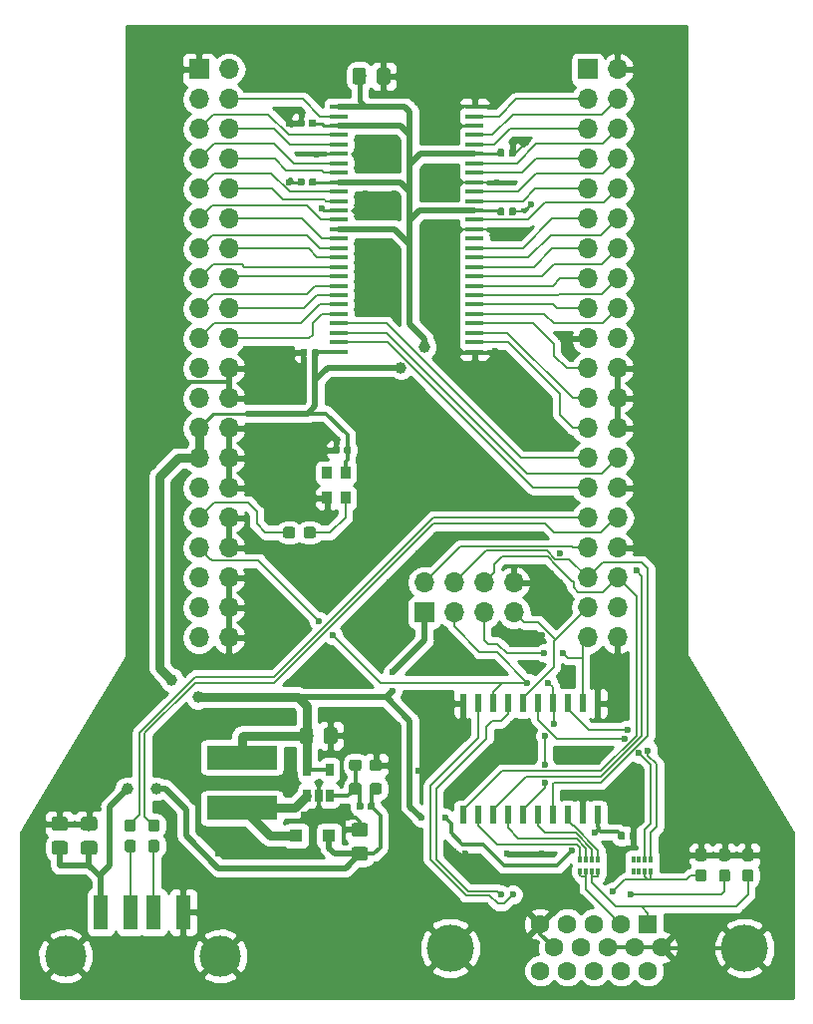
<source format=gtl>
G04 #@! TF.GenerationSoftware,KiCad,Pcbnew,5.0.1*
G04 #@! TF.CreationDate,2018-10-22T18:12:29+01:00*
G04 #@! TF.ProjectId,ecp5_soc_hat,656370355F736F635F6861742E6B6963,rev?*
G04 #@! TF.SameCoordinates,Original*
G04 #@! TF.FileFunction,Copper,L1,Top,Signal*
G04 #@! TF.FilePolarity,Positive*
%FSLAX46Y46*%
G04 Gerber Fmt 4.6, Leading zero omitted, Abs format (unit mm)*
G04 Created by KiCad (PCBNEW 5.0.1) date Mon 22 Oct 2018 18:12:29 BST*
%MOMM*%
%LPD*%
G01*
G04 APERTURE LIST*
G04 #@! TA.AperFunction,ComponentPad*
%ADD10R,1.700000X1.700000*%
G04 #@! TD*
G04 #@! TA.AperFunction,ComponentPad*
%ADD11O,1.700000X1.700000*%
G04 #@! TD*
G04 #@! TA.AperFunction,SMDPad,CuDef*
%ADD12R,0.400000X0.500000*%
G04 #@! TD*
G04 #@! TA.AperFunction,SMDPad,CuDef*
%ADD13R,0.300000X0.500000*%
G04 #@! TD*
G04 #@! TA.AperFunction,Conductor*
%ADD14C,0.100000*%
G04 #@! TD*
G04 #@! TA.AperFunction,SMDPad,CuDef*
%ADD15C,0.590000*%
G04 #@! TD*
G04 #@! TA.AperFunction,SMDPad,CuDef*
%ADD16C,1.150000*%
G04 #@! TD*
G04 #@! TA.AperFunction,ComponentPad*
%ADD17R,1.600000X1.600000*%
G04 #@! TD*
G04 #@! TA.AperFunction,ComponentPad*
%ADD18C,1.600000*%
G04 #@! TD*
G04 #@! TA.AperFunction,ComponentPad*
%ADD19C,4.000000*%
G04 #@! TD*
G04 #@! TA.AperFunction,SMDPad,CuDef*
%ADD20R,1.250000X3.000000*%
G04 #@! TD*
G04 #@! TA.AperFunction,ComponentPad*
%ADD21C,3.500000*%
G04 #@! TD*
G04 #@! TA.AperFunction,SMDPad,CuDef*
%ADD22R,6.000000X2.000000*%
G04 #@! TD*
G04 #@! TA.AperFunction,SMDPad,CuDef*
%ADD23R,1.100000X1.100000*%
G04 #@! TD*
G04 #@! TA.AperFunction,SMDPad,CuDef*
%ADD24R,0.900000X1.000000*%
G04 #@! TD*
G04 #@! TA.AperFunction,SMDPad,CuDef*
%ADD25R,0.600000X1.500000*%
G04 #@! TD*
G04 #@! TA.AperFunction,SMDPad,CuDef*
%ADD26R,1.510000X0.458000*%
G04 #@! TD*
G04 #@! TA.AperFunction,SMDPad,CuDef*
%ADD27R,0.650000X1.060000*%
G04 #@! TD*
G04 #@! TA.AperFunction,SMDPad,CuDef*
%ADD28C,0.950000*%
G04 #@! TD*
G04 #@! TA.AperFunction,ViaPad*
%ADD29C,0.600000*%
G04 #@! TD*
G04 #@! TA.AperFunction,ViaPad*
%ADD30C,1.000000*%
G04 #@! TD*
G04 #@! TA.AperFunction,Conductor*
%ADD31C,0.150000*%
G04 #@! TD*
G04 #@! TA.AperFunction,Conductor*
%ADD32C,0.250000*%
G04 #@! TD*
G04 #@! TA.AperFunction,Conductor*
%ADD33C,0.200000*%
G04 #@! TD*
G04 #@! TA.AperFunction,Conductor*
%ADD34C,0.300000*%
G04 #@! TD*
G04 #@! TA.AperFunction,Conductor*
%ADD35C,0.350000*%
G04 #@! TD*
G04 #@! TA.AperFunction,Conductor*
%ADD36C,0.500000*%
G04 #@! TD*
G04 #@! TA.AperFunction,Conductor*
%ADD37C,0.750000*%
G04 #@! TD*
G04 #@! TA.AperFunction,Conductor*
%ADD38C,0.400000*%
G04 #@! TD*
G04 #@! TA.AperFunction,Conductor*
%ADD39C,0.180000*%
G04 #@! TD*
G04 #@! TA.AperFunction,Conductor*
%ADD40C,0.254000*%
G04 #@! TD*
G04 APERTURE END LIST*
D10*
G04 #@! TO.P,J3,1*
G04 #@! TO.N,+3V3*
X136000000Y-104540000D03*
D11*
G04 #@! TO.P,J3,2*
G04 #@! TO.N,/VGA_HS*
X136000000Y-102000000D03*
G04 #@! TO.P,J3,3*
G04 #@! TO.N,/VGA_BRIGHT*
X138540000Y-104540000D03*
G04 #@! TO.P,J3,4*
G04 #@! TO.N,/VGA_B*
X138540000Y-102000000D03*
G04 #@! TO.P,J3,5*
G04 #@! TO.N,/VGA_R*
X141080000Y-104540000D03*
G04 #@! TO.P,J3,6*
G04 #@! TO.N,/VGA_VS*
X141080000Y-102000000D03*
G04 #@! TO.P,J3,7*
G04 #@! TO.N,/VGA_G*
X143620000Y-104540000D03*
G04 #@! TO.P,J3,8*
G04 #@! TO.N,GND*
X143620000Y-102000000D03*
G04 #@! TD*
D12*
G04 #@! TO.P,RN2,5*
G04 #@! TO.N,Net-(RN2-Pad5)*
X153750000Y-126500000D03*
D13*
G04 #@! TO.P,RN2,6*
G04 #@! TO.N,Net-(RN2-Pad6)*
X154250000Y-126500000D03*
D12*
G04 #@! TO.P,RN2,8*
G04 #@! TO.N,/VGA_VB*
X155250000Y-126500000D03*
D13*
G04 #@! TO.P,RN2,7*
X154750000Y-126500000D03*
D12*
G04 #@! TO.P,RN2,4*
G04 #@! TO.N,Net-(RN2-Pad4)*
X153750000Y-125500000D03*
D13*
G04 #@! TO.P,RN2,2*
G04 #@! TO.N,Net-(RN2-Pad2)*
X154750000Y-125500000D03*
G04 #@! TO.P,RN2,3*
G04 #@! TO.N,Net-(RN2-Pad3)*
X154250000Y-125500000D03*
D12*
G04 #@! TO.P,RN2,1*
G04 #@! TO.N,Net-(RN2-Pad1)*
X155250000Y-125500000D03*
G04 #@! TD*
G04 #@! TO.P,RN1,1*
G04 #@! TO.N,Net-(RN1-Pad1)*
X150750000Y-125500000D03*
D13*
G04 #@! TO.P,RN1,3*
G04 #@! TO.N,Net-(RN1-Pad3)*
X149750000Y-125500000D03*
G04 #@! TO.P,RN1,2*
G04 #@! TO.N,Net-(RN1-Pad2)*
X150250000Y-125500000D03*
D12*
G04 #@! TO.P,RN1,4*
G04 #@! TO.N,Net-(RN1-Pad4)*
X149250000Y-125500000D03*
D13*
G04 #@! TO.P,RN1,7*
G04 #@! TO.N,/VGA_VR*
X150250000Y-126500000D03*
D12*
G04 #@! TO.P,RN1,8*
X150750000Y-126500000D03*
D13*
G04 #@! TO.P,RN1,6*
G04 #@! TO.N,/VGA_VG*
X149750000Y-126500000D03*
D12*
G04 #@! TO.P,RN1,5*
X149250000Y-126500000D03*
G04 #@! TD*
D14*
G04 #@! TO.N,GND*
G04 #@! TO.C,C2*
G36*
X125911958Y-82180710D02*
X125926276Y-82182834D01*
X125940317Y-82186351D01*
X125953946Y-82191228D01*
X125967031Y-82197417D01*
X125979447Y-82204858D01*
X125991073Y-82213481D01*
X126001798Y-82223202D01*
X126011519Y-82233927D01*
X126020142Y-82245553D01*
X126027583Y-82257969D01*
X126033772Y-82271054D01*
X126038649Y-82284683D01*
X126042166Y-82298724D01*
X126044290Y-82313042D01*
X126045000Y-82327500D01*
X126045000Y-82672500D01*
X126044290Y-82686958D01*
X126042166Y-82701276D01*
X126038649Y-82715317D01*
X126033772Y-82728946D01*
X126027583Y-82742031D01*
X126020142Y-82754447D01*
X126011519Y-82766073D01*
X126001798Y-82776798D01*
X125991073Y-82786519D01*
X125979447Y-82795142D01*
X125967031Y-82802583D01*
X125953946Y-82808772D01*
X125940317Y-82813649D01*
X125926276Y-82817166D01*
X125911958Y-82819290D01*
X125897500Y-82820000D01*
X125602500Y-82820000D01*
X125588042Y-82819290D01*
X125573724Y-82817166D01*
X125559683Y-82813649D01*
X125546054Y-82808772D01*
X125532969Y-82802583D01*
X125520553Y-82795142D01*
X125508927Y-82786519D01*
X125498202Y-82776798D01*
X125488481Y-82766073D01*
X125479858Y-82754447D01*
X125472417Y-82742031D01*
X125466228Y-82728946D01*
X125461351Y-82715317D01*
X125457834Y-82701276D01*
X125455710Y-82686958D01*
X125455000Y-82672500D01*
X125455000Y-82327500D01*
X125455710Y-82313042D01*
X125457834Y-82298724D01*
X125461351Y-82284683D01*
X125466228Y-82271054D01*
X125472417Y-82257969D01*
X125479858Y-82245553D01*
X125488481Y-82233927D01*
X125498202Y-82223202D01*
X125508927Y-82213481D01*
X125520553Y-82204858D01*
X125532969Y-82197417D01*
X125546054Y-82191228D01*
X125559683Y-82186351D01*
X125573724Y-82182834D01*
X125588042Y-82180710D01*
X125602500Y-82180000D01*
X125897500Y-82180000D01*
X125911958Y-82180710D01*
X125911958Y-82180710D01*
G37*
D15*
G04 #@! TD*
G04 #@! TO.P,C2,2*
G04 #@! TO.N,GND*
X125750000Y-82500000D03*
D14*
G04 #@! TO.N,+3V3*
G04 #@! TO.C,C2*
G36*
X126881958Y-82180710D02*
X126896276Y-82182834D01*
X126910317Y-82186351D01*
X126923946Y-82191228D01*
X126937031Y-82197417D01*
X126949447Y-82204858D01*
X126961073Y-82213481D01*
X126971798Y-82223202D01*
X126981519Y-82233927D01*
X126990142Y-82245553D01*
X126997583Y-82257969D01*
X127003772Y-82271054D01*
X127008649Y-82284683D01*
X127012166Y-82298724D01*
X127014290Y-82313042D01*
X127015000Y-82327500D01*
X127015000Y-82672500D01*
X127014290Y-82686958D01*
X127012166Y-82701276D01*
X127008649Y-82715317D01*
X127003772Y-82728946D01*
X126997583Y-82742031D01*
X126990142Y-82754447D01*
X126981519Y-82766073D01*
X126971798Y-82776798D01*
X126961073Y-82786519D01*
X126949447Y-82795142D01*
X126937031Y-82802583D01*
X126923946Y-82808772D01*
X126910317Y-82813649D01*
X126896276Y-82817166D01*
X126881958Y-82819290D01*
X126867500Y-82820000D01*
X126572500Y-82820000D01*
X126558042Y-82819290D01*
X126543724Y-82817166D01*
X126529683Y-82813649D01*
X126516054Y-82808772D01*
X126502969Y-82802583D01*
X126490553Y-82795142D01*
X126478927Y-82786519D01*
X126468202Y-82776798D01*
X126458481Y-82766073D01*
X126449858Y-82754447D01*
X126442417Y-82742031D01*
X126436228Y-82728946D01*
X126431351Y-82715317D01*
X126427834Y-82701276D01*
X126425710Y-82686958D01*
X126425000Y-82672500D01*
X126425000Y-82327500D01*
X126425710Y-82313042D01*
X126427834Y-82298724D01*
X126431351Y-82284683D01*
X126436228Y-82271054D01*
X126442417Y-82257969D01*
X126449858Y-82245553D01*
X126458481Y-82233927D01*
X126468202Y-82223202D01*
X126478927Y-82213481D01*
X126490553Y-82204858D01*
X126502969Y-82197417D01*
X126516054Y-82191228D01*
X126529683Y-82186351D01*
X126543724Y-82182834D01*
X126558042Y-82180710D01*
X126572500Y-82180000D01*
X126867500Y-82180000D01*
X126881958Y-82180710D01*
X126881958Y-82180710D01*
G37*
D15*
G04 #@! TD*
G04 #@! TO.P,C2,1*
G04 #@! TO.N,+3V3*
X126720000Y-82500000D03*
D14*
G04 #@! TO.N,+3V3*
G04 #@! TO.C,C3*
G36*
X126646958Y-67680710D02*
X126661276Y-67682834D01*
X126675317Y-67686351D01*
X126688946Y-67691228D01*
X126702031Y-67697417D01*
X126714447Y-67704858D01*
X126726073Y-67713481D01*
X126736798Y-67723202D01*
X126746519Y-67733927D01*
X126755142Y-67745553D01*
X126762583Y-67757969D01*
X126768772Y-67771054D01*
X126773649Y-67784683D01*
X126777166Y-67798724D01*
X126779290Y-67813042D01*
X126780000Y-67827500D01*
X126780000Y-68172500D01*
X126779290Y-68186958D01*
X126777166Y-68201276D01*
X126773649Y-68215317D01*
X126768772Y-68228946D01*
X126762583Y-68242031D01*
X126755142Y-68254447D01*
X126746519Y-68266073D01*
X126736798Y-68276798D01*
X126726073Y-68286519D01*
X126714447Y-68295142D01*
X126702031Y-68302583D01*
X126688946Y-68308772D01*
X126675317Y-68313649D01*
X126661276Y-68317166D01*
X126646958Y-68319290D01*
X126632500Y-68320000D01*
X126337500Y-68320000D01*
X126323042Y-68319290D01*
X126308724Y-68317166D01*
X126294683Y-68313649D01*
X126281054Y-68308772D01*
X126267969Y-68302583D01*
X126255553Y-68295142D01*
X126243927Y-68286519D01*
X126233202Y-68276798D01*
X126223481Y-68266073D01*
X126214858Y-68254447D01*
X126207417Y-68242031D01*
X126201228Y-68228946D01*
X126196351Y-68215317D01*
X126192834Y-68201276D01*
X126190710Y-68186958D01*
X126190000Y-68172500D01*
X126190000Y-67827500D01*
X126190710Y-67813042D01*
X126192834Y-67798724D01*
X126196351Y-67784683D01*
X126201228Y-67771054D01*
X126207417Y-67757969D01*
X126214858Y-67745553D01*
X126223481Y-67733927D01*
X126233202Y-67723202D01*
X126243927Y-67713481D01*
X126255553Y-67704858D01*
X126267969Y-67697417D01*
X126281054Y-67691228D01*
X126294683Y-67686351D01*
X126308724Y-67682834D01*
X126323042Y-67680710D01*
X126337500Y-67680000D01*
X126632500Y-67680000D01*
X126646958Y-67680710D01*
X126646958Y-67680710D01*
G37*
D15*
G04 #@! TD*
G04 #@! TO.P,C3,1*
G04 #@! TO.N,+3V3*
X126485000Y-68000000D03*
D14*
G04 #@! TO.N,GND*
G04 #@! TO.C,C3*
G36*
X125676958Y-67680710D02*
X125691276Y-67682834D01*
X125705317Y-67686351D01*
X125718946Y-67691228D01*
X125732031Y-67697417D01*
X125744447Y-67704858D01*
X125756073Y-67713481D01*
X125766798Y-67723202D01*
X125776519Y-67733927D01*
X125785142Y-67745553D01*
X125792583Y-67757969D01*
X125798772Y-67771054D01*
X125803649Y-67784683D01*
X125807166Y-67798724D01*
X125809290Y-67813042D01*
X125810000Y-67827500D01*
X125810000Y-68172500D01*
X125809290Y-68186958D01*
X125807166Y-68201276D01*
X125803649Y-68215317D01*
X125798772Y-68228946D01*
X125792583Y-68242031D01*
X125785142Y-68254447D01*
X125776519Y-68266073D01*
X125766798Y-68276798D01*
X125756073Y-68286519D01*
X125744447Y-68295142D01*
X125732031Y-68302583D01*
X125718946Y-68308772D01*
X125705317Y-68313649D01*
X125691276Y-68317166D01*
X125676958Y-68319290D01*
X125662500Y-68320000D01*
X125367500Y-68320000D01*
X125353042Y-68319290D01*
X125338724Y-68317166D01*
X125324683Y-68313649D01*
X125311054Y-68308772D01*
X125297969Y-68302583D01*
X125285553Y-68295142D01*
X125273927Y-68286519D01*
X125263202Y-68276798D01*
X125253481Y-68266073D01*
X125244858Y-68254447D01*
X125237417Y-68242031D01*
X125231228Y-68228946D01*
X125226351Y-68215317D01*
X125222834Y-68201276D01*
X125220710Y-68186958D01*
X125220000Y-68172500D01*
X125220000Y-67827500D01*
X125220710Y-67813042D01*
X125222834Y-67798724D01*
X125226351Y-67784683D01*
X125231228Y-67771054D01*
X125237417Y-67757969D01*
X125244858Y-67745553D01*
X125253481Y-67733927D01*
X125263202Y-67723202D01*
X125273927Y-67713481D01*
X125285553Y-67704858D01*
X125297969Y-67697417D01*
X125311054Y-67691228D01*
X125324683Y-67686351D01*
X125338724Y-67682834D01*
X125353042Y-67680710D01*
X125367500Y-67680000D01*
X125662500Y-67680000D01*
X125676958Y-67680710D01*
X125676958Y-67680710D01*
G37*
D15*
G04 #@! TD*
G04 #@! TO.P,C3,2*
G04 #@! TO.N,GND*
X125515000Y-68000000D03*
D14*
G04 #@! TO.N,GND*
G04 #@! TO.C,C4*
G36*
X125676958Y-62680710D02*
X125691276Y-62682834D01*
X125705317Y-62686351D01*
X125718946Y-62691228D01*
X125732031Y-62697417D01*
X125744447Y-62704858D01*
X125756073Y-62713481D01*
X125766798Y-62723202D01*
X125776519Y-62733927D01*
X125785142Y-62745553D01*
X125792583Y-62757969D01*
X125798772Y-62771054D01*
X125803649Y-62784683D01*
X125807166Y-62798724D01*
X125809290Y-62813042D01*
X125810000Y-62827500D01*
X125810000Y-63172500D01*
X125809290Y-63186958D01*
X125807166Y-63201276D01*
X125803649Y-63215317D01*
X125798772Y-63228946D01*
X125792583Y-63242031D01*
X125785142Y-63254447D01*
X125776519Y-63266073D01*
X125766798Y-63276798D01*
X125756073Y-63286519D01*
X125744447Y-63295142D01*
X125732031Y-63302583D01*
X125718946Y-63308772D01*
X125705317Y-63313649D01*
X125691276Y-63317166D01*
X125676958Y-63319290D01*
X125662500Y-63320000D01*
X125367500Y-63320000D01*
X125353042Y-63319290D01*
X125338724Y-63317166D01*
X125324683Y-63313649D01*
X125311054Y-63308772D01*
X125297969Y-63302583D01*
X125285553Y-63295142D01*
X125273927Y-63286519D01*
X125263202Y-63276798D01*
X125253481Y-63266073D01*
X125244858Y-63254447D01*
X125237417Y-63242031D01*
X125231228Y-63228946D01*
X125226351Y-63215317D01*
X125222834Y-63201276D01*
X125220710Y-63186958D01*
X125220000Y-63172500D01*
X125220000Y-62827500D01*
X125220710Y-62813042D01*
X125222834Y-62798724D01*
X125226351Y-62784683D01*
X125231228Y-62771054D01*
X125237417Y-62757969D01*
X125244858Y-62745553D01*
X125253481Y-62733927D01*
X125263202Y-62723202D01*
X125273927Y-62713481D01*
X125285553Y-62704858D01*
X125297969Y-62697417D01*
X125311054Y-62691228D01*
X125324683Y-62686351D01*
X125338724Y-62682834D01*
X125353042Y-62680710D01*
X125367500Y-62680000D01*
X125662500Y-62680000D01*
X125676958Y-62680710D01*
X125676958Y-62680710D01*
G37*
D15*
G04 #@! TD*
G04 #@! TO.P,C4,2*
G04 #@! TO.N,GND*
X125515000Y-63000000D03*
D14*
G04 #@! TO.N,+3V3*
G04 #@! TO.C,C4*
G36*
X126646958Y-62680710D02*
X126661276Y-62682834D01*
X126675317Y-62686351D01*
X126688946Y-62691228D01*
X126702031Y-62697417D01*
X126714447Y-62704858D01*
X126726073Y-62713481D01*
X126736798Y-62723202D01*
X126746519Y-62733927D01*
X126755142Y-62745553D01*
X126762583Y-62757969D01*
X126768772Y-62771054D01*
X126773649Y-62784683D01*
X126777166Y-62798724D01*
X126779290Y-62813042D01*
X126780000Y-62827500D01*
X126780000Y-63172500D01*
X126779290Y-63186958D01*
X126777166Y-63201276D01*
X126773649Y-63215317D01*
X126768772Y-63228946D01*
X126762583Y-63242031D01*
X126755142Y-63254447D01*
X126746519Y-63266073D01*
X126736798Y-63276798D01*
X126726073Y-63286519D01*
X126714447Y-63295142D01*
X126702031Y-63302583D01*
X126688946Y-63308772D01*
X126675317Y-63313649D01*
X126661276Y-63317166D01*
X126646958Y-63319290D01*
X126632500Y-63320000D01*
X126337500Y-63320000D01*
X126323042Y-63319290D01*
X126308724Y-63317166D01*
X126294683Y-63313649D01*
X126281054Y-63308772D01*
X126267969Y-63302583D01*
X126255553Y-63295142D01*
X126243927Y-63286519D01*
X126233202Y-63276798D01*
X126223481Y-63266073D01*
X126214858Y-63254447D01*
X126207417Y-63242031D01*
X126201228Y-63228946D01*
X126196351Y-63215317D01*
X126192834Y-63201276D01*
X126190710Y-63186958D01*
X126190000Y-63172500D01*
X126190000Y-62827500D01*
X126190710Y-62813042D01*
X126192834Y-62798724D01*
X126196351Y-62784683D01*
X126201228Y-62771054D01*
X126207417Y-62757969D01*
X126214858Y-62745553D01*
X126223481Y-62733927D01*
X126233202Y-62723202D01*
X126243927Y-62713481D01*
X126255553Y-62704858D01*
X126267969Y-62697417D01*
X126281054Y-62691228D01*
X126294683Y-62686351D01*
X126308724Y-62682834D01*
X126323042Y-62680710D01*
X126337500Y-62680000D01*
X126632500Y-62680000D01*
X126646958Y-62680710D01*
X126646958Y-62680710D01*
G37*
D15*
G04 #@! TD*
G04 #@! TO.P,C4,1*
G04 #@! TO.N,+3V3*
X126485000Y-63000000D03*
D14*
G04 #@! TO.N,+3V3*
G04 #@! TO.C,C5*
G36*
X142676958Y-70180710D02*
X142691276Y-70182834D01*
X142705317Y-70186351D01*
X142718946Y-70191228D01*
X142732031Y-70197417D01*
X142744447Y-70204858D01*
X142756073Y-70213481D01*
X142766798Y-70223202D01*
X142776519Y-70233927D01*
X142785142Y-70245553D01*
X142792583Y-70257969D01*
X142798772Y-70271054D01*
X142803649Y-70284683D01*
X142807166Y-70298724D01*
X142809290Y-70313042D01*
X142810000Y-70327500D01*
X142810000Y-70672500D01*
X142809290Y-70686958D01*
X142807166Y-70701276D01*
X142803649Y-70715317D01*
X142798772Y-70728946D01*
X142792583Y-70742031D01*
X142785142Y-70754447D01*
X142776519Y-70766073D01*
X142766798Y-70776798D01*
X142756073Y-70786519D01*
X142744447Y-70795142D01*
X142732031Y-70802583D01*
X142718946Y-70808772D01*
X142705317Y-70813649D01*
X142691276Y-70817166D01*
X142676958Y-70819290D01*
X142662500Y-70820000D01*
X142367500Y-70820000D01*
X142353042Y-70819290D01*
X142338724Y-70817166D01*
X142324683Y-70813649D01*
X142311054Y-70808772D01*
X142297969Y-70802583D01*
X142285553Y-70795142D01*
X142273927Y-70786519D01*
X142263202Y-70776798D01*
X142253481Y-70766073D01*
X142244858Y-70754447D01*
X142237417Y-70742031D01*
X142231228Y-70728946D01*
X142226351Y-70715317D01*
X142222834Y-70701276D01*
X142220710Y-70686958D01*
X142220000Y-70672500D01*
X142220000Y-70327500D01*
X142220710Y-70313042D01*
X142222834Y-70298724D01*
X142226351Y-70284683D01*
X142231228Y-70271054D01*
X142237417Y-70257969D01*
X142244858Y-70245553D01*
X142253481Y-70233927D01*
X142263202Y-70223202D01*
X142273927Y-70213481D01*
X142285553Y-70204858D01*
X142297969Y-70197417D01*
X142311054Y-70191228D01*
X142324683Y-70186351D01*
X142338724Y-70182834D01*
X142353042Y-70180710D01*
X142367500Y-70180000D01*
X142662500Y-70180000D01*
X142676958Y-70180710D01*
X142676958Y-70180710D01*
G37*
D15*
G04 #@! TD*
G04 #@! TO.P,C5,1*
G04 #@! TO.N,+3V3*
X142515000Y-70500000D03*
D14*
G04 #@! TO.N,GND*
G04 #@! TO.C,C5*
G36*
X143646958Y-70180710D02*
X143661276Y-70182834D01*
X143675317Y-70186351D01*
X143688946Y-70191228D01*
X143702031Y-70197417D01*
X143714447Y-70204858D01*
X143726073Y-70213481D01*
X143736798Y-70223202D01*
X143746519Y-70233927D01*
X143755142Y-70245553D01*
X143762583Y-70257969D01*
X143768772Y-70271054D01*
X143773649Y-70284683D01*
X143777166Y-70298724D01*
X143779290Y-70313042D01*
X143780000Y-70327500D01*
X143780000Y-70672500D01*
X143779290Y-70686958D01*
X143777166Y-70701276D01*
X143773649Y-70715317D01*
X143768772Y-70728946D01*
X143762583Y-70742031D01*
X143755142Y-70754447D01*
X143746519Y-70766073D01*
X143736798Y-70776798D01*
X143726073Y-70786519D01*
X143714447Y-70795142D01*
X143702031Y-70802583D01*
X143688946Y-70808772D01*
X143675317Y-70813649D01*
X143661276Y-70817166D01*
X143646958Y-70819290D01*
X143632500Y-70820000D01*
X143337500Y-70820000D01*
X143323042Y-70819290D01*
X143308724Y-70817166D01*
X143294683Y-70813649D01*
X143281054Y-70808772D01*
X143267969Y-70802583D01*
X143255553Y-70795142D01*
X143243927Y-70786519D01*
X143233202Y-70776798D01*
X143223481Y-70766073D01*
X143214858Y-70754447D01*
X143207417Y-70742031D01*
X143201228Y-70728946D01*
X143196351Y-70715317D01*
X143192834Y-70701276D01*
X143190710Y-70686958D01*
X143190000Y-70672500D01*
X143190000Y-70327500D01*
X143190710Y-70313042D01*
X143192834Y-70298724D01*
X143196351Y-70284683D01*
X143201228Y-70271054D01*
X143207417Y-70257969D01*
X143214858Y-70245553D01*
X143223481Y-70233927D01*
X143233202Y-70223202D01*
X143243927Y-70213481D01*
X143255553Y-70204858D01*
X143267969Y-70197417D01*
X143281054Y-70191228D01*
X143294683Y-70186351D01*
X143308724Y-70182834D01*
X143323042Y-70180710D01*
X143337500Y-70180000D01*
X143632500Y-70180000D01*
X143646958Y-70180710D01*
X143646958Y-70180710D01*
G37*
D15*
G04 #@! TD*
G04 #@! TO.P,C5,2*
G04 #@! TO.N,GND*
X143485000Y-70500000D03*
D14*
G04 #@! TO.N,GND*
G04 #@! TO.C,C6*
G36*
X143646958Y-65180710D02*
X143661276Y-65182834D01*
X143675317Y-65186351D01*
X143688946Y-65191228D01*
X143702031Y-65197417D01*
X143714447Y-65204858D01*
X143726073Y-65213481D01*
X143736798Y-65223202D01*
X143746519Y-65233927D01*
X143755142Y-65245553D01*
X143762583Y-65257969D01*
X143768772Y-65271054D01*
X143773649Y-65284683D01*
X143777166Y-65298724D01*
X143779290Y-65313042D01*
X143780000Y-65327500D01*
X143780000Y-65672500D01*
X143779290Y-65686958D01*
X143777166Y-65701276D01*
X143773649Y-65715317D01*
X143768772Y-65728946D01*
X143762583Y-65742031D01*
X143755142Y-65754447D01*
X143746519Y-65766073D01*
X143736798Y-65776798D01*
X143726073Y-65786519D01*
X143714447Y-65795142D01*
X143702031Y-65802583D01*
X143688946Y-65808772D01*
X143675317Y-65813649D01*
X143661276Y-65817166D01*
X143646958Y-65819290D01*
X143632500Y-65820000D01*
X143337500Y-65820000D01*
X143323042Y-65819290D01*
X143308724Y-65817166D01*
X143294683Y-65813649D01*
X143281054Y-65808772D01*
X143267969Y-65802583D01*
X143255553Y-65795142D01*
X143243927Y-65786519D01*
X143233202Y-65776798D01*
X143223481Y-65766073D01*
X143214858Y-65754447D01*
X143207417Y-65742031D01*
X143201228Y-65728946D01*
X143196351Y-65715317D01*
X143192834Y-65701276D01*
X143190710Y-65686958D01*
X143190000Y-65672500D01*
X143190000Y-65327500D01*
X143190710Y-65313042D01*
X143192834Y-65298724D01*
X143196351Y-65284683D01*
X143201228Y-65271054D01*
X143207417Y-65257969D01*
X143214858Y-65245553D01*
X143223481Y-65233927D01*
X143233202Y-65223202D01*
X143243927Y-65213481D01*
X143255553Y-65204858D01*
X143267969Y-65197417D01*
X143281054Y-65191228D01*
X143294683Y-65186351D01*
X143308724Y-65182834D01*
X143323042Y-65180710D01*
X143337500Y-65180000D01*
X143632500Y-65180000D01*
X143646958Y-65180710D01*
X143646958Y-65180710D01*
G37*
D15*
G04 #@! TD*
G04 #@! TO.P,C6,2*
G04 #@! TO.N,GND*
X143485000Y-65500000D03*
D14*
G04 #@! TO.N,+3V3*
G04 #@! TO.C,C6*
G36*
X142676958Y-65180710D02*
X142691276Y-65182834D01*
X142705317Y-65186351D01*
X142718946Y-65191228D01*
X142732031Y-65197417D01*
X142744447Y-65204858D01*
X142756073Y-65213481D01*
X142766798Y-65223202D01*
X142776519Y-65233927D01*
X142785142Y-65245553D01*
X142792583Y-65257969D01*
X142798772Y-65271054D01*
X142803649Y-65284683D01*
X142807166Y-65298724D01*
X142809290Y-65313042D01*
X142810000Y-65327500D01*
X142810000Y-65672500D01*
X142809290Y-65686958D01*
X142807166Y-65701276D01*
X142803649Y-65715317D01*
X142798772Y-65728946D01*
X142792583Y-65742031D01*
X142785142Y-65754447D01*
X142776519Y-65766073D01*
X142766798Y-65776798D01*
X142756073Y-65786519D01*
X142744447Y-65795142D01*
X142732031Y-65802583D01*
X142718946Y-65808772D01*
X142705317Y-65813649D01*
X142691276Y-65817166D01*
X142676958Y-65819290D01*
X142662500Y-65820000D01*
X142367500Y-65820000D01*
X142353042Y-65819290D01*
X142338724Y-65817166D01*
X142324683Y-65813649D01*
X142311054Y-65808772D01*
X142297969Y-65802583D01*
X142285553Y-65795142D01*
X142273927Y-65786519D01*
X142263202Y-65776798D01*
X142253481Y-65766073D01*
X142244858Y-65754447D01*
X142237417Y-65742031D01*
X142231228Y-65728946D01*
X142226351Y-65715317D01*
X142222834Y-65701276D01*
X142220710Y-65686958D01*
X142220000Y-65672500D01*
X142220000Y-65327500D01*
X142220710Y-65313042D01*
X142222834Y-65298724D01*
X142226351Y-65284683D01*
X142231228Y-65271054D01*
X142237417Y-65257969D01*
X142244858Y-65245553D01*
X142253481Y-65233927D01*
X142263202Y-65223202D01*
X142273927Y-65213481D01*
X142285553Y-65204858D01*
X142297969Y-65197417D01*
X142311054Y-65191228D01*
X142324683Y-65186351D01*
X142338724Y-65182834D01*
X142353042Y-65180710D01*
X142367500Y-65180000D01*
X142662500Y-65180000D01*
X142676958Y-65180710D01*
X142676958Y-65180710D01*
G37*
D15*
G04 #@! TD*
G04 #@! TO.P,C6,1*
G04 #@! TO.N,+3V3*
X142515000Y-65500000D03*
D14*
G04 #@! TO.N,+3V3*
G04 #@! TO.C,C7*
G36*
X129631958Y-90430710D02*
X129646276Y-90432834D01*
X129660317Y-90436351D01*
X129673946Y-90441228D01*
X129687031Y-90447417D01*
X129699447Y-90454858D01*
X129711073Y-90463481D01*
X129721798Y-90473202D01*
X129731519Y-90483927D01*
X129740142Y-90495553D01*
X129747583Y-90507969D01*
X129753772Y-90521054D01*
X129758649Y-90534683D01*
X129762166Y-90548724D01*
X129764290Y-90563042D01*
X129765000Y-90577500D01*
X129765000Y-90922500D01*
X129764290Y-90936958D01*
X129762166Y-90951276D01*
X129758649Y-90965317D01*
X129753772Y-90978946D01*
X129747583Y-90992031D01*
X129740142Y-91004447D01*
X129731519Y-91016073D01*
X129721798Y-91026798D01*
X129711073Y-91036519D01*
X129699447Y-91045142D01*
X129687031Y-91052583D01*
X129673946Y-91058772D01*
X129660317Y-91063649D01*
X129646276Y-91067166D01*
X129631958Y-91069290D01*
X129617500Y-91070000D01*
X129322500Y-91070000D01*
X129308042Y-91069290D01*
X129293724Y-91067166D01*
X129279683Y-91063649D01*
X129266054Y-91058772D01*
X129252969Y-91052583D01*
X129240553Y-91045142D01*
X129228927Y-91036519D01*
X129218202Y-91026798D01*
X129208481Y-91016073D01*
X129199858Y-91004447D01*
X129192417Y-90992031D01*
X129186228Y-90978946D01*
X129181351Y-90965317D01*
X129177834Y-90951276D01*
X129175710Y-90936958D01*
X129175000Y-90922500D01*
X129175000Y-90577500D01*
X129175710Y-90563042D01*
X129177834Y-90548724D01*
X129181351Y-90534683D01*
X129186228Y-90521054D01*
X129192417Y-90507969D01*
X129199858Y-90495553D01*
X129208481Y-90483927D01*
X129218202Y-90473202D01*
X129228927Y-90463481D01*
X129240553Y-90454858D01*
X129252969Y-90447417D01*
X129266054Y-90441228D01*
X129279683Y-90436351D01*
X129293724Y-90432834D01*
X129308042Y-90430710D01*
X129322500Y-90430000D01*
X129617500Y-90430000D01*
X129631958Y-90430710D01*
X129631958Y-90430710D01*
G37*
D15*
G04 #@! TD*
G04 #@! TO.P,C7,1*
G04 #@! TO.N,+3V3*
X129470000Y-90750000D03*
D14*
G04 #@! TO.N,GND*
G04 #@! TO.C,C7*
G36*
X128661958Y-90430710D02*
X128676276Y-90432834D01*
X128690317Y-90436351D01*
X128703946Y-90441228D01*
X128717031Y-90447417D01*
X128729447Y-90454858D01*
X128741073Y-90463481D01*
X128751798Y-90473202D01*
X128761519Y-90483927D01*
X128770142Y-90495553D01*
X128777583Y-90507969D01*
X128783772Y-90521054D01*
X128788649Y-90534683D01*
X128792166Y-90548724D01*
X128794290Y-90563042D01*
X128795000Y-90577500D01*
X128795000Y-90922500D01*
X128794290Y-90936958D01*
X128792166Y-90951276D01*
X128788649Y-90965317D01*
X128783772Y-90978946D01*
X128777583Y-90992031D01*
X128770142Y-91004447D01*
X128761519Y-91016073D01*
X128751798Y-91026798D01*
X128741073Y-91036519D01*
X128729447Y-91045142D01*
X128717031Y-91052583D01*
X128703946Y-91058772D01*
X128690317Y-91063649D01*
X128676276Y-91067166D01*
X128661958Y-91069290D01*
X128647500Y-91070000D01*
X128352500Y-91070000D01*
X128338042Y-91069290D01*
X128323724Y-91067166D01*
X128309683Y-91063649D01*
X128296054Y-91058772D01*
X128282969Y-91052583D01*
X128270553Y-91045142D01*
X128258927Y-91036519D01*
X128248202Y-91026798D01*
X128238481Y-91016073D01*
X128229858Y-91004447D01*
X128222417Y-90992031D01*
X128216228Y-90978946D01*
X128211351Y-90965317D01*
X128207834Y-90951276D01*
X128205710Y-90936958D01*
X128205000Y-90922500D01*
X128205000Y-90577500D01*
X128205710Y-90563042D01*
X128207834Y-90548724D01*
X128211351Y-90534683D01*
X128216228Y-90521054D01*
X128222417Y-90507969D01*
X128229858Y-90495553D01*
X128238481Y-90483927D01*
X128248202Y-90473202D01*
X128258927Y-90463481D01*
X128270553Y-90454858D01*
X128282969Y-90447417D01*
X128296054Y-90441228D01*
X128309683Y-90436351D01*
X128323724Y-90432834D01*
X128338042Y-90430710D01*
X128352500Y-90430000D01*
X128647500Y-90430000D01*
X128661958Y-90430710D01*
X128661958Y-90430710D01*
G37*
D15*
G04 #@! TD*
G04 #@! TO.P,C7,2*
G04 #@! TO.N,GND*
X128500000Y-90750000D03*
D14*
G04 #@! TO.N,GND*
G04 #@! TO.C,C8*
G36*
X153881958Y-123180710D02*
X153896276Y-123182834D01*
X153910317Y-123186351D01*
X153923946Y-123191228D01*
X153937031Y-123197417D01*
X153949447Y-123204858D01*
X153961073Y-123213481D01*
X153971798Y-123223202D01*
X153981519Y-123233927D01*
X153990142Y-123245553D01*
X153997583Y-123257969D01*
X154003772Y-123271054D01*
X154008649Y-123284683D01*
X154012166Y-123298724D01*
X154014290Y-123313042D01*
X154015000Y-123327500D01*
X154015000Y-123672500D01*
X154014290Y-123686958D01*
X154012166Y-123701276D01*
X154008649Y-123715317D01*
X154003772Y-123728946D01*
X153997583Y-123742031D01*
X153990142Y-123754447D01*
X153981519Y-123766073D01*
X153971798Y-123776798D01*
X153961073Y-123786519D01*
X153949447Y-123795142D01*
X153937031Y-123802583D01*
X153923946Y-123808772D01*
X153910317Y-123813649D01*
X153896276Y-123817166D01*
X153881958Y-123819290D01*
X153867500Y-123820000D01*
X153572500Y-123820000D01*
X153558042Y-123819290D01*
X153543724Y-123817166D01*
X153529683Y-123813649D01*
X153516054Y-123808772D01*
X153502969Y-123802583D01*
X153490553Y-123795142D01*
X153478927Y-123786519D01*
X153468202Y-123776798D01*
X153458481Y-123766073D01*
X153449858Y-123754447D01*
X153442417Y-123742031D01*
X153436228Y-123728946D01*
X153431351Y-123715317D01*
X153427834Y-123701276D01*
X153425710Y-123686958D01*
X153425000Y-123672500D01*
X153425000Y-123327500D01*
X153425710Y-123313042D01*
X153427834Y-123298724D01*
X153431351Y-123284683D01*
X153436228Y-123271054D01*
X153442417Y-123257969D01*
X153449858Y-123245553D01*
X153458481Y-123233927D01*
X153468202Y-123223202D01*
X153478927Y-123213481D01*
X153490553Y-123204858D01*
X153502969Y-123197417D01*
X153516054Y-123191228D01*
X153529683Y-123186351D01*
X153543724Y-123182834D01*
X153558042Y-123180710D01*
X153572500Y-123180000D01*
X153867500Y-123180000D01*
X153881958Y-123180710D01*
X153881958Y-123180710D01*
G37*
D15*
G04 #@! TD*
G04 #@! TO.P,C8,2*
G04 #@! TO.N,GND*
X153720000Y-123500000D03*
D14*
G04 #@! TO.N,+3V3*
G04 #@! TO.C,C8*
G36*
X152911958Y-123180710D02*
X152926276Y-123182834D01*
X152940317Y-123186351D01*
X152953946Y-123191228D01*
X152967031Y-123197417D01*
X152979447Y-123204858D01*
X152991073Y-123213481D01*
X153001798Y-123223202D01*
X153011519Y-123233927D01*
X153020142Y-123245553D01*
X153027583Y-123257969D01*
X153033772Y-123271054D01*
X153038649Y-123284683D01*
X153042166Y-123298724D01*
X153044290Y-123313042D01*
X153045000Y-123327500D01*
X153045000Y-123672500D01*
X153044290Y-123686958D01*
X153042166Y-123701276D01*
X153038649Y-123715317D01*
X153033772Y-123728946D01*
X153027583Y-123742031D01*
X153020142Y-123754447D01*
X153011519Y-123766073D01*
X153001798Y-123776798D01*
X152991073Y-123786519D01*
X152979447Y-123795142D01*
X152967031Y-123802583D01*
X152953946Y-123808772D01*
X152940317Y-123813649D01*
X152926276Y-123817166D01*
X152911958Y-123819290D01*
X152897500Y-123820000D01*
X152602500Y-123820000D01*
X152588042Y-123819290D01*
X152573724Y-123817166D01*
X152559683Y-123813649D01*
X152546054Y-123808772D01*
X152532969Y-123802583D01*
X152520553Y-123795142D01*
X152508927Y-123786519D01*
X152498202Y-123776798D01*
X152488481Y-123766073D01*
X152479858Y-123754447D01*
X152472417Y-123742031D01*
X152466228Y-123728946D01*
X152461351Y-123715317D01*
X152457834Y-123701276D01*
X152455710Y-123686958D01*
X152455000Y-123672500D01*
X152455000Y-123327500D01*
X152455710Y-123313042D01*
X152457834Y-123298724D01*
X152461351Y-123284683D01*
X152466228Y-123271054D01*
X152472417Y-123257969D01*
X152479858Y-123245553D01*
X152488481Y-123233927D01*
X152498202Y-123223202D01*
X152508927Y-123213481D01*
X152520553Y-123204858D01*
X152532969Y-123197417D01*
X152546054Y-123191228D01*
X152559683Y-123186351D01*
X152573724Y-123182834D01*
X152588042Y-123180710D01*
X152602500Y-123180000D01*
X152897500Y-123180000D01*
X152911958Y-123180710D01*
X152911958Y-123180710D01*
G37*
D15*
G04 #@! TD*
G04 #@! TO.P,C8,1*
G04 #@! TO.N,+3V3*
X152750000Y-123500000D03*
D14*
G04 #@! TO.N,+5V*
G04 #@! TO.C,C10*
G36*
X131646958Y-120680710D02*
X131661276Y-120682834D01*
X131675317Y-120686351D01*
X131688946Y-120691228D01*
X131702031Y-120697417D01*
X131714447Y-120704858D01*
X131726073Y-120713481D01*
X131736798Y-120723202D01*
X131746519Y-120733927D01*
X131755142Y-120745553D01*
X131762583Y-120757969D01*
X131768772Y-120771054D01*
X131773649Y-120784683D01*
X131777166Y-120798724D01*
X131779290Y-120813042D01*
X131780000Y-120827500D01*
X131780000Y-121172500D01*
X131779290Y-121186958D01*
X131777166Y-121201276D01*
X131773649Y-121215317D01*
X131768772Y-121228946D01*
X131762583Y-121242031D01*
X131755142Y-121254447D01*
X131746519Y-121266073D01*
X131736798Y-121276798D01*
X131726073Y-121286519D01*
X131714447Y-121295142D01*
X131702031Y-121302583D01*
X131688946Y-121308772D01*
X131675317Y-121313649D01*
X131661276Y-121317166D01*
X131646958Y-121319290D01*
X131632500Y-121320000D01*
X131337500Y-121320000D01*
X131323042Y-121319290D01*
X131308724Y-121317166D01*
X131294683Y-121313649D01*
X131281054Y-121308772D01*
X131267969Y-121302583D01*
X131255553Y-121295142D01*
X131243927Y-121286519D01*
X131233202Y-121276798D01*
X131223481Y-121266073D01*
X131214858Y-121254447D01*
X131207417Y-121242031D01*
X131201228Y-121228946D01*
X131196351Y-121215317D01*
X131192834Y-121201276D01*
X131190710Y-121186958D01*
X131190000Y-121172500D01*
X131190000Y-120827500D01*
X131190710Y-120813042D01*
X131192834Y-120798724D01*
X131196351Y-120784683D01*
X131201228Y-120771054D01*
X131207417Y-120757969D01*
X131214858Y-120745553D01*
X131223481Y-120733927D01*
X131233202Y-120723202D01*
X131243927Y-120713481D01*
X131255553Y-120704858D01*
X131267969Y-120697417D01*
X131281054Y-120691228D01*
X131294683Y-120686351D01*
X131308724Y-120682834D01*
X131323042Y-120680710D01*
X131337500Y-120680000D01*
X131632500Y-120680000D01*
X131646958Y-120680710D01*
X131646958Y-120680710D01*
G37*
D15*
G04 #@! TD*
G04 #@! TO.P,C10,1*
G04 #@! TO.N,+5V*
X131485000Y-121000000D03*
D14*
G04 #@! TO.N,Net-(C10-Pad2)*
G04 #@! TO.C,C10*
G36*
X130676958Y-120680710D02*
X130691276Y-120682834D01*
X130705317Y-120686351D01*
X130718946Y-120691228D01*
X130732031Y-120697417D01*
X130744447Y-120704858D01*
X130756073Y-120713481D01*
X130766798Y-120723202D01*
X130776519Y-120733927D01*
X130785142Y-120745553D01*
X130792583Y-120757969D01*
X130798772Y-120771054D01*
X130803649Y-120784683D01*
X130807166Y-120798724D01*
X130809290Y-120813042D01*
X130810000Y-120827500D01*
X130810000Y-121172500D01*
X130809290Y-121186958D01*
X130807166Y-121201276D01*
X130803649Y-121215317D01*
X130798772Y-121228946D01*
X130792583Y-121242031D01*
X130785142Y-121254447D01*
X130776519Y-121266073D01*
X130766798Y-121276798D01*
X130756073Y-121286519D01*
X130744447Y-121295142D01*
X130732031Y-121302583D01*
X130718946Y-121308772D01*
X130705317Y-121313649D01*
X130691276Y-121317166D01*
X130676958Y-121319290D01*
X130662500Y-121320000D01*
X130367500Y-121320000D01*
X130353042Y-121319290D01*
X130338724Y-121317166D01*
X130324683Y-121313649D01*
X130311054Y-121308772D01*
X130297969Y-121302583D01*
X130285553Y-121295142D01*
X130273927Y-121286519D01*
X130263202Y-121276798D01*
X130253481Y-121266073D01*
X130244858Y-121254447D01*
X130237417Y-121242031D01*
X130231228Y-121228946D01*
X130226351Y-121215317D01*
X130222834Y-121201276D01*
X130220710Y-121186958D01*
X130220000Y-121172500D01*
X130220000Y-120827500D01*
X130220710Y-120813042D01*
X130222834Y-120798724D01*
X130226351Y-120784683D01*
X130231228Y-120771054D01*
X130237417Y-120757969D01*
X130244858Y-120745553D01*
X130253481Y-120733927D01*
X130263202Y-120723202D01*
X130273927Y-120713481D01*
X130285553Y-120704858D01*
X130297969Y-120697417D01*
X130311054Y-120691228D01*
X130324683Y-120686351D01*
X130338724Y-120682834D01*
X130353042Y-120680710D01*
X130367500Y-120680000D01*
X130662500Y-120680000D01*
X130676958Y-120680710D01*
X130676958Y-120680710D01*
G37*
D15*
G04 #@! TD*
G04 #@! TO.P,C10,2*
G04 #@! TO.N,Net-(C10-Pad2)*
X130515000Y-121000000D03*
D14*
G04 #@! TO.N,+3V3*
G04 #@! TO.C,C1*
G36*
X130824505Y-58301204D02*
X130848773Y-58304804D01*
X130872572Y-58310765D01*
X130895671Y-58319030D01*
X130917850Y-58329520D01*
X130938893Y-58342132D01*
X130958599Y-58356747D01*
X130976777Y-58373223D01*
X130993253Y-58391401D01*
X131007868Y-58411107D01*
X131020480Y-58432150D01*
X131030970Y-58454329D01*
X131039235Y-58477428D01*
X131045196Y-58501227D01*
X131048796Y-58525495D01*
X131050000Y-58549999D01*
X131050000Y-59450001D01*
X131048796Y-59474505D01*
X131045196Y-59498773D01*
X131039235Y-59522572D01*
X131030970Y-59545671D01*
X131020480Y-59567850D01*
X131007868Y-59588893D01*
X130993253Y-59608599D01*
X130976777Y-59626777D01*
X130958599Y-59643253D01*
X130938893Y-59657868D01*
X130917850Y-59670480D01*
X130895671Y-59680970D01*
X130872572Y-59689235D01*
X130848773Y-59695196D01*
X130824505Y-59698796D01*
X130800001Y-59700000D01*
X130149999Y-59700000D01*
X130125495Y-59698796D01*
X130101227Y-59695196D01*
X130077428Y-59689235D01*
X130054329Y-59680970D01*
X130032150Y-59670480D01*
X130011107Y-59657868D01*
X129991401Y-59643253D01*
X129973223Y-59626777D01*
X129956747Y-59608599D01*
X129942132Y-59588893D01*
X129929520Y-59567850D01*
X129919030Y-59545671D01*
X129910765Y-59522572D01*
X129904804Y-59498773D01*
X129901204Y-59474505D01*
X129900000Y-59450001D01*
X129900000Y-58549999D01*
X129901204Y-58525495D01*
X129904804Y-58501227D01*
X129910765Y-58477428D01*
X129919030Y-58454329D01*
X129929520Y-58432150D01*
X129942132Y-58411107D01*
X129956747Y-58391401D01*
X129973223Y-58373223D01*
X129991401Y-58356747D01*
X130011107Y-58342132D01*
X130032150Y-58329520D01*
X130054329Y-58319030D01*
X130077428Y-58310765D01*
X130101227Y-58304804D01*
X130125495Y-58301204D01*
X130149999Y-58300000D01*
X130800001Y-58300000D01*
X130824505Y-58301204D01*
X130824505Y-58301204D01*
G37*
D16*
G04 #@! TD*
G04 #@! TO.P,C1,1*
G04 #@! TO.N,+3V3*
X130475000Y-59000000D03*
D14*
G04 #@! TO.N,GND*
G04 #@! TO.C,C1*
G36*
X132874505Y-58301204D02*
X132898773Y-58304804D01*
X132922572Y-58310765D01*
X132945671Y-58319030D01*
X132967850Y-58329520D01*
X132988893Y-58342132D01*
X133008599Y-58356747D01*
X133026777Y-58373223D01*
X133043253Y-58391401D01*
X133057868Y-58411107D01*
X133070480Y-58432150D01*
X133080970Y-58454329D01*
X133089235Y-58477428D01*
X133095196Y-58501227D01*
X133098796Y-58525495D01*
X133100000Y-58549999D01*
X133100000Y-59450001D01*
X133098796Y-59474505D01*
X133095196Y-59498773D01*
X133089235Y-59522572D01*
X133080970Y-59545671D01*
X133070480Y-59567850D01*
X133057868Y-59588893D01*
X133043253Y-59608599D01*
X133026777Y-59626777D01*
X133008599Y-59643253D01*
X132988893Y-59657868D01*
X132967850Y-59670480D01*
X132945671Y-59680970D01*
X132922572Y-59689235D01*
X132898773Y-59695196D01*
X132874505Y-59698796D01*
X132850001Y-59700000D01*
X132199999Y-59700000D01*
X132175495Y-59698796D01*
X132151227Y-59695196D01*
X132127428Y-59689235D01*
X132104329Y-59680970D01*
X132082150Y-59670480D01*
X132061107Y-59657868D01*
X132041401Y-59643253D01*
X132023223Y-59626777D01*
X132006747Y-59608599D01*
X131992132Y-59588893D01*
X131979520Y-59567850D01*
X131969030Y-59545671D01*
X131960765Y-59522572D01*
X131954804Y-59498773D01*
X131951204Y-59474505D01*
X131950000Y-59450001D01*
X131950000Y-58549999D01*
X131951204Y-58525495D01*
X131954804Y-58501227D01*
X131960765Y-58477428D01*
X131969030Y-58454329D01*
X131979520Y-58432150D01*
X131992132Y-58411107D01*
X132006747Y-58391401D01*
X132023223Y-58373223D01*
X132041401Y-58356747D01*
X132061107Y-58342132D01*
X132082150Y-58329520D01*
X132104329Y-58319030D01*
X132127428Y-58310765D01*
X132151227Y-58304804D01*
X132175495Y-58301204D01*
X132199999Y-58300000D01*
X132850001Y-58300000D01*
X132874505Y-58301204D01*
X132874505Y-58301204D01*
G37*
D16*
G04 #@! TD*
G04 #@! TO.P,C1,2*
G04 #@! TO.N,GND*
X132525000Y-59000000D03*
D14*
G04 #@! TO.N,GND*
G04 #@! TO.C,C9*
G36*
X128374505Y-114301204D02*
X128398773Y-114304804D01*
X128422572Y-114310765D01*
X128445671Y-114319030D01*
X128467850Y-114329520D01*
X128488893Y-114342132D01*
X128508599Y-114356747D01*
X128526777Y-114373223D01*
X128543253Y-114391401D01*
X128557868Y-114411107D01*
X128570480Y-114432150D01*
X128580970Y-114454329D01*
X128589235Y-114477428D01*
X128595196Y-114501227D01*
X128598796Y-114525495D01*
X128600000Y-114549999D01*
X128600000Y-115450001D01*
X128598796Y-115474505D01*
X128595196Y-115498773D01*
X128589235Y-115522572D01*
X128580970Y-115545671D01*
X128570480Y-115567850D01*
X128557868Y-115588893D01*
X128543253Y-115608599D01*
X128526777Y-115626777D01*
X128508599Y-115643253D01*
X128488893Y-115657868D01*
X128467850Y-115670480D01*
X128445671Y-115680970D01*
X128422572Y-115689235D01*
X128398773Y-115695196D01*
X128374505Y-115698796D01*
X128350001Y-115700000D01*
X127699999Y-115700000D01*
X127675495Y-115698796D01*
X127651227Y-115695196D01*
X127627428Y-115689235D01*
X127604329Y-115680970D01*
X127582150Y-115670480D01*
X127561107Y-115657868D01*
X127541401Y-115643253D01*
X127523223Y-115626777D01*
X127506747Y-115608599D01*
X127492132Y-115588893D01*
X127479520Y-115567850D01*
X127469030Y-115545671D01*
X127460765Y-115522572D01*
X127454804Y-115498773D01*
X127451204Y-115474505D01*
X127450000Y-115450001D01*
X127450000Y-114549999D01*
X127451204Y-114525495D01*
X127454804Y-114501227D01*
X127460765Y-114477428D01*
X127469030Y-114454329D01*
X127479520Y-114432150D01*
X127492132Y-114411107D01*
X127506747Y-114391401D01*
X127523223Y-114373223D01*
X127541401Y-114356747D01*
X127561107Y-114342132D01*
X127582150Y-114329520D01*
X127604329Y-114319030D01*
X127627428Y-114310765D01*
X127651227Y-114304804D01*
X127675495Y-114301204D01*
X127699999Y-114300000D01*
X128350001Y-114300000D01*
X128374505Y-114301204D01*
X128374505Y-114301204D01*
G37*
D16*
G04 #@! TD*
G04 #@! TO.P,C9,2*
G04 #@! TO.N,GND*
X128025000Y-115000000D03*
D14*
G04 #@! TO.N,+3V3*
G04 #@! TO.C,C9*
G36*
X126324505Y-114301204D02*
X126348773Y-114304804D01*
X126372572Y-114310765D01*
X126395671Y-114319030D01*
X126417850Y-114329520D01*
X126438893Y-114342132D01*
X126458599Y-114356747D01*
X126476777Y-114373223D01*
X126493253Y-114391401D01*
X126507868Y-114411107D01*
X126520480Y-114432150D01*
X126530970Y-114454329D01*
X126539235Y-114477428D01*
X126545196Y-114501227D01*
X126548796Y-114525495D01*
X126550000Y-114549999D01*
X126550000Y-115450001D01*
X126548796Y-115474505D01*
X126545196Y-115498773D01*
X126539235Y-115522572D01*
X126530970Y-115545671D01*
X126520480Y-115567850D01*
X126507868Y-115588893D01*
X126493253Y-115608599D01*
X126476777Y-115626777D01*
X126458599Y-115643253D01*
X126438893Y-115657868D01*
X126417850Y-115670480D01*
X126395671Y-115680970D01*
X126372572Y-115689235D01*
X126348773Y-115695196D01*
X126324505Y-115698796D01*
X126300001Y-115700000D01*
X125649999Y-115700000D01*
X125625495Y-115698796D01*
X125601227Y-115695196D01*
X125577428Y-115689235D01*
X125554329Y-115680970D01*
X125532150Y-115670480D01*
X125511107Y-115657868D01*
X125491401Y-115643253D01*
X125473223Y-115626777D01*
X125456747Y-115608599D01*
X125442132Y-115588893D01*
X125429520Y-115567850D01*
X125419030Y-115545671D01*
X125410765Y-115522572D01*
X125404804Y-115498773D01*
X125401204Y-115474505D01*
X125400000Y-115450001D01*
X125400000Y-114549999D01*
X125401204Y-114525495D01*
X125404804Y-114501227D01*
X125410765Y-114477428D01*
X125419030Y-114454329D01*
X125429520Y-114432150D01*
X125442132Y-114411107D01*
X125456747Y-114391401D01*
X125473223Y-114373223D01*
X125491401Y-114356747D01*
X125511107Y-114342132D01*
X125532150Y-114329520D01*
X125554329Y-114319030D01*
X125577428Y-114310765D01*
X125601227Y-114304804D01*
X125625495Y-114301204D01*
X125649999Y-114300000D01*
X126300001Y-114300000D01*
X126324505Y-114301204D01*
X126324505Y-114301204D01*
G37*
D16*
G04 #@! TD*
G04 #@! TO.P,C9,1*
G04 #@! TO.N,+3V3*
X125975000Y-115000000D03*
D14*
G04 #@! TO.N,+5V*
G04 #@! TO.C,C11*
G36*
X105474505Y-123951204D02*
X105498773Y-123954804D01*
X105522572Y-123960765D01*
X105545671Y-123969030D01*
X105567850Y-123979520D01*
X105588893Y-123992132D01*
X105608599Y-124006747D01*
X105626777Y-124023223D01*
X105643253Y-124041401D01*
X105657868Y-124061107D01*
X105670480Y-124082150D01*
X105680970Y-124104329D01*
X105689235Y-124127428D01*
X105695196Y-124151227D01*
X105698796Y-124175495D01*
X105700000Y-124199999D01*
X105700000Y-124850001D01*
X105698796Y-124874505D01*
X105695196Y-124898773D01*
X105689235Y-124922572D01*
X105680970Y-124945671D01*
X105670480Y-124967850D01*
X105657868Y-124988893D01*
X105643253Y-125008599D01*
X105626777Y-125026777D01*
X105608599Y-125043253D01*
X105588893Y-125057868D01*
X105567850Y-125070480D01*
X105545671Y-125080970D01*
X105522572Y-125089235D01*
X105498773Y-125095196D01*
X105474505Y-125098796D01*
X105450001Y-125100000D01*
X104549999Y-125100000D01*
X104525495Y-125098796D01*
X104501227Y-125095196D01*
X104477428Y-125089235D01*
X104454329Y-125080970D01*
X104432150Y-125070480D01*
X104411107Y-125057868D01*
X104391401Y-125043253D01*
X104373223Y-125026777D01*
X104356747Y-125008599D01*
X104342132Y-124988893D01*
X104329520Y-124967850D01*
X104319030Y-124945671D01*
X104310765Y-124922572D01*
X104304804Y-124898773D01*
X104301204Y-124874505D01*
X104300000Y-124850001D01*
X104300000Y-124199999D01*
X104301204Y-124175495D01*
X104304804Y-124151227D01*
X104310765Y-124127428D01*
X104319030Y-124104329D01*
X104329520Y-124082150D01*
X104342132Y-124061107D01*
X104356747Y-124041401D01*
X104373223Y-124023223D01*
X104391401Y-124006747D01*
X104411107Y-123992132D01*
X104432150Y-123979520D01*
X104454329Y-123969030D01*
X104477428Y-123960765D01*
X104501227Y-123954804D01*
X104525495Y-123951204D01*
X104549999Y-123950000D01*
X105450001Y-123950000D01*
X105474505Y-123951204D01*
X105474505Y-123951204D01*
G37*
D16*
G04 #@! TD*
G04 #@! TO.P,C11,1*
G04 #@! TO.N,+5V*
X105000000Y-124525000D03*
D14*
G04 #@! TO.N,GND*
G04 #@! TO.C,C11*
G36*
X105474505Y-121901204D02*
X105498773Y-121904804D01*
X105522572Y-121910765D01*
X105545671Y-121919030D01*
X105567850Y-121929520D01*
X105588893Y-121942132D01*
X105608599Y-121956747D01*
X105626777Y-121973223D01*
X105643253Y-121991401D01*
X105657868Y-122011107D01*
X105670480Y-122032150D01*
X105680970Y-122054329D01*
X105689235Y-122077428D01*
X105695196Y-122101227D01*
X105698796Y-122125495D01*
X105700000Y-122149999D01*
X105700000Y-122800001D01*
X105698796Y-122824505D01*
X105695196Y-122848773D01*
X105689235Y-122872572D01*
X105680970Y-122895671D01*
X105670480Y-122917850D01*
X105657868Y-122938893D01*
X105643253Y-122958599D01*
X105626777Y-122976777D01*
X105608599Y-122993253D01*
X105588893Y-123007868D01*
X105567850Y-123020480D01*
X105545671Y-123030970D01*
X105522572Y-123039235D01*
X105498773Y-123045196D01*
X105474505Y-123048796D01*
X105450001Y-123050000D01*
X104549999Y-123050000D01*
X104525495Y-123048796D01*
X104501227Y-123045196D01*
X104477428Y-123039235D01*
X104454329Y-123030970D01*
X104432150Y-123020480D01*
X104411107Y-123007868D01*
X104391401Y-122993253D01*
X104373223Y-122976777D01*
X104356747Y-122958599D01*
X104342132Y-122938893D01*
X104329520Y-122917850D01*
X104319030Y-122895671D01*
X104310765Y-122872572D01*
X104304804Y-122848773D01*
X104301204Y-122824505D01*
X104300000Y-122800001D01*
X104300000Y-122149999D01*
X104301204Y-122125495D01*
X104304804Y-122101227D01*
X104310765Y-122077428D01*
X104319030Y-122054329D01*
X104329520Y-122032150D01*
X104342132Y-122011107D01*
X104356747Y-121991401D01*
X104373223Y-121973223D01*
X104391401Y-121956747D01*
X104411107Y-121942132D01*
X104432150Y-121929520D01*
X104454329Y-121919030D01*
X104477428Y-121910765D01*
X104501227Y-121904804D01*
X104525495Y-121901204D01*
X104549999Y-121900000D01*
X105450001Y-121900000D01*
X105474505Y-121901204D01*
X105474505Y-121901204D01*
G37*
D16*
G04 #@! TD*
G04 #@! TO.P,C11,2*
G04 #@! TO.N,GND*
X105000000Y-122475000D03*
D14*
G04 #@! TO.N,GND*
G04 #@! TO.C,C12*
G36*
X130974505Y-122401204D02*
X130998773Y-122404804D01*
X131022572Y-122410765D01*
X131045671Y-122419030D01*
X131067850Y-122429520D01*
X131088893Y-122442132D01*
X131108599Y-122456747D01*
X131126777Y-122473223D01*
X131143253Y-122491401D01*
X131157868Y-122511107D01*
X131170480Y-122532150D01*
X131180970Y-122554329D01*
X131189235Y-122577428D01*
X131195196Y-122601227D01*
X131198796Y-122625495D01*
X131200000Y-122649999D01*
X131200000Y-123300001D01*
X131198796Y-123324505D01*
X131195196Y-123348773D01*
X131189235Y-123372572D01*
X131180970Y-123395671D01*
X131170480Y-123417850D01*
X131157868Y-123438893D01*
X131143253Y-123458599D01*
X131126777Y-123476777D01*
X131108599Y-123493253D01*
X131088893Y-123507868D01*
X131067850Y-123520480D01*
X131045671Y-123530970D01*
X131022572Y-123539235D01*
X130998773Y-123545196D01*
X130974505Y-123548796D01*
X130950001Y-123550000D01*
X130049999Y-123550000D01*
X130025495Y-123548796D01*
X130001227Y-123545196D01*
X129977428Y-123539235D01*
X129954329Y-123530970D01*
X129932150Y-123520480D01*
X129911107Y-123507868D01*
X129891401Y-123493253D01*
X129873223Y-123476777D01*
X129856747Y-123458599D01*
X129842132Y-123438893D01*
X129829520Y-123417850D01*
X129819030Y-123395671D01*
X129810765Y-123372572D01*
X129804804Y-123348773D01*
X129801204Y-123324505D01*
X129800000Y-123300001D01*
X129800000Y-122649999D01*
X129801204Y-122625495D01*
X129804804Y-122601227D01*
X129810765Y-122577428D01*
X129819030Y-122554329D01*
X129829520Y-122532150D01*
X129842132Y-122511107D01*
X129856747Y-122491401D01*
X129873223Y-122473223D01*
X129891401Y-122456747D01*
X129911107Y-122442132D01*
X129932150Y-122429520D01*
X129954329Y-122419030D01*
X129977428Y-122410765D01*
X130001227Y-122404804D01*
X130025495Y-122401204D01*
X130049999Y-122400000D01*
X130950001Y-122400000D01*
X130974505Y-122401204D01*
X130974505Y-122401204D01*
G37*
D16*
G04 #@! TD*
G04 #@! TO.P,C12,2*
G04 #@! TO.N,GND*
X130500000Y-122975000D03*
D14*
G04 #@! TO.N,+5V*
G04 #@! TO.C,C12*
G36*
X130974505Y-124451204D02*
X130998773Y-124454804D01*
X131022572Y-124460765D01*
X131045671Y-124469030D01*
X131067850Y-124479520D01*
X131088893Y-124492132D01*
X131108599Y-124506747D01*
X131126777Y-124523223D01*
X131143253Y-124541401D01*
X131157868Y-124561107D01*
X131170480Y-124582150D01*
X131180970Y-124604329D01*
X131189235Y-124627428D01*
X131195196Y-124651227D01*
X131198796Y-124675495D01*
X131200000Y-124699999D01*
X131200000Y-125350001D01*
X131198796Y-125374505D01*
X131195196Y-125398773D01*
X131189235Y-125422572D01*
X131180970Y-125445671D01*
X131170480Y-125467850D01*
X131157868Y-125488893D01*
X131143253Y-125508599D01*
X131126777Y-125526777D01*
X131108599Y-125543253D01*
X131088893Y-125557868D01*
X131067850Y-125570480D01*
X131045671Y-125580970D01*
X131022572Y-125589235D01*
X130998773Y-125595196D01*
X130974505Y-125598796D01*
X130950001Y-125600000D01*
X130049999Y-125600000D01*
X130025495Y-125598796D01*
X130001227Y-125595196D01*
X129977428Y-125589235D01*
X129954329Y-125580970D01*
X129932150Y-125570480D01*
X129911107Y-125557868D01*
X129891401Y-125543253D01*
X129873223Y-125526777D01*
X129856747Y-125508599D01*
X129842132Y-125488893D01*
X129829520Y-125467850D01*
X129819030Y-125445671D01*
X129810765Y-125422572D01*
X129804804Y-125398773D01*
X129801204Y-125374505D01*
X129800000Y-125350001D01*
X129800000Y-124699999D01*
X129801204Y-124675495D01*
X129804804Y-124651227D01*
X129810765Y-124627428D01*
X129819030Y-124604329D01*
X129829520Y-124582150D01*
X129842132Y-124561107D01*
X129856747Y-124541401D01*
X129873223Y-124523223D01*
X129891401Y-124506747D01*
X129911107Y-124492132D01*
X129932150Y-124479520D01*
X129954329Y-124469030D01*
X129977428Y-124460765D01*
X130001227Y-124454804D01*
X130025495Y-124451204D01*
X130049999Y-124450000D01*
X130950001Y-124450000D01*
X130974505Y-124451204D01*
X130974505Y-124451204D01*
G37*
D16*
G04 #@! TD*
G04 #@! TO.P,C12,1*
G04 #@! TO.N,+5V*
X130500000Y-125025000D03*
D14*
G04 #@! TO.N,+5V*
G04 #@! TO.C,C13*
G36*
X107974505Y-123951204D02*
X107998773Y-123954804D01*
X108022572Y-123960765D01*
X108045671Y-123969030D01*
X108067850Y-123979520D01*
X108088893Y-123992132D01*
X108108599Y-124006747D01*
X108126777Y-124023223D01*
X108143253Y-124041401D01*
X108157868Y-124061107D01*
X108170480Y-124082150D01*
X108180970Y-124104329D01*
X108189235Y-124127428D01*
X108195196Y-124151227D01*
X108198796Y-124175495D01*
X108200000Y-124199999D01*
X108200000Y-124850001D01*
X108198796Y-124874505D01*
X108195196Y-124898773D01*
X108189235Y-124922572D01*
X108180970Y-124945671D01*
X108170480Y-124967850D01*
X108157868Y-124988893D01*
X108143253Y-125008599D01*
X108126777Y-125026777D01*
X108108599Y-125043253D01*
X108088893Y-125057868D01*
X108067850Y-125070480D01*
X108045671Y-125080970D01*
X108022572Y-125089235D01*
X107998773Y-125095196D01*
X107974505Y-125098796D01*
X107950001Y-125100000D01*
X107049999Y-125100000D01*
X107025495Y-125098796D01*
X107001227Y-125095196D01*
X106977428Y-125089235D01*
X106954329Y-125080970D01*
X106932150Y-125070480D01*
X106911107Y-125057868D01*
X106891401Y-125043253D01*
X106873223Y-125026777D01*
X106856747Y-125008599D01*
X106842132Y-124988893D01*
X106829520Y-124967850D01*
X106819030Y-124945671D01*
X106810765Y-124922572D01*
X106804804Y-124898773D01*
X106801204Y-124874505D01*
X106800000Y-124850001D01*
X106800000Y-124199999D01*
X106801204Y-124175495D01*
X106804804Y-124151227D01*
X106810765Y-124127428D01*
X106819030Y-124104329D01*
X106829520Y-124082150D01*
X106842132Y-124061107D01*
X106856747Y-124041401D01*
X106873223Y-124023223D01*
X106891401Y-124006747D01*
X106911107Y-123992132D01*
X106932150Y-123979520D01*
X106954329Y-123969030D01*
X106977428Y-123960765D01*
X107001227Y-123954804D01*
X107025495Y-123951204D01*
X107049999Y-123950000D01*
X107950001Y-123950000D01*
X107974505Y-123951204D01*
X107974505Y-123951204D01*
G37*
D16*
G04 #@! TD*
G04 #@! TO.P,C13,1*
G04 #@! TO.N,+5V*
X107500000Y-124525000D03*
D14*
G04 #@! TO.N,GND*
G04 #@! TO.C,C13*
G36*
X107974505Y-121901204D02*
X107998773Y-121904804D01*
X108022572Y-121910765D01*
X108045671Y-121919030D01*
X108067850Y-121929520D01*
X108088893Y-121942132D01*
X108108599Y-121956747D01*
X108126777Y-121973223D01*
X108143253Y-121991401D01*
X108157868Y-122011107D01*
X108170480Y-122032150D01*
X108180970Y-122054329D01*
X108189235Y-122077428D01*
X108195196Y-122101227D01*
X108198796Y-122125495D01*
X108200000Y-122149999D01*
X108200000Y-122800001D01*
X108198796Y-122824505D01*
X108195196Y-122848773D01*
X108189235Y-122872572D01*
X108180970Y-122895671D01*
X108170480Y-122917850D01*
X108157868Y-122938893D01*
X108143253Y-122958599D01*
X108126777Y-122976777D01*
X108108599Y-122993253D01*
X108088893Y-123007868D01*
X108067850Y-123020480D01*
X108045671Y-123030970D01*
X108022572Y-123039235D01*
X107998773Y-123045196D01*
X107974505Y-123048796D01*
X107950001Y-123050000D01*
X107049999Y-123050000D01*
X107025495Y-123048796D01*
X107001227Y-123045196D01*
X106977428Y-123039235D01*
X106954329Y-123030970D01*
X106932150Y-123020480D01*
X106911107Y-123007868D01*
X106891401Y-122993253D01*
X106873223Y-122976777D01*
X106856747Y-122958599D01*
X106842132Y-122938893D01*
X106829520Y-122917850D01*
X106819030Y-122895671D01*
X106810765Y-122872572D01*
X106804804Y-122848773D01*
X106801204Y-122824505D01*
X106800000Y-122800001D01*
X106800000Y-122149999D01*
X106801204Y-122125495D01*
X106804804Y-122101227D01*
X106810765Y-122077428D01*
X106819030Y-122054329D01*
X106829520Y-122032150D01*
X106842132Y-122011107D01*
X106856747Y-121991401D01*
X106873223Y-121973223D01*
X106891401Y-121956747D01*
X106911107Y-121942132D01*
X106932150Y-121929520D01*
X106954329Y-121919030D01*
X106977428Y-121910765D01*
X107001227Y-121904804D01*
X107025495Y-121901204D01*
X107049999Y-121900000D01*
X107950001Y-121900000D01*
X107974505Y-121901204D01*
X107974505Y-121901204D01*
G37*
D16*
G04 #@! TD*
G04 #@! TO.P,C13,2*
G04 #@! TO.N,GND*
X107500000Y-122475000D03*
D17*
G04 #@! TO.P,J1,1*
G04 #@! TO.N,/VGA_VR*
X155000000Y-131000000D03*
D18*
G04 #@! TO.P,J1,2*
G04 #@! TO.N,/VGA_VG*
X152710000Y-131000000D03*
G04 #@! TO.P,J1,3*
G04 #@! TO.N,/VGA_VB*
X150420000Y-131000000D03*
G04 #@! TO.P,J1,4*
G04 #@! TO.N,Net-(J1-Pad4)*
X148130000Y-131000000D03*
G04 #@! TO.P,J1,5*
G04 #@! TO.N,GND*
X145840000Y-131000000D03*
G04 #@! TO.P,J1,6*
X156145000Y-132980000D03*
G04 #@! TO.P,J1,7*
X153855000Y-132980000D03*
G04 #@! TO.P,J1,8*
X151565000Y-132980000D03*
G04 #@! TO.P,J1,9*
G04 #@! TO.N,Net-(J1-Pad9)*
X149275000Y-132980000D03*
G04 #@! TO.P,J1,10*
G04 #@! TO.N,GND*
X146985000Y-132980000D03*
G04 #@! TO.P,J1,11*
G04 #@! TO.N,Net-(J1-Pad11)*
X155000000Y-134960000D03*
G04 #@! TO.P,J1,12*
G04 #@! TO.N,Net-(J1-Pad12)*
X152710000Y-134960000D03*
G04 #@! TO.P,J1,13*
G04 #@! TO.N,/HS_BUF*
X150420000Y-134960000D03*
G04 #@! TO.P,J1,14*
G04 #@! TO.N,/VS_BUF*
X148130000Y-134960000D03*
G04 #@! TO.P,J1,15*
G04 #@! TO.N,Net-(J1-Pad15)*
X145840000Y-134960000D03*
D19*
G04 #@! TO.P,J1,0*
G04 #@! TO.N,GND*
X138185000Y-133050000D03*
X163185000Y-133050000D03*
G04 #@! TD*
D11*
G04 #@! TO.P,X4,40*
G04 #@! TO.N,GND*
X152400000Y-106680000D03*
G04 #@! TO.P,X4,39*
G04 #@! TO.N,/VGA_R*
X149860000Y-106680000D03*
G04 #@! TO.P,X4,38*
G04 #@! TO.N,Net-(X4-Pad38)*
X152400000Y-104140000D03*
G04 #@! TO.P,X4,37*
G04 #@! TO.N,/VGA_G*
X149860000Y-104140000D03*
G04 #@! TO.P,X4,36*
G04 #@! TO.N,/VGA_VS*
X152400000Y-101600000D03*
G04 #@! TO.P,X4,35*
G04 #@! TO.N,/VGA_B*
X149860000Y-101600000D03*
G04 #@! TO.P,X4,34*
G04 #@! TO.N,GND*
X152400000Y-99060000D03*
G04 #@! TO.P,X4,33*
G04 #@! TO.N,/VGA_HS*
X149860000Y-99060000D03*
G04 #@! TO.P,X4,32*
G04 #@! TO.N,/USB_DP*
X152400000Y-96520000D03*
G04 #@! TO.P,X4,31*
G04 #@! TO.N,/USB_DM*
X149860000Y-96520000D03*
G04 #@! TO.P,X4,30*
G04 #@! TO.N,GND*
X152400000Y-93980000D03*
G04 #@! TO.P,X4,29*
G04 #@! TO.N,/RAM_A3*
X149860000Y-93980000D03*
G04 #@! TO.P,X4,28*
G04 #@! TO.N,/RAM_A2*
X152400000Y-91440000D03*
G04 #@! TO.P,X4,27*
G04 #@! TO.N,/RAM_A1*
X149860000Y-91440000D03*
G04 #@! TO.P,X4,26*
G04 #@! TO.N,GND*
X152400000Y-88900000D03*
G04 #@! TO.P,X4,25*
G04 #@! TO.N,/RAM_A4*
X149860000Y-88900000D03*
G04 #@! TO.P,X4,24*
G04 #@! TO.N,GND*
X152400000Y-86360000D03*
G04 #@! TO.P,X4,23*
G04 #@! TO.N,/RAM_A5*
X149860000Y-86360000D03*
G04 #@! TO.P,X4,22*
G04 #@! TO.N,GND*
X152400000Y-83820000D03*
G04 #@! TO.P,X4,21*
G04 #@! TO.N,/RAM_A6*
X149860000Y-83820000D03*
G04 #@! TO.P,X4,20*
G04 #@! TO.N,Net-(X4-Pad20)*
X152400000Y-81280000D03*
G04 #@! TO.P,X4,19*
G04 #@! TO.N,GND*
X149860000Y-81280000D03*
G04 #@! TO.P,X4,18*
G04 #@! TO.N,/RAM_A7*
X152400000Y-78740000D03*
G04 #@! TO.P,X4,17*
G04 #@! TO.N,/RAM_A8*
X149860000Y-78740000D03*
G04 #@! TO.P,X4,16*
G04 #@! TO.N,/RAM_A9*
X152400000Y-76200000D03*
G04 #@! TO.P,X4,15*
G04 #@! TO.N,/RAM_A11*
X149860000Y-76200000D03*
G04 #@! TO.P,X4,14*
G04 #@! TO.N,/RAM_A12*
X152400000Y-73660000D03*
G04 #@! TO.P,X4,13*
G04 #@! TO.N,/RAM_CKE*
X149860000Y-73660000D03*
G04 #@! TO.P,X4,12*
G04 #@! TO.N,/RAM_CLK*
X152400000Y-71120000D03*
G04 #@! TO.P,X4,11*
G04 #@! TO.N,/RAM_DQM1*
X149860000Y-71120000D03*
G04 #@! TO.P,X4,10*
G04 #@! TO.N,/RAM_DQ8*
X152400000Y-68580000D03*
G04 #@! TO.P,X4,9*
G04 #@! TO.N,/RAM_DQ9*
X149860000Y-68580000D03*
G04 #@! TO.P,X4,8*
G04 #@! TO.N,/RAM_DQ10*
X152400000Y-66040000D03*
G04 #@! TO.P,X4,7*
G04 #@! TO.N,/RAM_DQ11*
X149860000Y-66040000D03*
G04 #@! TO.P,X4,6*
G04 #@! TO.N,/RAM_DQ12*
X152400000Y-63500000D03*
G04 #@! TO.P,X4,5*
G04 #@! TO.N,/RAM_DQ13*
X149860000Y-63500000D03*
G04 #@! TO.P,X4,4*
G04 #@! TO.N,/RAM_DQ14*
X152400000Y-60960000D03*
G04 #@! TO.P,X4,3*
G04 #@! TO.N,/RAM_DQ15*
X149860000Y-60960000D03*
G04 #@! TO.P,X4,2*
G04 #@! TO.N,GND*
X152400000Y-58420000D03*
D10*
G04 #@! TO.P,X4,1*
G04 #@! TO.N,Net-(X4-Pad1)*
X149860000Y-58420000D03*
G04 #@! TD*
G04 #@! TO.P,X3,1*
G04 #@! TO.N,GND*
X116840000Y-58420000D03*
D11*
G04 #@! TO.P,X3,2*
G04 #@! TO.N,Net-(X3-Pad2)*
X119380000Y-58420000D03*
G04 #@! TO.P,X3,3*
G04 #@! TO.N,Net-(X3-Pad3)*
X116840000Y-60960000D03*
G04 #@! TO.P,X3,4*
G04 #@! TO.N,/RAM_DQ0*
X119380000Y-60960000D03*
G04 #@! TO.P,X3,5*
G04 #@! TO.N,/RAM_DQ1*
X116840000Y-63500000D03*
G04 #@! TO.P,X3,6*
G04 #@! TO.N,/RAM_DQ2*
X119380000Y-63500000D03*
G04 #@! TO.P,X3,7*
G04 #@! TO.N,/RAM_DQ3*
X116840000Y-66040000D03*
G04 #@! TO.P,X3,8*
G04 #@! TO.N,/RAM_DQ4*
X119380000Y-66040000D03*
G04 #@! TO.P,X3,9*
G04 #@! TO.N,/RAM_DQ5*
X116840000Y-68580000D03*
G04 #@! TO.P,X3,10*
G04 #@! TO.N,/RAM_DQ6*
X119380000Y-68580000D03*
G04 #@! TO.P,X3,11*
G04 #@! TO.N,/RAM_DQ7*
X116840000Y-71120000D03*
G04 #@! TO.P,X3,12*
G04 #@! TO.N,/RAM_DQM0*
X119380000Y-71120000D03*
G04 #@! TO.P,X3,13*
G04 #@! TO.N,/RAM_~WE*
X116840000Y-73660000D03*
G04 #@! TO.P,X3,14*
G04 #@! TO.N,/RAM_~CAS*
X119380000Y-73660000D03*
G04 #@! TO.P,X3,15*
G04 #@! TO.N,/RAM_~RAS*
X116840000Y-76200000D03*
G04 #@! TO.P,X3,16*
G04 #@! TO.N,/RAM_~CS*
X119380000Y-76200000D03*
G04 #@! TO.P,X3,17*
G04 #@! TO.N,/RAM_BA0*
X116840000Y-78740000D03*
G04 #@! TO.P,X3,18*
G04 #@! TO.N,/RAM_BA1*
X119380000Y-78740000D03*
G04 #@! TO.P,X3,19*
G04 #@! TO.N,/RAM_A10*
X116840000Y-81280000D03*
G04 #@! TO.P,X3,20*
G04 #@! TO.N,/RAM_A0*
X119380000Y-81280000D03*
G04 #@! TO.P,X3,21*
G04 #@! TO.N,Net-(X3-Pad21)*
X116840000Y-83820000D03*
G04 #@! TO.P,X3,22*
G04 #@! TO.N,GND*
X119380000Y-83820000D03*
G04 #@! TO.P,X3,23*
G04 #@! TO.N,Net-(X3-Pad23)*
X116840000Y-86360000D03*
G04 #@! TO.P,X3,24*
G04 #@! TO.N,GND*
X119380000Y-86360000D03*
G04 #@! TO.P,X3,25*
G04 #@! TO.N,+3V3*
X116840000Y-88900000D03*
G04 #@! TO.P,X3,26*
G04 #@! TO.N,GND*
X119380000Y-88900000D03*
G04 #@! TO.P,X3,27*
G04 #@! TO.N,+3V3*
X116840000Y-91440000D03*
G04 #@! TO.P,X3,28*
G04 #@! TO.N,GND*
X119380000Y-91440000D03*
G04 #@! TO.P,X3,29*
G04 #@! TO.N,/EXPCON_OSC*
X116840000Y-93980000D03*
G04 #@! TO.P,X3,30*
G04 #@! TO.N,GND*
X119380000Y-93980000D03*
G04 #@! TO.P,X3,31*
G04 #@! TO.N,/EXPCON_CLKIN*
X116840000Y-96520000D03*
G04 #@! TO.P,X3,32*
G04 #@! TO.N,GND*
X119380000Y-96520000D03*
G04 #@! TO.P,X3,33*
G04 #@! TO.N,/VGA_BRIGHT*
X116840000Y-99060000D03*
G04 #@! TO.P,X3,34*
G04 #@! TO.N,GND*
X119380000Y-99060000D03*
G04 #@! TO.P,X3,35*
G04 #@! TO.N,Net-(X3-Pad35)*
X116840000Y-101600000D03*
G04 #@! TO.P,X3,36*
G04 #@! TO.N,GND*
X119380000Y-101600000D03*
G04 #@! TO.P,X3,37*
G04 #@! TO.N,Net-(X3-Pad37)*
X116840000Y-104140000D03*
G04 #@! TO.P,X3,38*
G04 #@! TO.N,GND*
X119380000Y-104140000D03*
G04 #@! TO.P,X3,39*
G04 #@! TO.N,Net-(X3-Pad39)*
X116840000Y-106680000D03*
G04 #@! TO.P,X3,40*
G04 #@! TO.N,GND*
X119380000Y-106680000D03*
G04 #@! TD*
D20*
G04 #@! TO.P,J2,1*
G04 #@! TO.N,+5V*
X108500000Y-130000000D03*
G04 #@! TO.P,J2,2*
G04 #@! TO.N,Net-(J2-Pad2)*
X111000000Y-130000000D03*
G04 #@! TO.P,J2,3*
G04 #@! TO.N,Net-(J2-Pad3)*
X113000000Y-130000000D03*
G04 #@! TO.P,J2,4*
G04 #@! TO.N,GND*
X115500000Y-130000000D03*
D21*
G04 #@! TO.P,J2,5*
X118650000Y-133700000D03*
X105500000Y-133700000D03*
G04 #@! TD*
D22*
G04 #@! TO.P,L1,1*
G04 #@! TO.N,+3V3*
X120500000Y-116850000D03*
G04 #@! TO.P,L1,2*
G04 #@! TO.N,Net-(D1-Pad2)*
X120500000Y-121150000D03*
G04 #@! TD*
D23*
G04 #@! TO.P,D1,1*
G04 #@! TO.N,+5V*
X127900000Y-123500000D03*
G04 #@! TO.P,D1,2*
G04 #@! TO.N,Net-(D1-Pad2)*
X125100000Y-123500000D03*
G04 #@! TD*
D24*
G04 #@! TO.P,X1,1*
G04 #@! TO.N,Net-(X1-Pad1)*
X127725000Y-92675000D03*
G04 #@! TO.P,X1,2*
G04 #@! TO.N,GND*
X127725000Y-94825000D03*
G04 #@! TO.P,X1,3*
G04 #@! TO.N,Net-(R1-Pad2)*
X129275000Y-94825000D03*
G04 #@! TO.P,X1,4*
G04 #@! TO.N,+3V3*
X129275000Y-92675000D03*
G04 #@! TD*
D25*
G04 #@! TO.P,U2,6*
G04 #@! TO.N,/VGA_G*
X144365000Y-112250000D03*
G04 #@! TO.P,U2,5*
G04 #@! TO.N,Net-(RN2-Pad2)*
X145635000Y-112250000D03*
G04 #@! TO.P,U2,4*
G04 #@! TO.N,/VGA_BRIGHT*
X146905000Y-112250000D03*
G04 #@! TO.P,U2,3*
G04 #@! TO.N,Net-(RN2-Pad1)*
X148175000Y-112250000D03*
G04 #@! TO.P,U2,2*
G04 #@! TO.N,/VGA_R*
X149445000Y-112250000D03*
G04 #@! TO.P,U2,1*
G04 #@! TO.N,GND*
X150715000Y-112250000D03*
G04 #@! TO.P,U2,7*
G04 #@! TO.N,/HS_BUF*
X143095000Y-112250000D03*
G04 #@! TO.P,U2,8*
G04 #@! TO.N,/VGA_BRIGHT*
X141825000Y-112250000D03*
G04 #@! TO.P,U2,9*
G04 #@! TO.N,/VS_BUF*
X140555000Y-112250000D03*
G04 #@! TO.P,U2,10*
G04 #@! TO.N,GND*
X139285000Y-112250000D03*
G04 #@! TO.P,U2,11*
G04 #@! TO.N,/VGA_VS*
X139285000Y-121750000D03*
G04 #@! TO.P,U2,12*
G04 #@! TO.N,Net-(RN1-Pad4)*
X140555000Y-121750000D03*
G04 #@! TO.P,U2,13*
G04 #@! TO.N,/VGA_HS*
X141825000Y-121750000D03*
G04 #@! TO.P,U2,14*
G04 #@! TO.N,Net-(RN1-Pad3)*
X143095000Y-121750000D03*
G04 #@! TO.P,U2,15*
G04 #@! TO.N,/VGA_BRIGHT*
X144365000Y-121750000D03*
G04 #@! TO.P,U2,16*
G04 #@! TO.N,Net-(RN1-Pad2)*
X145635000Y-121750000D03*
G04 #@! TO.P,U2,17*
G04 #@! TO.N,/VGA_B*
X146905000Y-121750000D03*
G04 #@! TO.P,U2,18*
G04 #@! TO.N,Net-(RN1-Pad1)*
X148175000Y-121750000D03*
G04 #@! TO.P,U2,19*
G04 #@! TO.N,GND*
X149445000Y-121750000D03*
G04 #@! TO.P,U2,20*
G04 #@! TO.N,+3V3*
X150715000Y-121750000D03*
G04 #@! TD*
D26*
G04 #@! TO.P,U1,1*
G04 #@! TO.N,+3V3*
X128750000Y-61600000D03*
G04 #@! TO.P,U1,2*
G04 #@! TO.N,/RAM_DQ0*
X128750000Y-62400000D03*
G04 #@! TO.P,U1,3*
G04 #@! TO.N,+3V3*
X128750000Y-63200000D03*
G04 #@! TO.P,U1,4*
G04 #@! TO.N,/RAM_DQ1*
X128750000Y-64000000D03*
G04 #@! TO.P,U1,5*
G04 #@! TO.N,/RAM_DQ2*
X128750000Y-64800000D03*
G04 #@! TO.P,U1,6*
G04 #@! TO.N,GND*
X128750000Y-65600000D03*
G04 #@! TO.P,U1,7*
G04 #@! TO.N,/RAM_DQ3*
X128750000Y-66400000D03*
G04 #@! TO.P,U1,8*
G04 #@! TO.N,/RAM_DQ4*
X128750000Y-67200000D03*
G04 #@! TO.P,U1,9*
G04 #@! TO.N,+3V3*
X128750000Y-68000000D03*
G04 #@! TO.P,U1,10*
G04 #@! TO.N,/RAM_DQ5*
X128750000Y-68800000D03*
G04 #@! TO.P,U1,11*
G04 #@! TO.N,/RAM_DQ6*
X128750000Y-69600000D03*
G04 #@! TO.P,U1,12*
G04 #@! TO.N,GND*
X128750000Y-70400000D03*
G04 #@! TO.P,U1,13*
G04 #@! TO.N,/RAM_DQ7*
X128750000Y-71200000D03*
G04 #@! TO.P,U1,14*
G04 #@! TO.N,+3V3*
X128750000Y-72000000D03*
G04 #@! TO.P,U1,15*
G04 #@! TO.N,/RAM_DQM0*
X128750000Y-72800000D03*
G04 #@! TO.P,U1,16*
G04 #@! TO.N,/RAM_~WE*
X128750000Y-73600000D03*
G04 #@! TO.P,U1,17*
G04 #@! TO.N,/RAM_~CAS*
X128750000Y-74400000D03*
G04 #@! TO.P,U1,18*
G04 #@! TO.N,/RAM_~RAS*
X128750000Y-75200000D03*
G04 #@! TO.P,U1,19*
G04 #@! TO.N,/RAM_~CS*
X128750000Y-76000000D03*
G04 #@! TO.P,U1,20*
G04 #@! TO.N,/RAM_BA0*
X128750000Y-76800000D03*
G04 #@! TO.P,U1,21*
G04 #@! TO.N,/RAM_BA1*
X128750000Y-77600000D03*
G04 #@! TO.P,U1,22*
G04 #@! TO.N,/RAM_A10*
X128750000Y-78400000D03*
G04 #@! TO.P,U1,23*
G04 #@! TO.N,/RAM_A0*
X128750000Y-79200000D03*
G04 #@! TO.P,U1,24*
G04 #@! TO.N,/RAM_A1*
X128750000Y-80000000D03*
G04 #@! TO.P,U1,25*
G04 #@! TO.N,/RAM_A2*
X128750000Y-80800000D03*
G04 #@! TO.P,U1,26*
G04 #@! TO.N,/RAM_A3*
X128750000Y-81600000D03*
G04 #@! TO.P,U1,27*
G04 #@! TO.N,+3V3*
X128750000Y-82400000D03*
G04 #@! TO.P,U1,28*
G04 #@! TO.N,GND*
X140250000Y-82400000D03*
G04 #@! TO.P,U1,29*
G04 #@! TO.N,/RAM_A4*
X140250000Y-81600000D03*
G04 #@! TO.P,U1,30*
G04 #@! TO.N,/RAM_A5*
X140250000Y-80800000D03*
G04 #@! TO.P,U1,31*
G04 #@! TO.N,/RAM_A6*
X140250000Y-80000000D03*
G04 #@! TO.P,U1,32*
G04 #@! TO.N,/RAM_A7*
X140250000Y-79200000D03*
G04 #@! TO.P,U1,33*
G04 #@! TO.N,/RAM_A8*
X140250000Y-78400000D03*
G04 #@! TO.P,U1,34*
G04 #@! TO.N,/RAM_A9*
X140250000Y-77600000D03*
G04 #@! TO.P,U1,35*
G04 #@! TO.N,/RAM_A11*
X140250000Y-76800000D03*
G04 #@! TO.P,U1,36*
G04 #@! TO.N,/RAM_A12*
X140250000Y-76000000D03*
G04 #@! TO.P,U1,37*
G04 #@! TO.N,/RAM_CKE*
X140250000Y-75200000D03*
G04 #@! TO.P,U1,38*
G04 #@! TO.N,/RAM_CLK*
X140250000Y-74400000D03*
G04 #@! TO.P,U1,39*
G04 #@! TO.N,/RAM_DQM1*
X140250000Y-73600000D03*
G04 #@! TO.P,U1,40*
G04 #@! TO.N,Net-(U1-Pad40)*
X140250000Y-72800000D03*
G04 #@! TO.P,U1,41*
G04 #@! TO.N,GND*
X140250000Y-72000000D03*
G04 #@! TO.P,U1,42*
G04 #@! TO.N,/RAM_DQ8*
X140250000Y-71200000D03*
G04 #@! TO.P,U1,43*
G04 #@! TO.N,+3V3*
X140250000Y-70400000D03*
G04 #@! TO.P,U1,44*
G04 #@! TO.N,/RAM_DQ9*
X140250000Y-69600000D03*
G04 #@! TO.P,U1,45*
G04 #@! TO.N,/RAM_DQ10*
X140250000Y-68800000D03*
G04 #@! TO.P,U1,46*
G04 #@! TO.N,GND*
X140250000Y-68000000D03*
G04 #@! TO.P,U1,47*
G04 #@! TO.N,/RAM_DQ11*
X140250000Y-67200000D03*
G04 #@! TO.P,U1,48*
G04 #@! TO.N,/RAM_DQ12*
X140250000Y-66400000D03*
G04 #@! TO.P,U1,49*
G04 #@! TO.N,+3V3*
X140250000Y-65600000D03*
G04 #@! TO.P,U1,50*
G04 #@! TO.N,/RAM_DQ13*
X140250000Y-64800000D03*
G04 #@! TO.P,U1,51*
G04 #@! TO.N,/RAM_DQ14*
X140250000Y-64000000D03*
G04 #@! TO.P,U1,52*
G04 #@! TO.N,GND*
X140250000Y-63200000D03*
G04 #@! TO.P,U1,53*
G04 #@! TO.N,/RAM_DQ15*
X140250000Y-62400000D03*
G04 #@! TO.P,U1,54*
G04 #@! TO.N,GND*
X140250000Y-61600000D03*
G04 #@! TD*
D27*
G04 #@! TO.P,U3,1*
G04 #@! TO.N,Net-(D1-Pad2)*
X126050000Y-120100000D03*
G04 #@! TO.P,U3,2*
G04 #@! TO.N,GND*
X127000000Y-120100000D03*
G04 #@! TO.P,U3,3*
G04 #@! TO.N,Net-(C10-Pad2)*
X127950000Y-120100000D03*
G04 #@! TO.P,U3,4*
G04 #@! TO.N,+3V3*
X127950000Y-117900000D03*
G04 #@! TO.P,U3,5*
X126050000Y-117900000D03*
G04 #@! TD*
D14*
G04 #@! TO.N,Net-(R1-Pad2)*
G04 #@! TO.C,R1*
G36*
X126560779Y-97276144D02*
X126583834Y-97279563D01*
X126606443Y-97285227D01*
X126628387Y-97293079D01*
X126649457Y-97303044D01*
X126669448Y-97315026D01*
X126688168Y-97328910D01*
X126705438Y-97344562D01*
X126721090Y-97361832D01*
X126734974Y-97380552D01*
X126746956Y-97400543D01*
X126756921Y-97421613D01*
X126764773Y-97443557D01*
X126770437Y-97466166D01*
X126773856Y-97489221D01*
X126775000Y-97512500D01*
X126775000Y-97987500D01*
X126773856Y-98010779D01*
X126770437Y-98033834D01*
X126764773Y-98056443D01*
X126756921Y-98078387D01*
X126746956Y-98099457D01*
X126734974Y-98119448D01*
X126721090Y-98138168D01*
X126705438Y-98155438D01*
X126688168Y-98171090D01*
X126669448Y-98184974D01*
X126649457Y-98196956D01*
X126628387Y-98206921D01*
X126606443Y-98214773D01*
X126583834Y-98220437D01*
X126560779Y-98223856D01*
X126537500Y-98225000D01*
X125962500Y-98225000D01*
X125939221Y-98223856D01*
X125916166Y-98220437D01*
X125893557Y-98214773D01*
X125871613Y-98206921D01*
X125850543Y-98196956D01*
X125830552Y-98184974D01*
X125811832Y-98171090D01*
X125794562Y-98155438D01*
X125778910Y-98138168D01*
X125765026Y-98119448D01*
X125753044Y-98099457D01*
X125743079Y-98078387D01*
X125735227Y-98056443D01*
X125729563Y-98033834D01*
X125726144Y-98010779D01*
X125725000Y-97987500D01*
X125725000Y-97512500D01*
X125726144Y-97489221D01*
X125729563Y-97466166D01*
X125735227Y-97443557D01*
X125743079Y-97421613D01*
X125753044Y-97400543D01*
X125765026Y-97380552D01*
X125778910Y-97361832D01*
X125794562Y-97344562D01*
X125811832Y-97328910D01*
X125830552Y-97315026D01*
X125850543Y-97303044D01*
X125871613Y-97293079D01*
X125893557Y-97285227D01*
X125916166Y-97279563D01*
X125939221Y-97276144D01*
X125962500Y-97275000D01*
X126537500Y-97275000D01*
X126560779Y-97276144D01*
X126560779Y-97276144D01*
G37*
D28*
G04 #@! TD*
G04 #@! TO.P,R1,2*
G04 #@! TO.N,Net-(R1-Pad2)*
X126250000Y-97750000D03*
D14*
G04 #@! TO.N,/EXPCON_CLKIN*
G04 #@! TO.C,R1*
G36*
X124810779Y-97276144D02*
X124833834Y-97279563D01*
X124856443Y-97285227D01*
X124878387Y-97293079D01*
X124899457Y-97303044D01*
X124919448Y-97315026D01*
X124938168Y-97328910D01*
X124955438Y-97344562D01*
X124971090Y-97361832D01*
X124984974Y-97380552D01*
X124996956Y-97400543D01*
X125006921Y-97421613D01*
X125014773Y-97443557D01*
X125020437Y-97466166D01*
X125023856Y-97489221D01*
X125025000Y-97512500D01*
X125025000Y-97987500D01*
X125023856Y-98010779D01*
X125020437Y-98033834D01*
X125014773Y-98056443D01*
X125006921Y-98078387D01*
X124996956Y-98099457D01*
X124984974Y-98119448D01*
X124971090Y-98138168D01*
X124955438Y-98155438D01*
X124938168Y-98171090D01*
X124919448Y-98184974D01*
X124899457Y-98196956D01*
X124878387Y-98206921D01*
X124856443Y-98214773D01*
X124833834Y-98220437D01*
X124810779Y-98223856D01*
X124787500Y-98225000D01*
X124212500Y-98225000D01*
X124189221Y-98223856D01*
X124166166Y-98220437D01*
X124143557Y-98214773D01*
X124121613Y-98206921D01*
X124100543Y-98196956D01*
X124080552Y-98184974D01*
X124061832Y-98171090D01*
X124044562Y-98155438D01*
X124028910Y-98138168D01*
X124015026Y-98119448D01*
X124003044Y-98099457D01*
X123993079Y-98078387D01*
X123985227Y-98056443D01*
X123979563Y-98033834D01*
X123976144Y-98010779D01*
X123975000Y-97987500D01*
X123975000Y-97512500D01*
X123976144Y-97489221D01*
X123979563Y-97466166D01*
X123985227Y-97443557D01*
X123993079Y-97421613D01*
X124003044Y-97400543D01*
X124015026Y-97380552D01*
X124028910Y-97361832D01*
X124044562Y-97344562D01*
X124061832Y-97328910D01*
X124080552Y-97315026D01*
X124100543Y-97303044D01*
X124121613Y-97293079D01*
X124143557Y-97285227D01*
X124166166Y-97279563D01*
X124189221Y-97276144D01*
X124212500Y-97275000D01*
X124787500Y-97275000D01*
X124810779Y-97276144D01*
X124810779Y-97276144D01*
G37*
D28*
G04 #@! TD*
G04 #@! TO.P,R1,1*
G04 #@! TO.N,/EXPCON_CLKIN*
X124500000Y-97750000D03*
D14*
G04 #@! TO.N,/VGA_VR*
G04 #@! TO.C,R2*
G36*
X163760779Y-126351144D02*
X163783834Y-126354563D01*
X163806443Y-126360227D01*
X163828387Y-126368079D01*
X163849457Y-126378044D01*
X163869448Y-126390026D01*
X163888168Y-126403910D01*
X163905438Y-126419562D01*
X163921090Y-126436832D01*
X163934974Y-126455552D01*
X163946956Y-126475543D01*
X163956921Y-126496613D01*
X163964773Y-126518557D01*
X163970437Y-126541166D01*
X163973856Y-126564221D01*
X163975000Y-126587500D01*
X163975000Y-127162500D01*
X163973856Y-127185779D01*
X163970437Y-127208834D01*
X163964773Y-127231443D01*
X163956921Y-127253387D01*
X163946956Y-127274457D01*
X163934974Y-127294448D01*
X163921090Y-127313168D01*
X163905438Y-127330438D01*
X163888168Y-127346090D01*
X163869448Y-127359974D01*
X163849457Y-127371956D01*
X163828387Y-127381921D01*
X163806443Y-127389773D01*
X163783834Y-127395437D01*
X163760779Y-127398856D01*
X163737500Y-127400000D01*
X163262500Y-127400000D01*
X163239221Y-127398856D01*
X163216166Y-127395437D01*
X163193557Y-127389773D01*
X163171613Y-127381921D01*
X163150543Y-127371956D01*
X163130552Y-127359974D01*
X163111832Y-127346090D01*
X163094562Y-127330438D01*
X163078910Y-127313168D01*
X163065026Y-127294448D01*
X163053044Y-127274457D01*
X163043079Y-127253387D01*
X163035227Y-127231443D01*
X163029563Y-127208834D01*
X163026144Y-127185779D01*
X163025000Y-127162500D01*
X163025000Y-126587500D01*
X163026144Y-126564221D01*
X163029563Y-126541166D01*
X163035227Y-126518557D01*
X163043079Y-126496613D01*
X163053044Y-126475543D01*
X163065026Y-126455552D01*
X163078910Y-126436832D01*
X163094562Y-126419562D01*
X163111832Y-126403910D01*
X163130552Y-126390026D01*
X163150543Y-126378044D01*
X163171613Y-126368079D01*
X163193557Y-126360227D01*
X163216166Y-126354563D01*
X163239221Y-126351144D01*
X163262500Y-126350000D01*
X163737500Y-126350000D01*
X163760779Y-126351144D01*
X163760779Y-126351144D01*
G37*
D28*
G04 #@! TD*
G04 #@! TO.P,R2,1*
G04 #@! TO.N,/VGA_VR*
X163500000Y-126875000D03*
D14*
G04 #@! TO.N,GND*
G04 #@! TO.C,R2*
G36*
X163760779Y-124601144D02*
X163783834Y-124604563D01*
X163806443Y-124610227D01*
X163828387Y-124618079D01*
X163849457Y-124628044D01*
X163869448Y-124640026D01*
X163888168Y-124653910D01*
X163905438Y-124669562D01*
X163921090Y-124686832D01*
X163934974Y-124705552D01*
X163946956Y-124725543D01*
X163956921Y-124746613D01*
X163964773Y-124768557D01*
X163970437Y-124791166D01*
X163973856Y-124814221D01*
X163975000Y-124837500D01*
X163975000Y-125412500D01*
X163973856Y-125435779D01*
X163970437Y-125458834D01*
X163964773Y-125481443D01*
X163956921Y-125503387D01*
X163946956Y-125524457D01*
X163934974Y-125544448D01*
X163921090Y-125563168D01*
X163905438Y-125580438D01*
X163888168Y-125596090D01*
X163869448Y-125609974D01*
X163849457Y-125621956D01*
X163828387Y-125631921D01*
X163806443Y-125639773D01*
X163783834Y-125645437D01*
X163760779Y-125648856D01*
X163737500Y-125650000D01*
X163262500Y-125650000D01*
X163239221Y-125648856D01*
X163216166Y-125645437D01*
X163193557Y-125639773D01*
X163171613Y-125631921D01*
X163150543Y-125621956D01*
X163130552Y-125609974D01*
X163111832Y-125596090D01*
X163094562Y-125580438D01*
X163078910Y-125563168D01*
X163065026Y-125544448D01*
X163053044Y-125524457D01*
X163043079Y-125503387D01*
X163035227Y-125481443D01*
X163029563Y-125458834D01*
X163026144Y-125435779D01*
X163025000Y-125412500D01*
X163025000Y-124837500D01*
X163026144Y-124814221D01*
X163029563Y-124791166D01*
X163035227Y-124768557D01*
X163043079Y-124746613D01*
X163053044Y-124725543D01*
X163065026Y-124705552D01*
X163078910Y-124686832D01*
X163094562Y-124669562D01*
X163111832Y-124653910D01*
X163130552Y-124640026D01*
X163150543Y-124628044D01*
X163171613Y-124618079D01*
X163193557Y-124610227D01*
X163216166Y-124604563D01*
X163239221Y-124601144D01*
X163262500Y-124600000D01*
X163737500Y-124600000D01*
X163760779Y-124601144D01*
X163760779Y-124601144D01*
G37*
D28*
G04 #@! TD*
G04 #@! TO.P,R2,2*
G04 #@! TO.N,GND*
X163500000Y-125125000D03*
D14*
G04 #@! TO.N,GND*
G04 #@! TO.C,R3*
G36*
X161760779Y-124601144D02*
X161783834Y-124604563D01*
X161806443Y-124610227D01*
X161828387Y-124618079D01*
X161849457Y-124628044D01*
X161869448Y-124640026D01*
X161888168Y-124653910D01*
X161905438Y-124669562D01*
X161921090Y-124686832D01*
X161934974Y-124705552D01*
X161946956Y-124725543D01*
X161956921Y-124746613D01*
X161964773Y-124768557D01*
X161970437Y-124791166D01*
X161973856Y-124814221D01*
X161975000Y-124837500D01*
X161975000Y-125412500D01*
X161973856Y-125435779D01*
X161970437Y-125458834D01*
X161964773Y-125481443D01*
X161956921Y-125503387D01*
X161946956Y-125524457D01*
X161934974Y-125544448D01*
X161921090Y-125563168D01*
X161905438Y-125580438D01*
X161888168Y-125596090D01*
X161869448Y-125609974D01*
X161849457Y-125621956D01*
X161828387Y-125631921D01*
X161806443Y-125639773D01*
X161783834Y-125645437D01*
X161760779Y-125648856D01*
X161737500Y-125650000D01*
X161262500Y-125650000D01*
X161239221Y-125648856D01*
X161216166Y-125645437D01*
X161193557Y-125639773D01*
X161171613Y-125631921D01*
X161150543Y-125621956D01*
X161130552Y-125609974D01*
X161111832Y-125596090D01*
X161094562Y-125580438D01*
X161078910Y-125563168D01*
X161065026Y-125544448D01*
X161053044Y-125524457D01*
X161043079Y-125503387D01*
X161035227Y-125481443D01*
X161029563Y-125458834D01*
X161026144Y-125435779D01*
X161025000Y-125412500D01*
X161025000Y-124837500D01*
X161026144Y-124814221D01*
X161029563Y-124791166D01*
X161035227Y-124768557D01*
X161043079Y-124746613D01*
X161053044Y-124725543D01*
X161065026Y-124705552D01*
X161078910Y-124686832D01*
X161094562Y-124669562D01*
X161111832Y-124653910D01*
X161130552Y-124640026D01*
X161150543Y-124628044D01*
X161171613Y-124618079D01*
X161193557Y-124610227D01*
X161216166Y-124604563D01*
X161239221Y-124601144D01*
X161262500Y-124600000D01*
X161737500Y-124600000D01*
X161760779Y-124601144D01*
X161760779Y-124601144D01*
G37*
D28*
G04 #@! TD*
G04 #@! TO.P,R3,2*
G04 #@! TO.N,GND*
X161500000Y-125125000D03*
D14*
G04 #@! TO.N,/VGA_VG*
G04 #@! TO.C,R3*
G36*
X161760779Y-126351144D02*
X161783834Y-126354563D01*
X161806443Y-126360227D01*
X161828387Y-126368079D01*
X161849457Y-126378044D01*
X161869448Y-126390026D01*
X161888168Y-126403910D01*
X161905438Y-126419562D01*
X161921090Y-126436832D01*
X161934974Y-126455552D01*
X161946956Y-126475543D01*
X161956921Y-126496613D01*
X161964773Y-126518557D01*
X161970437Y-126541166D01*
X161973856Y-126564221D01*
X161975000Y-126587500D01*
X161975000Y-127162500D01*
X161973856Y-127185779D01*
X161970437Y-127208834D01*
X161964773Y-127231443D01*
X161956921Y-127253387D01*
X161946956Y-127274457D01*
X161934974Y-127294448D01*
X161921090Y-127313168D01*
X161905438Y-127330438D01*
X161888168Y-127346090D01*
X161869448Y-127359974D01*
X161849457Y-127371956D01*
X161828387Y-127381921D01*
X161806443Y-127389773D01*
X161783834Y-127395437D01*
X161760779Y-127398856D01*
X161737500Y-127400000D01*
X161262500Y-127400000D01*
X161239221Y-127398856D01*
X161216166Y-127395437D01*
X161193557Y-127389773D01*
X161171613Y-127381921D01*
X161150543Y-127371956D01*
X161130552Y-127359974D01*
X161111832Y-127346090D01*
X161094562Y-127330438D01*
X161078910Y-127313168D01*
X161065026Y-127294448D01*
X161053044Y-127274457D01*
X161043079Y-127253387D01*
X161035227Y-127231443D01*
X161029563Y-127208834D01*
X161026144Y-127185779D01*
X161025000Y-127162500D01*
X161025000Y-126587500D01*
X161026144Y-126564221D01*
X161029563Y-126541166D01*
X161035227Y-126518557D01*
X161043079Y-126496613D01*
X161053044Y-126475543D01*
X161065026Y-126455552D01*
X161078910Y-126436832D01*
X161094562Y-126419562D01*
X161111832Y-126403910D01*
X161130552Y-126390026D01*
X161150543Y-126378044D01*
X161171613Y-126368079D01*
X161193557Y-126360227D01*
X161216166Y-126354563D01*
X161239221Y-126351144D01*
X161262500Y-126350000D01*
X161737500Y-126350000D01*
X161760779Y-126351144D01*
X161760779Y-126351144D01*
G37*
D28*
G04 #@! TD*
G04 #@! TO.P,R3,1*
G04 #@! TO.N,/VGA_VG*
X161500000Y-126875000D03*
D14*
G04 #@! TO.N,/VGA_VB*
G04 #@! TO.C,R4*
G36*
X159760779Y-126351144D02*
X159783834Y-126354563D01*
X159806443Y-126360227D01*
X159828387Y-126368079D01*
X159849457Y-126378044D01*
X159869448Y-126390026D01*
X159888168Y-126403910D01*
X159905438Y-126419562D01*
X159921090Y-126436832D01*
X159934974Y-126455552D01*
X159946956Y-126475543D01*
X159956921Y-126496613D01*
X159964773Y-126518557D01*
X159970437Y-126541166D01*
X159973856Y-126564221D01*
X159975000Y-126587500D01*
X159975000Y-127162500D01*
X159973856Y-127185779D01*
X159970437Y-127208834D01*
X159964773Y-127231443D01*
X159956921Y-127253387D01*
X159946956Y-127274457D01*
X159934974Y-127294448D01*
X159921090Y-127313168D01*
X159905438Y-127330438D01*
X159888168Y-127346090D01*
X159869448Y-127359974D01*
X159849457Y-127371956D01*
X159828387Y-127381921D01*
X159806443Y-127389773D01*
X159783834Y-127395437D01*
X159760779Y-127398856D01*
X159737500Y-127400000D01*
X159262500Y-127400000D01*
X159239221Y-127398856D01*
X159216166Y-127395437D01*
X159193557Y-127389773D01*
X159171613Y-127381921D01*
X159150543Y-127371956D01*
X159130552Y-127359974D01*
X159111832Y-127346090D01*
X159094562Y-127330438D01*
X159078910Y-127313168D01*
X159065026Y-127294448D01*
X159053044Y-127274457D01*
X159043079Y-127253387D01*
X159035227Y-127231443D01*
X159029563Y-127208834D01*
X159026144Y-127185779D01*
X159025000Y-127162500D01*
X159025000Y-126587500D01*
X159026144Y-126564221D01*
X159029563Y-126541166D01*
X159035227Y-126518557D01*
X159043079Y-126496613D01*
X159053044Y-126475543D01*
X159065026Y-126455552D01*
X159078910Y-126436832D01*
X159094562Y-126419562D01*
X159111832Y-126403910D01*
X159130552Y-126390026D01*
X159150543Y-126378044D01*
X159171613Y-126368079D01*
X159193557Y-126360227D01*
X159216166Y-126354563D01*
X159239221Y-126351144D01*
X159262500Y-126350000D01*
X159737500Y-126350000D01*
X159760779Y-126351144D01*
X159760779Y-126351144D01*
G37*
D28*
G04 #@! TD*
G04 #@! TO.P,R4,1*
G04 #@! TO.N,/VGA_VB*
X159500000Y-126875000D03*
D14*
G04 #@! TO.N,GND*
G04 #@! TO.C,R4*
G36*
X159760779Y-124601144D02*
X159783834Y-124604563D01*
X159806443Y-124610227D01*
X159828387Y-124618079D01*
X159849457Y-124628044D01*
X159869448Y-124640026D01*
X159888168Y-124653910D01*
X159905438Y-124669562D01*
X159921090Y-124686832D01*
X159934974Y-124705552D01*
X159946956Y-124725543D01*
X159956921Y-124746613D01*
X159964773Y-124768557D01*
X159970437Y-124791166D01*
X159973856Y-124814221D01*
X159975000Y-124837500D01*
X159975000Y-125412500D01*
X159973856Y-125435779D01*
X159970437Y-125458834D01*
X159964773Y-125481443D01*
X159956921Y-125503387D01*
X159946956Y-125524457D01*
X159934974Y-125544448D01*
X159921090Y-125563168D01*
X159905438Y-125580438D01*
X159888168Y-125596090D01*
X159869448Y-125609974D01*
X159849457Y-125621956D01*
X159828387Y-125631921D01*
X159806443Y-125639773D01*
X159783834Y-125645437D01*
X159760779Y-125648856D01*
X159737500Y-125650000D01*
X159262500Y-125650000D01*
X159239221Y-125648856D01*
X159216166Y-125645437D01*
X159193557Y-125639773D01*
X159171613Y-125631921D01*
X159150543Y-125621956D01*
X159130552Y-125609974D01*
X159111832Y-125596090D01*
X159094562Y-125580438D01*
X159078910Y-125563168D01*
X159065026Y-125544448D01*
X159053044Y-125524457D01*
X159043079Y-125503387D01*
X159035227Y-125481443D01*
X159029563Y-125458834D01*
X159026144Y-125435779D01*
X159025000Y-125412500D01*
X159025000Y-124837500D01*
X159026144Y-124814221D01*
X159029563Y-124791166D01*
X159035227Y-124768557D01*
X159043079Y-124746613D01*
X159053044Y-124725543D01*
X159065026Y-124705552D01*
X159078910Y-124686832D01*
X159094562Y-124669562D01*
X159111832Y-124653910D01*
X159130552Y-124640026D01*
X159150543Y-124628044D01*
X159171613Y-124618079D01*
X159193557Y-124610227D01*
X159216166Y-124604563D01*
X159239221Y-124601144D01*
X159262500Y-124600000D01*
X159737500Y-124600000D01*
X159760779Y-124601144D01*
X159760779Y-124601144D01*
G37*
D28*
G04 #@! TD*
G04 #@! TO.P,R4,2*
G04 #@! TO.N,GND*
X159500000Y-125125000D03*
D14*
G04 #@! TO.N,+5V*
G04 #@! TO.C,R5*
G36*
X132185779Y-119026144D02*
X132208834Y-119029563D01*
X132231443Y-119035227D01*
X132253387Y-119043079D01*
X132274457Y-119053044D01*
X132294448Y-119065026D01*
X132313168Y-119078910D01*
X132330438Y-119094562D01*
X132346090Y-119111832D01*
X132359974Y-119130552D01*
X132371956Y-119150543D01*
X132381921Y-119171613D01*
X132389773Y-119193557D01*
X132395437Y-119216166D01*
X132398856Y-119239221D01*
X132400000Y-119262500D01*
X132400000Y-119737500D01*
X132398856Y-119760779D01*
X132395437Y-119783834D01*
X132389773Y-119806443D01*
X132381921Y-119828387D01*
X132371956Y-119849457D01*
X132359974Y-119869448D01*
X132346090Y-119888168D01*
X132330438Y-119905438D01*
X132313168Y-119921090D01*
X132294448Y-119934974D01*
X132274457Y-119946956D01*
X132253387Y-119956921D01*
X132231443Y-119964773D01*
X132208834Y-119970437D01*
X132185779Y-119973856D01*
X132162500Y-119975000D01*
X131587500Y-119975000D01*
X131564221Y-119973856D01*
X131541166Y-119970437D01*
X131518557Y-119964773D01*
X131496613Y-119956921D01*
X131475543Y-119946956D01*
X131455552Y-119934974D01*
X131436832Y-119921090D01*
X131419562Y-119905438D01*
X131403910Y-119888168D01*
X131390026Y-119869448D01*
X131378044Y-119849457D01*
X131368079Y-119828387D01*
X131360227Y-119806443D01*
X131354563Y-119783834D01*
X131351144Y-119760779D01*
X131350000Y-119737500D01*
X131350000Y-119262500D01*
X131351144Y-119239221D01*
X131354563Y-119216166D01*
X131360227Y-119193557D01*
X131368079Y-119171613D01*
X131378044Y-119150543D01*
X131390026Y-119130552D01*
X131403910Y-119111832D01*
X131419562Y-119094562D01*
X131436832Y-119078910D01*
X131455552Y-119065026D01*
X131475543Y-119053044D01*
X131496613Y-119043079D01*
X131518557Y-119035227D01*
X131541166Y-119029563D01*
X131564221Y-119026144D01*
X131587500Y-119025000D01*
X132162500Y-119025000D01*
X132185779Y-119026144D01*
X132185779Y-119026144D01*
G37*
D28*
G04 #@! TD*
G04 #@! TO.P,R5,2*
G04 #@! TO.N,+5V*
X131875000Y-119500000D03*
D14*
G04 #@! TO.N,Net-(C10-Pad2)*
G04 #@! TO.C,R5*
G36*
X130435779Y-119026144D02*
X130458834Y-119029563D01*
X130481443Y-119035227D01*
X130503387Y-119043079D01*
X130524457Y-119053044D01*
X130544448Y-119065026D01*
X130563168Y-119078910D01*
X130580438Y-119094562D01*
X130596090Y-119111832D01*
X130609974Y-119130552D01*
X130621956Y-119150543D01*
X130631921Y-119171613D01*
X130639773Y-119193557D01*
X130645437Y-119216166D01*
X130648856Y-119239221D01*
X130650000Y-119262500D01*
X130650000Y-119737500D01*
X130648856Y-119760779D01*
X130645437Y-119783834D01*
X130639773Y-119806443D01*
X130631921Y-119828387D01*
X130621956Y-119849457D01*
X130609974Y-119869448D01*
X130596090Y-119888168D01*
X130580438Y-119905438D01*
X130563168Y-119921090D01*
X130544448Y-119934974D01*
X130524457Y-119946956D01*
X130503387Y-119956921D01*
X130481443Y-119964773D01*
X130458834Y-119970437D01*
X130435779Y-119973856D01*
X130412500Y-119975000D01*
X129837500Y-119975000D01*
X129814221Y-119973856D01*
X129791166Y-119970437D01*
X129768557Y-119964773D01*
X129746613Y-119956921D01*
X129725543Y-119946956D01*
X129705552Y-119934974D01*
X129686832Y-119921090D01*
X129669562Y-119905438D01*
X129653910Y-119888168D01*
X129640026Y-119869448D01*
X129628044Y-119849457D01*
X129618079Y-119828387D01*
X129610227Y-119806443D01*
X129604563Y-119783834D01*
X129601144Y-119760779D01*
X129600000Y-119737500D01*
X129600000Y-119262500D01*
X129601144Y-119239221D01*
X129604563Y-119216166D01*
X129610227Y-119193557D01*
X129618079Y-119171613D01*
X129628044Y-119150543D01*
X129640026Y-119130552D01*
X129653910Y-119111832D01*
X129669562Y-119094562D01*
X129686832Y-119078910D01*
X129705552Y-119065026D01*
X129725543Y-119053044D01*
X129746613Y-119043079D01*
X129768557Y-119035227D01*
X129791166Y-119029563D01*
X129814221Y-119026144D01*
X129837500Y-119025000D01*
X130412500Y-119025000D01*
X130435779Y-119026144D01*
X130435779Y-119026144D01*
G37*
D28*
G04 #@! TD*
G04 #@! TO.P,R5,1*
G04 #@! TO.N,Net-(C10-Pad2)*
X130125000Y-119500000D03*
D14*
G04 #@! TO.N,GND*
G04 #@! TO.C,R6*
G36*
X132185779Y-117026144D02*
X132208834Y-117029563D01*
X132231443Y-117035227D01*
X132253387Y-117043079D01*
X132274457Y-117053044D01*
X132294448Y-117065026D01*
X132313168Y-117078910D01*
X132330438Y-117094562D01*
X132346090Y-117111832D01*
X132359974Y-117130552D01*
X132371956Y-117150543D01*
X132381921Y-117171613D01*
X132389773Y-117193557D01*
X132395437Y-117216166D01*
X132398856Y-117239221D01*
X132400000Y-117262500D01*
X132400000Y-117737500D01*
X132398856Y-117760779D01*
X132395437Y-117783834D01*
X132389773Y-117806443D01*
X132381921Y-117828387D01*
X132371956Y-117849457D01*
X132359974Y-117869448D01*
X132346090Y-117888168D01*
X132330438Y-117905438D01*
X132313168Y-117921090D01*
X132294448Y-117934974D01*
X132274457Y-117946956D01*
X132253387Y-117956921D01*
X132231443Y-117964773D01*
X132208834Y-117970437D01*
X132185779Y-117973856D01*
X132162500Y-117975000D01*
X131587500Y-117975000D01*
X131564221Y-117973856D01*
X131541166Y-117970437D01*
X131518557Y-117964773D01*
X131496613Y-117956921D01*
X131475543Y-117946956D01*
X131455552Y-117934974D01*
X131436832Y-117921090D01*
X131419562Y-117905438D01*
X131403910Y-117888168D01*
X131390026Y-117869448D01*
X131378044Y-117849457D01*
X131368079Y-117828387D01*
X131360227Y-117806443D01*
X131354563Y-117783834D01*
X131351144Y-117760779D01*
X131350000Y-117737500D01*
X131350000Y-117262500D01*
X131351144Y-117239221D01*
X131354563Y-117216166D01*
X131360227Y-117193557D01*
X131368079Y-117171613D01*
X131378044Y-117150543D01*
X131390026Y-117130552D01*
X131403910Y-117111832D01*
X131419562Y-117094562D01*
X131436832Y-117078910D01*
X131455552Y-117065026D01*
X131475543Y-117053044D01*
X131496613Y-117043079D01*
X131518557Y-117035227D01*
X131541166Y-117029563D01*
X131564221Y-117026144D01*
X131587500Y-117025000D01*
X132162500Y-117025000D01*
X132185779Y-117026144D01*
X132185779Y-117026144D01*
G37*
D28*
G04 #@! TD*
G04 #@! TO.P,R6,1*
G04 #@! TO.N,GND*
X131875000Y-117500000D03*
D14*
G04 #@! TO.N,Net-(C10-Pad2)*
G04 #@! TO.C,R6*
G36*
X130435779Y-117026144D02*
X130458834Y-117029563D01*
X130481443Y-117035227D01*
X130503387Y-117043079D01*
X130524457Y-117053044D01*
X130544448Y-117065026D01*
X130563168Y-117078910D01*
X130580438Y-117094562D01*
X130596090Y-117111832D01*
X130609974Y-117130552D01*
X130621956Y-117150543D01*
X130631921Y-117171613D01*
X130639773Y-117193557D01*
X130645437Y-117216166D01*
X130648856Y-117239221D01*
X130650000Y-117262500D01*
X130650000Y-117737500D01*
X130648856Y-117760779D01*
X130645437Y-117783834D01*
X130639773Y-117806443D01*
X130631921Y-117828387D01*
X130621956Y-117849457D01*
X130609974Y-117869448D01*
X130596090Y-117888168D01*
X130580438Y-117905438D01*
X130563168Y-117921090D01*
X130544448Y-117934974D01*
X130524457Y-117946956D01*
X130503387Y-117956921D01*
X130481443Y-117964773D01*
X130458834Y-117970437D01*
X130435779Y-117973856D01*
X130412500Y-117975000D01*
X129837500Y-117975000D01*
X129814221Y-117973856D01*
X129791166Y-117970437D01*
X129768557Y-117964773D01*
X129746613Y-117956921D01*
X129725543Y-117946956D01*
X129705552Y-117934974D01*
X129686832Y-117921090D01*
X129669562Y-117905438D01*
X129653910Y-117888168D01*
X129640026Y-117869448D01*
X129628044Y-117849457D01*
X129618079Y-117828387D01*
X129610227Y-117806443D01*
X129604563Y-117783834D01*
X129601144Y-117760779D01*
X129600000Y-117737500D01*
X129600000Y-117262500D01*
X129601144Y-117239221D01*
X129604563Y-117216166D01*
X129610227Y-117193557D01*
X129618079Y-117171613D01*
X129628044Y-117150543D01*
X129640026Y-117130552D01*
X129653910Y-117111832D01*
X129669562Y-117094562D01*
X129686832Y-117078910D01*
X129705552Y-117065026D01*
X129725543Y-117053044D01*
X129746613Y-117043079D01*
X129768557Y-117035227D01*
X129791166Y-117029563D01*
X129814221Y-117026144D01*
X129837500Y-117025000D01*
X130412500Y-117025000D01*
X130435779Y-117026144D01*
X130435779Y-117026144D01*
G37*
D28*
G04 #@! TD*
G04 #@! TO.P,R6,2*
G04 #@! TO.N,Net-(C10-Pad2)*
X130125000Y-117500000D03*
D14*
G04 #@! TO.N,/USB_DP*
G04 #@! TO.C,R7*
G36*
X113260779Y-122101144D02*
X113283834Y-122104563D01*
X113306443Y-122110227D01*
X113328387Y-122118079D01*
X113349457Y-122128044D01*
X113369448Y-122140026D01*
X113388168Y-122153910D01*
X113405438Y-122169562D01*
X113421090Y-122186832D01*
X113434974Y-122205552D01*
X113446956Y-122225543D01*
X113456921Y-122246613D01*
X113464773Y-122268557D01*
X113470437Y-122291166D01*
X113473856Y-122314221D01*
X113475000Y-122337500D01*
X113475000Y-122912500D01*
X113473856Y-122935779D01*
X113470437Y-122958834D01*
X113464773Y-122981443D01*
X113456921Y-123003387D01*
X113446956Y-123024457D01*
X113434974Y-123044448D01*
X113421090Y-123063168D01*
X113405438Y-123080438D01*
X113388168Y-123096090D01*
X113369448Y-123109974D01*
X113349457Y-123121956D01*
X113328387Y-123131921D01*
X113306443Y-123139773D01*
X113283834Y-123145437D01*
X113260779Y-123148856D01*
X113237500Y-123150000D01*
X112762500Y-123150000D01*
X112739221Y-123148856D01*
X112716166Y-123145437D01*
X112693557Y-123139773D01*
X112671613Y-123131921D01*
X112650543Y-123121956D01*
X112630552Y-123109974D01*
X112611832Y-123096090D01*
X112594562Y-123080438D01*
X112578910Y-123063168D01*
X112565026Y-123044448D01*
X112553044Y-123024457D01*
X112543079Y-123003387D01*
X112535227Y-122981443D01*
X112529563Y-122958834D01*
X112526144Y-122935779D01*
X112525000Y-122912500D01*
X112525000Y-122337500D01*
X112526144Y-122314221D01*
X112529563Y-122291166D01*
X112535227Y-122268557D01*
X112543079Y-122246613D01*
X112553044Y-122225543D01*
X112565026Y-122205552D01*
X112578910Y-122186832D01*
X112594562Y-122169562D01*
X112611832Y-122153910D01*
X112630552Y-122140026D01*
X112650543Y-122128044D01*
X112671613Y-122118079D01*
X112693557Y-122110227D01*
X112716166Y-122104563D01*
X112739221Y-122101144D01*
X112762500Y-122100000D01*
X113237500Y-122100000D01*
X113260779Y-122101144D01*
X113260779Y-122101144D01*
G37*
D28*
G04 #@! TD*
G04 #@! TO.P,R7,2*
G04 #@! TO.N,/USB_DP*
X113000000Y-122625000D03*
D14*
G04 #@! TO.N,Net-(J2-Pad3)*
G04 #@! TO.C,R7*
G36*
X113260779Y-123851144D02*
X113283834Y-123854563D01*
X113306443Y-123860227D01*
X113328387Y-123868079D01*
X113349457Y-123878044D01*
X113369448Y-123890026D01*
X113388168Y-123903910D01*
X113405438Y-123919562D01*
X113421090Y-123936832D01*
X113434974Y-123955552D01*
X113446956Y-123975543D01*
X113456921Y-123996613D01*
X113464773Y-124018557D01*
X113470437Y-124041166D01*
X113473856Y-124064221D01*
X113475000Y-124087500D01*
X113475000Y-124662500D01*
X113473856Y-124685779D01*
X113470437Y-124708834D01*
X113464773Y-124731443D01*
X113456921Y-124753387D01*
X113446956Y-124774457D01*
X113434974Y-124794448D01*
X113421090Y-124813168D01*
X113405438Y-124830438D01*
X113388168Y-124846090D01*
X113369448Y-124859974D01*
X113349457Y-124871956D01*
X113328387Y-124881921D01*
X113306443Y-124889773D01*
X113283834Y-124895437D01*
X113260779Y-124898856D01*
X113237500Y-124900000D01*
X112762500Y-124900000D01*
X112739221Y-124898856D01*
X112716166Y-124895437D01*
X112693557Y-124889773D01*
X112671613Y-124881921D01*
X112650543Y-124871956D01*
X112630552Y-124859974D01*
X112611832Y-124846090D01*
X112594562Y-124830438D01*
X112578910Y-124813168D01*
X112565026Y-124794448D01*
X112553044Y-124774457D01*
X112543079Y-124753387D01*
X112535227Y-124731443D01*
X112529563Y-124708834D01*
X112526144Y-124685779D01*
X112525000Y-124662500D01*
X112525000Y-124087500D01*
X112526144Y-124064221D01*
X112529563Y-124041166D01*
X112535227Y-124018557D01*
X112543079Y-123996613D01*
X112553044Y-123975543D01*
X112565026Y-123955552D01*
X112578910Y-123936832D01*
X112594562Y-123919562D01*
X112611832Y-123903910D01*
X112630552Y-123890026D01*
X112650543Y-123878044D01*
X112671613Y-123868079D01*
X112693557Y-123860227D01*
X112716166Y-123854563D01*
X112739221Y-123851144D01*
X112762500Y-123850000D01*
X113237500Y-123850000D01*
X113260779Y-123851144D01*
X113260779Y-123851144D01*
G37*
D28*
G04 #@! TD*
G04 #@! TO.P,R7,1*
G04 #@! TO.N,Net-(J2-Pad3)*
X113000000Y-124375000D03*
D14*
G04 #@! TO.N,Net-(J2-Pad2)*
G04 #@! TO.C,R8*
G36*
X111260779Y-123851144D02*
X111283834Y-123854563D01*
X111306443Y-123860227D01*
X111328387Y-123868079D01*
X111349457Y-123878044D01*
X111369448Y-123890026D01*
X111388168Y-123903910D01*
X111405438Y-123919562D01*
X111421090Y-123936832D01*
X111434974Y-123955552D01*
X111446956Y-123975543D01*
X111456921Y-123996613D01*
X111464773Y-124018557D01*
X111470437Y-124041166D01*
X111473856Y-124064221D01*
X111475000Y-124087500D01*
X111475000Y-124662500D01*
X111473856Y-124685779D01*
X111470437Y-124708834D01*
X111464773Y-124731443D01*
X111456921Y-124753387D01*
X111446956Y-124774457D01*
X111434974Y-124794448D01*
X111421090Y-124813168D01*
X111405438Y-124830438D01*
X111388168Y-124846090D01*
X111369448Y-124859974D01*
X111349457Y-124871956D01*
X111328387Y-124881921D01*
X111306443Y-124889773D01*
X111283834Y-124895437D01*
X111260779Y-124898856D01*
X111237500Y-124900000D01*
X110762500Y-124900000D01*
X110739221Y-124898856D01*
X110716166Y-124895437D01*
X110693557Y-124889773D01*
X110671613Y-124881921D01*
X110650543Y-124871956D01*
X110630552Y-124859974D01*
X110611832Y-124846090D01*
X110594562Y-124830438D01*
X110578910Y-124813168D01*
X110565026Y-124794448D01*
X110553044Y-124774457D01*
X110543079Y-124753387D01*
X110535227Y-124731443D01*
X110529563Y-124708834D01*
X110526144Y-124685779D01*
X110525000Y-124662500D01*
X110525000Y-124087500D01*
X110526144Y-124064221D01*
X110529563Y-124041166D01*
X110535227Y-124018557D01*
X110543079Y-123996613D01*
X110553044Y-123975543D01*
X110565026Y-123955552D01*
X110578910Y-123936832D01*
X110594562Y-123919562D01*
X110611832Y-123903910D01*
X110630552Y-123890026D01*
X110650543Y-123878044D01*
X110671613Y-123868079D01*
X110693557Y-123860227D01*
X110716166Y-123854563D01*
X110739221Y-123851144D01*
X110762500Y-123850000D01*
X111237500Y-123850000D01*
X111260779Y-123851144D01*
X111260779Y-123851144D01*
G37*
D28*
G04 #@! TD*
G04 #@! TO.P,R8,1*
G04 #@! TO.N,Net-(J2-Pad2)*
X111000000Y-124375000D03*
D14*
G04 #@! TO.N,/USB_DM*
G04 #@! TO.C,R8*
G36*
X111260779Y-122101144D02*
X111283834Y-122104563D01*
X111306443Y-122110227D01*
X111328387Y-122118079D01*
X111349457Y-122128044D01*
X111369448Y-122140026D01*
X111388168Y-122153910D01*
X111405438Y-122169562D01*
X111421090Y-122186832D01*
X111434974Y-122205552D01*
X111446956Y-122225543D01*
X111456921Y-122246613D01*
X111464773Y-122268557D01*
X111470437Y-122291166D01*
X111473856Y-122314221D01*
X111475000Y-122337500D01*
X111475000Y-122912500D01*
X111473856Y-122935779D01*
X111470437Y-122958834D01*
X111464773Y-122981443D01*
X111456921Y-123003387D01*
X111446956Y-123024457D01*
X111434974Y-123044448D01*
X111421090Y-123063168D01*
X111405438Y-123080438D01*
X111388168Y-123096090D01*
X111369448Y-123109974D01*
X111349457Y-123121956D01*
X111328387Y-123131921D01*
X111306443Y-123139773D01*
X111283834Y-123145437D01*
X111260779Y-123148856D01*
X111237500Y-123150000D01*
X110762500Y-123150000D01*
X110739221Y-123148856D01*
X110716166Y-123145437D01*
X110693557Y-123139773D01*
X110671613Y-123131921D01*
X110650543Y-123121956D01*
X110630552Y-123109974D01*
X110611832Y-123096090D01*
X110594562Y-123080438D01*
X110578910Y-123063168D01*
X110565026Y-123044448D01*
X110553044Y-123024457D01*
X110543079Y-123003387D01*
X110535227Y-122981443D01*
X110529563Y-122958834D01*
X110526144Y-122935779D01*
X110525000Y-122912500D01*
X110525000Y-122337500D01*
X110526144Y-122314221D01*
X110529563Y-122291166D01*
X110535227Y-122268557D01*
X110543079Y-122246613D01*
X110553044Y-122225543D01*
X110565026Y-122205552D01*
X110578910Y-122186832D01*
X110594562Y-122169562D01*
X110611832Y-122153910D01*
X110630552Y-122140026D01*
X110650543Y-122128044D01*
X110671613Y-122118079D01*
X110693557Y-122110227D01*
X110716166Y-122104563D01*
X110739221Y-122101144D01*
X110762500Y-122100000D01*
X111237500Y-122100000D01*
X111260779Y-122101144D01*
X111260779Y-122101144D01*
G37*
D28*
G04 #@! TD*
G04 #@! TO.P,R8,2*
G04 #@! TO.N,/USB_DM*
X111000000Y-122625000D03*
D29*
G04 #@! TO.N,GND*
X136500000Y-75500000D03*
X127500000Y-90750000D03*
X127750000Y-96250000D03*
X124750000Y-82500000D03*
X127250000Y-70250000D03*
X124500000Y-68000000D03*
X126900000Y-65620000D03*
D30*
X134170000Y-59000000D03*
X142210000Y-61040000D03*
X138480000Y-63200000D03*
D29*
X144650000Y-64650000D03*
X142190000Y-68020000D03*
X138400000Y-67980000D03*
X138530000Y-72000000D03*
X142850000Y-72670000D03*
X145040000Y-69900000D03*
X138610000Y-82410000D03*
X142040000Y-82370000D03*
X124490000Y-63010000D03*
X136500000Y-73000000D03*
X138000000Y-73000000D03*
X138000000Y-75500000D03*
X136500000Y-79000000D03*
X138000000Y-80500000D03*
X133000000Y-78500000D03*
X131000000Y-78500000D03*
X131000000Y-76500000D03*
X133000000Y-76500000D03*
X133000000Y-74000000D03*
X131000000Y-74000000D03*
X131000000Y-70500000D03*
X131000000Y-69000000D03*
X133500000Y-69000000D03*
X133500000Y-70500000D03*
X136000000Y-69000000D03*
X136000000Y-67000000D03*
X136000000Y-61500000D03*
X130500000Y-64500000D03*
X133500000Y-64500000D03*
X133500000Y-66500000D03*
X130500000Y-66500000D03*
X128500000Y-86000000D03*
X132000000Y-86000000D03*
X135000000Y-86000000D03*
X139000000Y-90000000D03*
X143000000Y-94500000D03*
X136500000Y-94500000D03*
X127500000Y-103500000D03*
X124000000Y-100000000D03*
X131500000Y-99500000D03*
X137000000Y-98000000D03*
X146000000Y-98000000D03*
X141500000Y-98000000D03*
X140000000Y-94500000D03*
X144000000Y-98000000D03*
X139500000Y-98000000D03*
X135500000Y-99500000D03*
X133000000Y-102000000D03*
X130500000Y-104750000D03*
X133000000Y-108000000D03*
X138000000Y-109500000D03*
X141500000Y-109500000D03*
X146000000Y-109000000D03*
X146000000Y-106500000D03*
X147500000Y-105000000D03*
X147500000Y-102000000D03*
X147500000Y-99500000D03*
X128000000Y-108500000D03*
X133750000Y-115000000D03*
X136000000Y-114000000D03*
X135500000Y-118000000D03*
X135000000Y-123000000D03*
X135000000Y-127000000D03*
X115500000Y-119000000D03*
X115500000Y-116000000D03*
X113500000Y-116000000D03*
X115000000Y-114000000D03*
X110500000Y-118000000D03*
X110500000Y-116000000D03*
X110500000Y-114000000D03*
X112000000Y-112500000D03*
X113500000Y-111000000D03*
X116500000Y-109000000D03*
X121000000Y-109000000D03*
X124000000Y-107500000D03*
X126000000Y-106000000D03*
X125000000Y-110500000D03*
X118000000Y-114000000D03*
X120000000Y-113000000D03*
X123000000Y-113000000D03*
X117500000Y-123500000D03*
X121000000Y-123500000D03*
X118500000Y-125000000D03*
X120000000Y-125000000D03*
X123000000Y-125000000D03*
X121500000Y-125000000D03*
X119000000Y-123500000D03*
X115500000Y-125000000D03*
X116500000Y-126000000D03*
X118000000Y-127500000D03*
X119500000Y-127500000D03*
X122000000Y-127500000D03*
X126500000Y-127500000D03*
X131000000Y-127500000D03*
X122000000Y-132000000D03*
X122000000Y-136000000D03*
X126500000Y-132000000D03*
X131000000Y-132000000D03*
X126500000Y-136000000D03*
X131000000Y-136000000D03*
X139500000Y-125000000D03*
X146000000Y-125000000D03*
X143000000Y-125000000D03*
X141000000Y-127000000D03*
X145000000Y-127000000D03*
X157000000Y-123500000D03*
X160750000Y-123250000D03*
X164500000Y-123500000D03*
X164500000Y-120500000D03*
X157000000Y-120500000D03*
X157000000Y-117000000D03*
X157000000Y-113500000D03*
X157000000Y-108000000D03*
X157000000Y-101000000D03*
X157000000Y-105000000D03*
X146500000Y-128500000D03*
X140000000Y-118500000D03*
X142500000Y-117000000D03*
X143500000Y-114000000D03*
X148000000Y-117000000D03*
X150000000Y-116500000D03*
X152500000Y-112000000D03*
X148000000Y-110000000D03*
X140000000Y-85000000D03*
X142000000Y-87500000D03*
X144500000Y-90000000D03*
X148000000Y-90000000D03*
X146000000Y-87000000D03*
X144000000Y-84500000D03*
X114000000Y-85000000D03*
X114000000Y-90500000D03*
X112000000Y-92500000D03*
X112000000Y-104000000D03*
X112000000Y-108000000D03*
X107500000Y-121000000D03*
X128250000Y-121750000D03*
X127000000Y-121750000D03*
X125750000Y-121750000D03*
X127000000Y-119000000D03*
X128250000Y-113500000D03*
X128000000Y-116500000D03*
X129500000Y-122000000D03*
X154500000Y-122250000D03*
D30*
X125000000Y-59000000D03*
X123000000Y-57000000D03*
X140000000Y-59000000D03*
D29*
X105000000Y-121000000D03*
D30*
G04 #@! TO.N,+5V*
X110750000Y-119500000D03*
X113250000Y-119500000D03*
G04 #@! TO.N,+3V3*
X116750000Y-111750000D03*
X114500000Y-110250000D03*
X133987347Y-83762653D03*
X136000000Y-82000000D03*
D29*
X135750000Y-122000000D03*
X137750000Y-122000000D03*
X148500000Y-124775000D03*
X150500000Y-123250000D03*
X133300000Y-111200000D03*
X133300000Y-109600000D03*
G04 #@! TO.N,/VGA_R*
X147800000Y-108000000D03*
X146200000Y-108000000D03*
G04 #@! TO.N,/VGA_HS*
X154000000Y-101000000D03*
G04 #@! TO.N,/VGA_VG*
X153500000Y-128500000D03*
G04 #@! TO.N,/VGA_VB*
X152000000Y-128250000D03*
G04 #@! TO.N,Net-(RN2-Pad2)*
X154250000Y-116500000D03*
X153000000Y-115250000D03*
G04 #@! TO.N,Net-(RN2-Pad1)*
X153250000Y-114500000D03*
X155000000Y-116250000D03*
G04 #@! TO.N,/VGA_BRIGHT*
X144750000Y-110500000D03*
X146500000Y-110500000D03*
X146250000Y-119025000D03*
X146250000Y-117475000D03*
X146250000Y-115000000D03*
X147000000Y-114000000D03*
X128250000Y-106500000D03*
X127000000Y-105250000D03*
G04 #@! TO.N,/HS_BUF*
X142500000Y-128500000D03*
G04 #@! TO.N,/VS_BUF*
X143500000Y-128500000D03*
G04 #@! TD*
D31*
G04 #@! TO.N,Net-(J2-Pad2)*
X111000000Y-130000000D02*
X111000000Y-124375000D01*
G04 #@! TO.N,/USB_DM*
X111000000Y-122625000D02*
X111000000Y-122500000D01*
X147270000Y-96520000D02*
X149860000Y-96520000D01*
X147250000Y-96500000D02*
X147270000Y-96520000D01*
X136750000Y-96500000D02*
X147250000Y-96500000D01*
X123250000Y-110000000D02*
X136750000Y-96500000D01*
X116500000Y-110000000D02*
X123250000Y-110000000D01*
X111750000Y-114750000D02*
X116500000Y-110000000D01*
X111750000Y-121750000D02*
X111750000Y-114750000D01*
X111000000Y-122500000D02*
X111750000Y-121750000D01*
G04 #@! TO.N,/USB_DP*
X152400000Y-96520000D02*
X152230000Y-96520000D01*
X112250000Y-121875000D02*
X113000000Y-122625000D01*
X112250000Y-114750000D02*
X112250000Y-121875000D01*
X116500000Y-110500000D02*
X112250000Y-114750000D01*
X123250000Y-110500000D02*
X116500000Y-110500000D01*
X136750000Y-97000000D02*
X123250000Y-110500000D01*
X146250000Y-97000000D02*
X136750000Y-97000000D01*
X147000000Y-97750000D02*
X146250000Y-97000000D01*
X151000000Y-97750000D02*
X147000000Y-97750000D01*
X152230000Y-96520000D02*
X151000000Y-97750000D01*
G04 #@! TO.N,Net-(J2-Pad3)*
X113000000Y-130000000D02*
X113000000Y-124375000D01*
D32*
G04 #@! TO.N,GND*
X128500000Y-90750000D02*
X127500000Y-90750000D01*
X127725000Y-94825000D02*
X127725000Y-96225000D01*
X127725000Y-96225000D02*
X127750000Y-96250000D01*
X125750000Y-82500000D02*
X124750000Y-82500000D01*
X128750000Y-70400000D02*
X127400000Y-70400000D01*
X127400000Y-70400000D02*
X127250000Y-70250000D01*
X125515000Y-68000000D02*
X124500000Y-68000000D01*
X128750000Y-65600000D02*
X126920000Y-65600000D01*
X126920000Y-65600000D02*
X126900000Y-65620000D01*
X132525000Y-59000000D02*
X134170000Y-59000000D01*
X140250000Y-61600000D02*
X141650000Y-61600000D01*
X141650000Y-61600000D02*
X142210000Y-61040000D01*
X140250000Y-63200000D02*
X138480000Y-63200000D01*
D33*
X143485000Y-65500000D02*
X143800000Y-65500000D01*
X143800000Y-65500000D02*
X144650000Y-64650000D01*
X140250000Y-68000000D02*
X142170000Y-68000000D01*
X142170000Y-68000000D02*
X142190000Y-68020000D01*
X140250000Y-68000000D02*
X138420000Y-68000000D01*
X138420000Y-68000000D02*
X138400000Y-67980000D01*
X140250000Y-72000000D02*
X138530000Y-72000000D01*
X140250000Y-72000000D02*
X142180000Y-72000000D01*
X142180000Y-72000000D02*
X142850000Y-72670000D01*
X143485000Y-70500000D02*
X144440000Y-70500000D01*
X144440000Y-70500000D02*
X145040000Y-69900000D01*
X140250000Y-82400000D02*
X138620000Y-82400000D01*
X138620000Y-82400000D02*
X138610000Y-82410000D01*
X140250000Y-82400000D02*
X142010000Y-82400000D01*
X142010000Y-82400000D02*
X142040000Y-82370000D01*
X125515000Y-63000000D02*
X124500000Y-63000000D01*
X124500000Y-63000000D02*
X124490000Y-63010000D01*
D34*
X119380000Y-85000000D02*
X116000000Y-85000000D01*
X119380000Y-85000000D02*
X119380000Y-86360000D01*
X119380000Y-83820000D02*
X119380000Y-85000000D01*
X116000000Y-85000000D02*
X114000000Y-85000000D01*
X114000000Y-90500000D02*
X112000000Y-92500000D01*
X112000000Y-104000000D02*
X112000000Y-108000000D01*
X107500000Y-122975000D02*
X107500000Y-121000000D01*
X130500000Y-122300000D02*
X130200000Y-122000000D01*
X130500000Y-122975000D02*
X130500000Y-122300000D01*
X128750000Y-122000000D02*
X128500000Y-122000000D01*
X128500000Y-122000000D02*
X128250000Y-121750000D01*
X127000000Y-121750000D02*
X127000000Y-120100000D01*
X127000000Y-120100000D02*
X127000000Y-119000000D01*
X128025000Y-115000000D02*
X128025000Y-113725000D01*
X128025000Y-113725000D02*
X128250000Y-113500000D01*
X128025000Y-115000000D02*
X128025000Y-116475000D01*
X128025000Y-116475000D02*
X128000000Y-116500000D01*
X129500000Y-122000000D02*
X128750000Y-122000000D01*
X130200000Y-122000000D02*
X129500000Y-122000000D01*
D35*
X153720000Y-123500000D02*
X153720000Y-123030000D01*
X153720000Y-123030000D02*
X154500000Y-122250000D01*
X145840000Y-131835000D02*
X146985000Y-132980000D01*
X145840000Y-131000000D02*
X145840000Y-131835000D01*
X151565000Y-132980000D02*
X153855000Y-132980000D01*
X153855000Y-132980000D02*
X156145000Y-132980000D01*
X156215000Y-133050000D02*
X156145000Y-132980000D01*
X163185000Y-133050000D02*
X156215000Y-133050000D01*
D34*
X105000000Y-122475000D02*
X105000000Y-121000000D01*
G04 #@! TO.N,Net-(C10-Pad2)*
X130515000Y-119890000D02*
X130125000Y-119500000D01*
X130515000Y-121000000D02*
X130515000Y-119890000D01*
X129525000Y-120100000D02*
X130125000Y-119500000D01*
X127950000Y-120100000D02*
X129525000Y-120100000D01*
X130125000Y-119500000D02*
X130125000Y-117500000D01*
D36*
G04 #@! TO.N,+5V*
X108500000Y-130000000D02*
X108500000Y-127000000D01*
X107500000Y-126000000D02*
X107500000Y-124525000D01*
X108500000Y-127000000D02*
X107500000Y-126000000D01*
X107500000Y-126000000D02*
X105000000Y-126000000D01*
X105000000Y-126000000D02*
X105000000Y-124525000D01*
X108500000Y-127000000D02*
X108500000Y-126750000D01*
X108500000Y-126750000D02*
X109250000Y-126000000D01*
X109250000Y-126000000D02*
X109250000Y-121000000D01*
X109250000Y-121000000D02*
X110750000Y-119500000D01*
X113957106Y-119500000D02*
X115750000Y-121292894D01*
X113250000Y-119500000D02*
X113957106Y-119500000D01*
X115750000Y-121292894D02*
X115750000Y-123500000D01*
X115750000Y-123500000D02*
X118500000Y-126250000D01*
X129275000Y-126250000D02*
X130500000Y-125025000D01*
X118500000Y-126250000D02*
X129275000Y-126250000D01*
X127900000Y-124550000D02*
X127900000Y-123500000D01*
X128375000Y-125025000D02*
X127900000Y-124550000D01*
X130500000Y-125025000D02*
X128375000Y-125025000D01*
D34*
X132250000Y-124500000D02*
X132250000Y-121765000D01*
X130500000Y-125025000D02*
X131725000Y-125025000D01*
X132250000Y-121765000D02*
X131485000Y-121000000D01*
X131725000Y-125025000D02*
X132250000Y-124500000D01*
D35*
X131485000Y-119890000D02*
X131875000Y-119500000D01*
X131485000Y-121000000D02*
X131485000Y-119890000D01*
D33*
G04 #@! TO.N,Net-(R1-Pad2)*
X126250000Y-97750000D02*
X128000000Y-97750000D01*
X129275000Y-96475000D02*
X129275000Y-94825000D01*
X128000000Y-97750000D02*
X129275000Y-96475000D01*
G04 #@! TO.N,/EXPCON_CLKIN*
X116840000Y-96520000D02*
X118110000Y-95250000D01*
X124500000Y-97750000D02*
X123000000Y-97750000D01*
X118110000Y-95250000D02*
X121000000Y-95250000D01*
X121000000Y-95250000D02*
X121750000Y-96000000D01*
X121750000Y-96000000D02*
X121750000Y-97000000D01*
X122500000Y-97750000D02*
X123000000Y-97750000D01*
X121750000Y-97000000D02*
X122500000Y-97750000D01*
D37*
G04 #@! TO.N,Net-(D1-Pad2)*
X122850000Y-123500000D02*
X120500000Y-121150000D01*
X125100000Y-123500000D02*
X122850000Y-123500000D01*
X125000000Y-121150000D02*
X126050000Y-120100000D01*
X120500000Y-121150000D02*
X125000000Y-121150000D01*
G04 #@! TO.N,+3V3*
X126050000Y-115075000D02*
X125975000Y-115000000D01*
X126050000Y-117900000D02*
X126050000Y-115075000D01*
X120500000Y-116850000D02*
X120500000Y-115100000D01*
X120600000Y-115000000D02*
X120500000Y-115100000D01*
X125975000Y-115000000D02*
X120600000Y-115000000D01*
X125975000Y-114200000D02*
X126000000Y-114175000D01*
X125975000Y-115000000D02*
X125975000Y-114200000D01*
X126000000Y-114175000D02*
X126000000Y-112500000D01*
X126000000Y-112500000D02*
X125250000Y-111750000D01*
X125250000Y-111750000D02*
X116750000Y-111750000D01*
X115060000Y-91440000D02*
X116840000Y-91440000D01*
X113500000Y-93000000D02*
X115060000Y-91440000D01*
X114500000Y-110250000D02*
X113500000Y-109250000D01*
X113500000Y-109250000D02*
X113500000Y-93000000D01*
X116840000Y-88900000D02*
X116840000Y-91440000D01*
D32*
X116840000Y-88900000D02*
X118090000Y-87650000D01*
X118090000Y-87650000D02*
X120950000Y-87650000D01*
D36*
X125500000Y-87650000D02*
X125850000Y-87650000D01*
X125500000Y-87650000D02*
X126100000Y-87650000D01*
X120950000Y-87650000D02*
X125500000Y-87650000D01*
X126100000Y-87650000D02*
X126720000Y-87030000D01*
D34*
X126820000Y-82400000D02*
X126720000Y-82500000D01*
X128750000Y-82400000D02*
X126820000Y-82400000D01*
D36*
X126720000Y-85500000D02*
X126720000Y-84780000D01*
X126720000Y-85500000D02*
X126720000Y-82500000D01*
X126720000Y-87030000D02*
X126720000Y-85500000D01*
X126720000Y-84780000D02*
X127750000Y-83750000D01*
X127750000Y-83750000D02*
X133974694Y-83750000D01*
X133974694Y-83750000D02*
X133987347Y-83762653D01*
X136000000Y-81292894D02*
X134750000Y-80042894D01*
X136000000Y-82000000D02*
X136000000Y-81292894D01*
X134750000Y-80042894D02*
X134750000Y-73250000D01*
X133500000Y-72000000D02*
X128750000Y-72000000D01*
X134750000Y-73250000D02*
X133500000Y-72000000D01*
X140250000Y-70400000D02*
X135600000Y-70400000D01*
X134750000Y-71250000D02*
X134750000Y-73250000D01*
X135600000Y-70400000D02*
X134750000Y-71250000D01*
X134750000Y-71250000D02*
X134750000Y-68750000D01*
X134000000Y-68000000D02*
X128750000Y-68000000D01*
X134750000Y-68750000D02*
X134000000Y-68000000D01*
X134750000Y-68750000D02*
X134750000Y-66500000D01*
X138995000Y-65600000D02*
X140250000Y-65600000D01*
X135650000Y-65600000D02*
X138995000Y-65600000D01*
X134750000Y-66500000D02*
X135650000Y-65600000D01*
X133950000Y-63200000D02*
X128750000Y-63200000D01*
X134750000Y-66500000D02*
X134750000Y-64000000D01*
X134750000Y-64000000D02*
X133950000Y-63200000D01*
X134750000Y-62000000D02*
X134750000Y-64000000D01*
X134350000Y-61600000D02*
X134750000Y-62000000D01*
D32*
X126485000Y-68000000D02*
X128750000Y-68000000D01*
X126485000Y-63000000D02*
X127250000Y-63000000D01*
X127450000Y-63200000D02*
X128750000Y-63200000D01*
X127250000Y-63000000D02*
X127450000Y-63200000D01*
D38*
X130475000Y-61075000D02*
X131000000Y-61600000D01*
X130475000Y-59000000D02*
X130475000Y-61075000D01*
D36*
X128750000Y-61600000D02*
X131000000Y-61600000D01*
X131000000Y-61600000D02*
X134350000Y-61600000D01*
D32*
X142415000Y-65600000D02*
X142515000Y-65500000D01*
X140250000Y-65600000D02*
X142415000Y-65600000D01*
X142415000Y-70400000D02*
X142515000Y-70500000D01*
X140250000Y-70400000D02*
X142415000Y-70400000D01*
D34*
X129275000Y-92675000D02*
X129275000Y-91725000D01*
X129470000Y-91530000D02*
X129470000Y-90750000D01*
X129275000Y-91725000D02*
X129470000Y-91530000D01*
X129470000Y-90750000D02*
X129470000Y-89470000D01*
X127650000Y-87650000D02*
X126100000Y-87650000D01*
X129470000Y-89470000D02*
X127650000Y-87650000D01*
D35*
X137750000Y-122000000D02*
X138250000Y-122500000D01*
X138250000Y-122500000D02*
X138250000Y-123250000D01*
X138250000Y-123250000D02*
X139250000Y-124250000D01*
X139250000Y-124250000D02*
X141000000Y-124250000D01*
X141000000Y-124250000D02*
X142750000Y-126000000D01*
X142750000Y-126000000D02*
X147275000Y-126000000D01*
X147275000Y-126000000D02*
X148500000Y-124775000D01*
X150799999Y-122950001D02*
X150799999Y-122799999D01*
X150500000Y-123250000D02*
X150799999Y-122950001D01*
X150715000Y-122715000D02*
X150799999Y-122799999D01*
X150715000Y-121750000D02*
X150715000Y-122715000D01*
X151015830Y-123165832D02*
X150799999Y-122950001D01*
X152415832Y-123165832D02*
X151015830Y-123165832D01*
X152750000Y-123500000D02*
X152415832Y-123165832D01*
X127950000Y-117900000D02*
X126050000Y-117900000D01*
D36*
X125250000Y-111750000D02*
X132750000Y-111750000D01*
X132750000Y-111750000D02*
X133300000Y-111200000D01*
X134750000Y-113750000D02*
X132750000Y-111750000D01*
X135750000Y-122000000D02*
X134750000Y-121000000D01*
X134750000Y-121000000D02*
X134750000Y-113750000D01*
X136000000Y-106900000D02*
X136000000Y-104540000D01*
X133300000Y-109600000D02*
X136000000Y-106900000D01*
D31*
G04 #@! TO.N,/RAM_DQ0*
X119380000Y-60960000D02*
X125710000Y-60960000D01*
X127150000Y-62400000D02*
X128750000Y-62400000D01*
X125710000Y-60960000D02*
X127150000Y-62400000D01*
G04 #@! TO.N,/RAM_DQ1*
X128750000Y-64000000D02*
X124500000Y-64000000D01*
X118090000Y-62250000D02*
X116840000Y-63500000D01*
X122750000Y-62250000D02*
X118090000Y-62250000D01*
X124500000Y-64000000D02*
X122750000Y-62250000D01*
G04 #@! TO.N,/RAM_DQ2*
X119380000Y-63500000D02*
X123250000Y-63500000D01*
X124550000Y-64800000D02*
X128750000Y-64800000D01*
X123250000Y-63500000D02*
X124550000Y-64800000D01*
G04 #@! TO.N,/RAM_DQ3*
X128750000Y-66400000D02*
X124900000Y-66400000D01*
X118130000Y-64750000D02*
X116840000Y-66040000D01*
X123250000Y-64750000D02*
X118130000Y-64750000D01*
X124900000Y-66400000D02*
X123250000Y-64750000D01*
G04 #@! TO.N,/RAM_DQ4*
X119380000Y-66040000D02*
X123290000Y-66040000D01*
X127450000Y-67200000D02*
X128750000Y-67200000D01*
X127250000Y-67000000D02*
X127450000Y-67200000D01*
X124250000Y-67000000D02*
X127250000Y-67000000D01*
X123290000Y-66040000D02*
X124250000Y-67000000D01*
G04 #@! TO.N,/RAM_DQ5*
X128750000Y-68800000D02*
X124550000Y-68800000D01*
X118170000Y-67250000D02*
X116840000Y-68580000D01*
X123000000Y-67250000D02*
X118170000Y-67250000D01*
X124550000Y-68800000D02*
X123000000Y-67250000D01*
G04 #@! TO.N,/RAM_DQ6*
X119380000Y-68580000D02*
X123080000Y-68580000D01*
X127600000Y-69600000D02*
X128750000Y-69600000D01*
X127500000Y-69500000D02*
X127600000Y-69600000D01*
X124000000Y-69500000D02*
X127500000Y-69500000D01*
X123080000Y-68580000D02*
X124000000Y-69500000D01*
G04 #@! TO.N,/RAM_DQ7*
X128750000Y-71200000D02*
X127200000Y-71200000D01*
X117960000Y-70000000D02*
X116840000Y-71120000D01*
X126000000Y-70000000D02*
X117960000Y-70000000D01*
X127200000Y-71200000D02*
X126000000Y-70000000D01*
G04 #@! TO.N,/RAM_DQM0*
X128750000Y-72800000D02*
X127300000Y-72800000D01*
X125620000Y-71120000D02*
X119380000Y-71120000D01*
X127300000Y-72800000D02*
X125620000Y-71120000D01*
G04 #@! TO.N,/RAM_~WE*
X128750000Y-73600000D02*
X127100000Y-73600000D01*
X118000000Y-72500000D02*
X116840000Y-73660000D01*
X126000000Y-72500000D02*
X118000000Y-72500000D01*
X127100000Y-73600000D02*
X126000000Y-72500000D01*
G04 #@! TO.N,/RAM_~CAS*
X128750000Y-74400000D02*
X126900000Y-74400000D01*
X126160000Y-73660000D02*
X119380000Y-73660000D01*
X126900000Y-74400000D02*
X126160000Y-73660000D01*
G04 #@! TO.N,/RAM_~RAS*
X128750000Y-75200000D02*
X120700000Y-75200000D01*
X118040000Y-75000000D02*
X116840000Y-76200000D01*
X120500000Y-75000000D02*
X118040000Y-75000000D01*
X120700000Y-75200000D02*
X120500000Y-75000000D01*
G04 #@! TO.N,/RAM_~CS*
X128750000Y-76000000D02*
X119580000Y-76000000D01*
X119580000Y-76000000D02*
X119380000Y-76200000D01*
G04 #@! TO.N,/RAM_BA0*
X128750000Y-76800000D02*
X126700000Y-76800000D01*
X118080000Y-77500000D02*
X116840000Y-78740000D01*
X126000000Y-77500000D02*
X118080000Y-77500000D01*
X126700000Y-76800000D02*
X126000000Y-77500000D01*
G04 #@! TO.N,/RAM_BA1*
X119380000Y-78740000D02*
X125760000Y-78740000D01*
X126900000Y-77600000D02*
X128750000Y-77600000D01*
X125760000Y-78740000D02*
X126900000Y-77600000D01*
G04 #@! TO.N,/RAM_A10*
X128750000Y-78400000D02*
X127100000Y-78400000D01*
X118120000Y-80000000D02*
X116840000Y-81280000D01*
X125500000Y-80000000D02*
X118120000Y-80000000D01*
X127100000Y-78400000D02*
X125500000Y-80000000D01*
G04 #@! TO.N,/RAM_A0*
X119380000Y-81280000D02*
X126220000Y-81280000D01*
X127300000Y-79200000D02*
X128750000Y-79200000D01*
X126500000Y-80000000D02*
X127300000Y-79200000D01*
X126500000Y-81000000D02*
X126500000Y-80000000D01*
X126220000Y-81280000D02*
X126500000Y-81000000D01*
G04 #@! TO.N,/RAM_A1*
X149860000Y-91440000D02*
X144190000Y-91440000D01*
X132750000Y-80000000D02*
X128750000Y-80000000D01*
X144190000Y-91440000D02*
X132750000Y-80000000D01*
G04 #@! TO.N,/RAM_A2*
X128750000Y-80800000D02*
X132800000Y-80800000D01*
X151090000Y-92750000D02*
X152400000Y-91440000D01*
X144750000Y-92750000D02*
X151090000Y-92750000D01*
X132800000Y-80800000D02*
X144750000Y-92750000D01*
G04 #@! TO.N,/RAM_A3*
X149860000Y-93980000D02*
X145230000Y-93980000D01*
X132850000Y-81600000D02*
X128750000Y-81600000D01*
X145230000Y-93980000D02*
X132850000Y-81600000D01*
G04 #@! TO.N,/RAM_A4*
X149860000Y-88900000D02*
X148650000Y-88900000D01*
X143100000Y-81600000D02*
X140250000Y-81600000D01*
X147500000Y-86000000D02*
X143100000Y-81600000D01*
X147500000Y-87750000D02*
X147500000Y-86000000D01*
X148650000Y-88900000D02*
X147500000Y-87750000D01*
G04 #@! TO.N,/RAM_A5*
X140250000Y-80800000D02*
X143050000Y-80800000D01*
X148610000Y-86360000D02*
X149860000Y-86360000D01*
X143050000Y-80800000D02*
X148610000Y-86360000D01*
G04 #@! TO.N,/RAM_A6*
X140250000Y-80000000D02*
X145250000Y-80000000D01*
X148070000Y-83820000D02*
X149860000Y-83820000D01*
X147000000Y-82750000D02*
X148070000Y-83820000D01*
X147000000Y-81750000D02*
X147000000Y-82750000D01*
X145250000Y-80000000D02*
X147000000Y-81750000D01*
G04 #@! TO.N,/RAM_A7*
X140250000Y-79200000D02*
X146200000Y-79200000D01*
X151140000Y-80000000D02*
X152400000Y-78740000D01*
X147000000Y-80000000D02*
X151140000Y-80000000D01*
X146200000Y-79200000D02*
X147000000Y-80000000D01*
G04 #@! TO.N,/RAM_A8*
X140250000Y-78400000D02*
X146900000Y-78400000D01*
X147240000Y-78740000D02*
X149860000Y-78740000D01*
X146900000Y-78400000D02*
X147240000Y-78740000D01*
G04 #@! TO.N,/RAM_A9*
X140250000Y-77600000D02*
X147350000Y-77600000D01*
X151100000Y-77500000D02*
X152400000Y-76200000D01*
X147450000Y-77500000D02*
X151100000Y-77500000D01*
X147350000Y-77600000D02*
X147450000Y-77500000D01*
G04 #@! TO.N,/RAM_A11*
X140250000Y-76800000D02*
X146950000Y-76800000D01*
X147550000Y-76200000D02*
X149860000Y-76200000D01*
X146950000Y-76800000D02*
X147550000Y-76200000D01*
G04 #@! TO.N,/RAM_A12*
X140250000Y-76000000D02*
X146000000Y-76000000D01*
X151060000Y-75000000D02*
X152400000Y-73660000D01*
X147000000Y-75000000D02*
X151060000Y-75000000D01*
X146000000Y-76000000D02*
X147000000Y-75000000D01*
G04 #@! TO.N,/RAM_CKE*
X140250000Y-75200000D02*
X145300000Y-75200000D01*
X146840000Y-73660000D02*
X149860000Y-73660000D01*
X145300000Y-75200000D02*
X146840000Y-73660000D01*
G04 #@! TO.N,/RAM_CLK*
X140250000Y-74400000D02*
X144850000Y-74400000D01*
X151020000Y-72500000D02*
X152400000Y-71120000D01*
X146750000Y-72500000D02*
X151020000Y-72500000D01*
X144850000Y-74400000D02*
X146750000Y-72500000D01*
G04 #@! TO.N,/RAM_DQM1*
X140250000Y-73600000D02*
X144400000Y-73600000D01*
X146880000Y-71120000D02*
X149860000Y-71120000D01*
X144400000Y-73600000D02*
X146880000Y-71120000D01*
G04 #@! TO.N,/RAM_DQ8*
X140250000Y-71200000D02*
X144800000Y-71200000D01*
X151230000Y-69750000D02*
X152400000Y-68580000D01*
X146250000Y-69750000D02*
X151230000Y-69750000D01*
X144800000Y-71200000D02*
X146250000Y-69750000D01*
G04 #@! TO.N,/RAM_DQ9*
X140250000Y-69600000D02*
X144400000Y-69600000D01*
X145420000Y-68580000D02*
X149860000Y-68580000D01*
X144400000Y-69600000D02*
X145420000Y-68580000D01*
G04 #@! TO.N,/RAM_DQ10*
X140250000Y-68800000D02*
X143950000Y-68800000D01*
X151190000Y-67250000D02*
X152400000Y-66040000D01*
X145500000Y-67250000D02*
X151190000Y-67250000D01*
X143950000Y-68800000D02*
X145500000Y-67250000D01*
G04 #@! TO.N,/RAM_DQ11*
X140250000Y-67200000D02*
X144300000Y-67200000D01*
X145460000Y-66040000D02*
X149860000Y-66040000D01*
X144300000Y-67200000D02*
X145460000Y-66040000D01*
G04 #@! TO.N,/RAM_DQ12*
X140250000Y-66400000D02*
X143850000Y-66400000D01*
X151150000Y-64750000D02*
X152400000Y-63500000D01*
X145500000Y-64750000D02*
X151150000Y-64750000D01*
X143850000Y-66400000D02*
X145500000Y-64750000D01*
G04 #@! TO.N,/RAM_DQ13*
X140250000Y-64800000D02*
X141950000Y-64800000D01*
X143250000Y-63500000D02*
X149860000Y-63500000D01*
X141950000Y-64800000D02*
X143250000Y-63500000D01*
G04 #@! TO.N,/RAM_DQ14*
X140250000Y-64000000D02*
X141750000Y-64000000D01*
X151110000Y-62250000D02*
X152400000Y-60960000D01*
X143500000Y-62250000D02*
X151110000Y-62250000D01*
X141750000Y-64000000D02*
X143500000Y-62250000D01*
G04 #@! TO.N,/RAM_DQ15*
X140250000Y-62400000D02*
X142350000Y-62400000D01*
X143790000Y-60960000D02*
X149860000Y-60960000D01*
X142350000Y-62400000D02*
X143790000Y-60960000D01*
G04 #@! TO.N,/VGA_B*
X146905000Y-120095000D02*
X146905000Y-121750000D01*
X146905000Y-119095000D02*
X146905000Y-120095000D01*
X151160000Y-100300000D02*
X154500000Y-100300000D01*
X147000000Y-119000000D02*
X146905000Y-119095000D01*
X149860000Y-101600000D02*
X151160000Y-100300000D01*
X155000000Y-100800000D02*
X155000000Y-115000000D01*
X155000000Y-115000000D02*
X151000000Y-119000000D01*
X154500000Y-100300000D02*
X155000000Y-100800000D01*
X151000000Y-119000000D02*
X147000000Y-119000000D01*
X148285001Y-100025001D02*
X147125001Y-100025001D01*
X149860000Y-101600000D02*
X148285001Y-100025001D01*
X147125001Y-100025001D02*
X146400000Y-99300000D01*
X141240000Y-99300000D02*
X138540000Y-102000000D01*
X146400000Y-99300000D02*
X141240000Y-99300000D01*
G04 #@! TO.N,/VGA_G*
X144365000Y-111800000D02*
X147000000Y-109165000D01*
X144365000Y-112250000D02*
X144365000Y-111800000D01*
X147000000Y-109165000D02*
X147000000Y-107000000D01*
X147077002Y-106800000D02*
X145667001Y-105389999D01*
X147200000Y-106800000D02*
X147077002Y-106800000D01*
X145667001Y-105389999D02*
X144469999Y-105389999D01*
X147200000Y-106800000D02*
X149860000Y-104140000D01*
X144469999Y-105389999D02*
X143620000Y-104540000D01*
X147000000Y-107000000D02*
X147200000Y-106800000D01*
G04 #@! TO.N,/VGA_R*
X149445000Y-107095000D02*
X149860000Y-106680000D01*
X148200000Y-108400000D02*
X147800000Y-108000000D01*
X149445000Y-108400000D02*
X148200000Y-108400000D01*
X149445000Y-108400000D02*
X149445000Y-107095000D01*
X149445000Y-112250000D02*
X149445000Y-108400000D01*
X146200000Y-108000000D02*
X143000000Y-108000000D01*
X143000000Y-108000000D02*
X142200000Y-107200000D01*
X142200000Y-107200000D02*
X141400000Y-107200000D01*
X141080000Y-106880000D02*
X141080000Y-104540000D01*
X141400000Y-107200000D02*
X141080000Y-106880000D01*
G04 #@! TO.N,/VGA_HS*
X141825000Y-121300000D02*
X144625000Y-118500000D01*
X141825000Y-121750000D02*
X141825000Y-121300000D01*
X144625000Y-118500000D02*
X151000000Y-118500000D01*
X151000000Y-118500000D02*
X154500000Y-115000000D01*
X154500000Y-115000000D02*
X154500000Y-101500000D01*
X154500000Y-101500000D02*
X154000000Y-101000000D01*
X148657919Y-99060000D02*
X149860000Y-99060000D01*
X148572918Y-98974999D02*
X148657919Y-99060000D01*
X139025001Y-98974999D02*
X148572918Y-98974999D01*
X136000000Y-102000000D02*
X139025001Y-98974999D01*
G04 #@! TO.N,/VGA_VS*
X139285000Y-121300000D02*
X142585000Y-118000000D01*
X139285000Y-121750000D02*
X139285000Y-121300000D01*
X142585000Y-118000000D02*
X151000000Y-118000000D01*
X151000000Y-118000000D02*
X154000000Y-115000000D01*
X154000000Y-103200000D02*
X152400000Y-101600000D01*
X154000000Y-115000000D02*
X154000000Y-103200000D01*
X141929999Y-101150001D02*
X141929999Y-100470001D01*
X141080000Y-102000000D02*
X141929999Y-101150001D01*
X141929999Y-100470001D02*
X142600000Y-99800000D01*
X152400000Y-101600000D02*
X151200000Y-102800000D01*
X149077002Y-102800000D02*
X148677002Y-102400000D01*
X151200000Y-102800000D02*
X149077002Y-102800000D01*
X148677002Y-102400000D02*
X148677002Y-101877002D01*
X148552724Y-101877002D02*
X147175722Y-100500000D01*
X148677002Y-101877002D02*
X148552724Y-101877002D01*
X146475722Y-99800000D02*
X147175722Y-100500000D01*
X142600000Y-99800000D02*
X146475722Y-99800000D01*
G04 #@! TO.N,Net-(RN1-Pad1)*
X148625000Y-122650000D02*
X148175000Y-122200000D01*
X148175000Y-122200000D02*
X148175000Y-121750000D01*
X148672834Y-122650000D02*
X148625000Y-122650000D01*
X150750000Y-124727166D02*
X148672834Y-122650000D01*
X150750000Y-125500000D02*
X150750000Y-124727166D01*
G04 #@! TO.N,Net-(RN1-Pad3)*
X149750000Y-124575722D02*
X148924278Y-123750000D01*
X149750000Y-125500000D02*
X149750000Y-124575722D01*
X148924278Y-123750000D02*
X144000000Y-123750000D01*
X143095000Y-122845000D02*
X143095000Y-121750000D01*
X144000000Y-123750000D02*
X143095000Y-122845000D01*
G04 #@! TO.N,Net-(RN1-Pad2)*
X145635000Y-122650000D02*
X146235000Y-123250000D01*
X145635000Y-121750000D02*
X145635000Y-122650000D01*
X150250000Y-125100000D02*
X150250000Y-125500000D01*
X150250000Y-124651444D02*
X150250000Y-125100000D01*
X148848556Y-123250000D02*
X150250000Y-124651444D01*
X146235000Y-123250000D02*
X148848556Y-123250000D01*
G04 #@! TO.N,Net-(RN1-Pad4)*
X140555000Y-122650000D02*
X140555000Y-121750000D01*
X149250000Y-125500000D02*
X149250000Y-124500000D01*
X142155000Y-124250000D02*
X140555000Y-122650000D01*
X149000000Y-124250000D02*
X142155000Y-124250000D01*
X149250000Y-124500000D02*
X149000000Y-124250000D01*
G04 #@! TO.N,/VGA_VR*
X150250000Y-127500000D02*
X152250000Y-129500000D01*
X155000000Y-130050000D02*
X155000000Y-131000000D01*
X154450000Y-129500000D02*
X155000000Y-130050000D01*
X152250000Y-129500000D02*
X154450000Y-129500000D01*
X150250000Y-127000000D02*
X150750000Y-127000000D01*
X150250000Y-127000000D02*
X150250000Y-127500000D01*
X150250000Y-126500000D02*
X150250000Y-127000000D01*
X150750000Y-127000000D02*
X150750000Y-126500000D01*
X163500000Y-126875000D02*
X163500000Y-127750000D01*
X154450000Y-129500000D02*
X162500000Y-129500000D01*
X162500000Y-129500000D02*
X163500000Y-128500000D01*
X163500000Y-128500000D02*
X163500000Y-127750000D01*
G04 #@! TO.N,/VGA_VG*
X152710000Y-131000000D02*
X149750000Y-128040000D01*
X149350000Y-127000000D02*
X149750000Y-127000000D01*
X149750000Y-128040000D02*
X149750000Y-127000000D01*
X149250000Y-126900000D02*
X149350000Y-127000000D01*
X149250000Y-126500000D02*
X149250000Y-126900000D01*
X149750000Y-127000000D02*
X149750000Y-126500000D01*
X161500000Y-126875000D02*
X161500000Y-128250000D01*
X161500000Y-128250000D02*
X161250000Y-128500000D01*
X161250000Y-128500000D02*
X153500000Y-128500000D01*
G04 #@! TO.N,/VGA_VB*
X154750000Y-126500000D02*
X154750000Y-127000000D01*
X154750000Y-127000000D02*
X155000000Y-127250000D01*
X155000000Y-127250000D02*
X155250000Y-127250000D01*
X155250000Y-127250000D02*
X155250000Y-126500000D01*
X155250000Y-127250000D02*
X158250000Y-127250000D01*
X158625000Y-126875000D02*
X159500000Y-126875000D01*
X158250000Y-127250000D02*
X158625000Y-126875000D01*
X155000000Y-127250000D02*
X153000000Y-127250000D01*
X153000000Y-127250000D02*
X152000000Y-128250000D01*
G04 #@! TO.N,Net-(RN2-Pad2)*
X154750000Y-125500000D02*
X154750000Y-123000000D01*
X154750000Y-123000000D02*
X155250000Y-122500000D01*
X155250000Y-122500000D02*
X155250000Y-117500000D01*
X155250000Y-117500000D02*
X154250000Y-116500000D01*
X153000000Y-115250000D02*
X147250000Y-115250000D01*
X145635000Y-113635000D02*
X145635000Y-112250000D01*
X147250000Y-115250000D02*
X145635000Y-113635000D01*
G04 #@! TO.N,Net-(RN2-Pad1)*
X150239998Y-114500000D02*
X153250000Y-114500000D01*
X149975000Y-114500000D02*
X150239998Y-114500000D01*
X148175000Y-112250000D02*
X148175000Y-112700000D01*
X148175000Y-112700000D02*
X149975000Y-114500000D01*
X155000000Y-116674264D02*
X155750000Y-117424264D01*
X155000000Y-116250000D02*
X155000000Y-116674264D01*
X155750000Y-122750000D02*
X155750000Y-122250000D01*
X155250000Y-123250000D02*
X155750000Y-122750000D01*
X155250000Y-125500000D02*
X155250000Y-123250000D01*
X155750000Y-117424264D02*
X155750000Y-122250000D01*
X155750000Y-122250000D02*
X155750000Y-122500000D01*
D39*
G04 #@! TO.N,/VGA_BRIGHT*
X141825000Y-111320000D02*
X142645000Y-110500000D01*
X141825000Y-112250000D02*
X141825000Y-111320000D01*
X146905000Y-110905000D02*
X146500000Y-110500000D01*
X146905000Y-112250000D02*
X146905000Y-110905000D01*
X146250000Y-119415000D02*
X146250000Y-119025000D01*
X144365000Y-121750000D02*
X144365000Y-121300000D01*
X144365000Y-121300000D02*
X146250000Y-119415000D01*
X146250000Y-117475000D02*
X146250000Y-115000000D01*
X147000000Y-112345000D02*
X146905000Y-112250000D01*
X147000000Y-114000000D02*
X147000000Y-112345000D01*
X142750000Y-110500000D02*
X132250000Y-110500000D01*
X142750000Y-110500000D02*
X144750000Y-110500000D01*
X142645000Y-110500000D02*
X142750000Y-110500000D01*
X132250000Y-110500000D02*
X128250000Y-106500000D01*
X117930001Y-100150001D02*
X117689999Y-99909999D01*
X117689999Y-99909999D02*
X116840000Y-99060000D01*
X121900001Y-100150001D02*
X117930001Y-100150001D01*
X127000000Y-105250000D02*
X121900001Y-100150001D01*
D31*
X138540000Y-105742081D02*
X140697919Y-107900000D01*
X138540000Y-104540000D02*
X138540000Y-105742081D01*
X142150000Y-107900000D02*
X144750000Y-110500000D01*
X140697919Y-107900000D02*
X142150000Y-107900000D01*
D39*
G04 #@! TO.N,/HS_BUF*
X142200001Y-128200001D02*
X142500000Y-128500000D01*
X137000000Y-125500000D02*
X139700001Y-128200001D01*
X143095000Y-113180000D02*
X142525000Y-113750000D01*
X142525000Y-113750000D02*
X141750000Y-113750000D01*
X137000000Y-119500000D02*
X137000000Y-125500000D01*
X141750000Y-113750000D02*
X141250000Y-114250000D01*
X139700001Y-128200001D02*
X142200001Y-128200001D01*
X143095000Y-112250000D02*
X143095000Y-113180000D01*
X141250000Y-114250000D02*
X141250000Y-115250000D01*
X141250000Y-115250000D02*
X137000000Y-119500000D01*
G04 #@! TO.N,/VS_BUF*
X143500000Y-128500000D02*
X142750000Y-129250000D01*
X142250000Y-129250000D02*
X141530011Y-128530011D01*
X142750000Y-129250000D02*
X142250000Y-129250000D01*
X141530011Y-128530011D02*
X139530011Y-128530011D01*
X139530011Y-128530011D02*
X136500000Y-125500000D01*
X136500000Y-125500000D02*
X136500000Y-119250000D01*
X140555000Y-115195000D02*
X140555000Y-112250000D01*
X136500000Y-119250000D02*
X140555000Y-115195000D01*
G04 #@! TD*
D40*
G04 #@! TO.N,GND*
G36*
X158290001Y-107982736D02*
X158283975Y-108106547D01*
X158313894Y-108190043D01*
X158331196Y-108277028D01*
X158400061Y-108380091D01*
X167290000Y-123196660D01*
X167290001Y-137290000D01*
X101710000Y-137290000D01*
X101710000Y-135394528D01*
X103985077Y-135394528D01*
X104175364Y-135739271D01*
X105056591Y-136090956D01*
X106005323Y-136078641D01*
X106824636Y-135739271D01*
X107014923Y-135394528D01*
X117135077Y-135394528D01*
X117325364Y-135739271D01*
X118206591Y-136090956D01*
X119155323Y-136078641D01*
X119974636Y-135739271D01*
X120164923Y-135394528D01*
X118650000Y-133879605D01*
X117135077Y-135394528D01*
X107014923Y-135394528D01*
X105500000Y-133879605D01*
X103985077Y-135394528D01*
X101710000Y-135394528D01*
X101710000Y-133256591D01*
X103109044Y-133256591D01*
X103121359Y-134205323D01*
X103460729Y-135024636D01*
X103805472Y-135214923D01*
X105320395Y-133700000D01*
X105679605Y-133700000D01*
X107194528Y-135214923D01*
X107539271Y-135024636D01*
X107890956Y-134143409D01*
X107879445Y-133256591D01*
X116259044Y-133256591D01*
X116271359Y-134205323D01*
X116610729Y-135024636D01*
X116955472Y-135214923D01*
X118470395Y-133700000D01*
X118829605Y-133700000D01*
X120344528Y-135214923D01*
X120689271Y-135024636D01*
X120729025Y-134925022D01*
X136489584Y-134925022D01*
X136710353Y-135295743D01*
X137682012Y-135689119D01*
X138730247Y-135680713D01*
X139659647Y-135295743D01*
X139880416Y-134925022D01*
X138185000Y-133229605D01*
X136489584Y-134925022D01*
X120729025Y-134925022D01*
X121040956Y-134143409D01*
X121028641Y-133194677D01*
X120760370Y-132547012D01*
X135545881Y-132547012D01*
X135554287Y-133595247D01*
X135939257Y-134524647D01*
X136309978Y-134745416D01*
X138005395Y-133050000D01*
X138364605Y-133050000D01*
X140060022Y-134745416D01*
X140430743Y-134524647D01*
X140824119Y-133552988D01*
X140815713Y-132504753D01*
X140430743Y-131575353D01*
X140060022Y-131354584D01*
X138364605Y-133050000D01*
X138005395Y-133050000D01*
X136309978Y-131354584D01*
X135939257Y-131575353D01*
X135545881Y-132547012D01*
X120760370Y-132547012D01*
X120689271Y-132375364D01*
X120344528Y-132185077D01*
X118829605Y-133700000D01*
X118470395Y-133700000D01*
X116955472Y-132185077D01*
X116610729Y-132375364D01*
X116259044Y-133256591D01*
X107879445Y-133256591D01*
X107878641Y-133194677D01*
X107539271Y-132375364D01*
X107194528Y-132185077D01*
X105679605Y-133700000D01*
X105320395Y-133700000D01*
X103805472Y-132185077D01*
X103460729Y-132375364D01*
X103109044Y-133256591D01*
X101710000Y-133256591D01*
X101710000Y-132005472D01*
X103985077Y-132005472D01*
X105500000Y-133520395D01*
X107014923Y-132005472D01*
X106824636Y-131660729D01*
X105943409Y-131309044D01*
X104994677Y-131321359D01*
X104175364Y-131660729D01*
X103985077Y-132005472D01*
X101710000Y-132005472D01*
X101710000Y-124199999D01*
X103652560Y-124199999D01*
X103652560Y-124850001D01*
X103720873Y-125193436D01*
X103915414Y-125484586D01*
X104115000Y-125617946D01*
X104115000Y-125912835D01*
X104097662Y-126000000D01*
X104166348Y-126345310D01*
X104361951Y-126638049D01*
X104654690Y-126833652D01*
X104862567Y-126875001D01*
X105000000Y-126902338D01*
X105087164Y-126885000D01*
X107133422Y-126885000D01*
X107615001Y-127366580D01*
X107615001Y-127910018D01*
X107417191Y-128042191D01*
X107276843Y-128252235D01*
X107227560Y-128500000D01*
X107227560Y-131500000D01*
X107276843Y-131747765D01*
X107417191Y-131957809D01*
X107627235Y-132098157D01*
X107875000Y-132147440D01*
X109125000Y-132147440D01*
X109372765Y-132098157D01*
X109582809Y-131957809D01*
X109723157Y-131747765D01*
X109750000Y-131612815D01*
X109776843Y-131747765D01*
X109917191Y-131957809D01*
X110127235Y-132098157D01*
X110375000Y-132147440D01*
X111625000Y-132147440D01*
X111872765Y-132098157D01*
X112000000Y-132013141D01*
X112127235Y-132098157D01*
X112375000Y-132147440D01*
X113625000Y-132147440D01*
X113872765Y-132098157D01*
X114082809Y-131957809D01*
X114223157Y-131747765D01*
X114244942Y-131638241D01*
X114336673Y-131859698D01*
X114515301Y-132038327D01*
X114748690Y-132135000D01*
X115214250Y-132135000D01*
X115373000Y-131976250D01*
X115373000Y-130127000D01*
X115627000Y-130127000D01*
X115627000Y-131976250D01*
X115785750Y-132135000D01*
X116251310Y-132135000D01*
X116484699Y-132038327D01*
X116517553Y-132005472D01*
X117135077Y-132005472D01*
X118650000Y-133520395D01*
X120164923Y-132005472D01*
X119974636Y-131660729D01*
X119093409Y-131309044D01*
X118144677Y-131321359D01*
X117325364Y-131660729D01*
X117135077Y-132005472D01*
X116517553Y-132005472D01*
X116663327Y-131859698D01*
X116760000Y-131626309D01*
X116760000Y-131174978D01*
X136489584Y-131174978D01*
X138185000Y-132870395D01*
X139880416Y-131174978D01*
X139659647Y-130804257D01*
X139607692Y-130783223D01*
X144393035Y-130783223D01*
X144420222Y-131353454D01*
X144586136Y-131754005D01*
X144832255Y-131828139D01*
X145660395Y-131000000D01*
X144832255Y-130171861D01*
X144586136Y-130245995D01*
X144393035Y-130783223D01*
X139607692Y-130783223D01*
X138687988Y-130410881D01*
X137639753Y-130419287D01*
X136710353Y-130804257D01*
X136489584Y-131174978D01*
X116760000Y-131174978D01*
X116760000Y-130285750D01*
X116601250Y-130127000D01*
X115627000Y-130127000D01*
X115373000Y-130127000D01*
X115353000Y-130127000D01*
X115353000Y-129992255D01*
X145011861Y-129992255D01*
X145840000Y-130820395D01*
X146668139Y-129992255D01*
X146594005Y-129746136D01*
X146056777Y-129553035D01*
X145486546Y-129580222D01*
X145085995Y-129746136D01*
X145011861Y-129992255D01*
X115353000Y-129992255D01*
X115353000Y-129873000D01*
X115373000Y-129873000D01*
X115373000Y-128023750D01*
X115627000Y-128023750D01*
X115627000Y-129873000D01*
X116601250Y-129873000D01*
X116760000Y-129714250D01*
X116760000Y-128373691D01*
X116663327Y-128140302D01*
X116484699Y-127961673D01*
X116251310Y-127865000D01*
X115785750Y-127865000D01*
X115627000Y-128023750D01*
X115373000Y-128023750D01*
X115214250Y-127865000D01*
X114748690Y-127865000D01*
X114515301Y-127961673D01*
X114336673Y-128140302D01*
X114244942Y-128361759D01*
X114223157Y-128252235D01*
X114082809Y-128042191D01*
X113872765Y-127901843D01*
X113710000Y-127869467D01*
X113710000Y-125390644D01*
X113863247Y-125288247D01*
X114055078Y-125001152D01*
X114122440Y-124662500D01*
X114122440Y-124087500D01*
X114055078Y-123748848D01*
X113888803Y-123500000D01*
X114055078Y-123251152D01*
X114122440Y-122912500D01*
X114122440Y-122337500D01*
X114055078Y-121998848D01*
X113863247Y-121711753D01*
X113576152Y-121519922D01*
X113237500Y-121452560D01*
X112960000Y-121452560D01*
X112960000Y-120608393D01*
X113024234Y-120635000D01*
X113475766Y-120635000D01*
X113733692Y-120528164D01*
X114865000Y-121659473D01*
X114865001Y-123412835D01*
X114847663Y-123500000D01*
X114916348Y-123845309D01*
X115062576Y-124064154D01*
X115062578Y-124064156D01*
X115111952Y-124138049D01*
X115185845Y-124187423D01*
X117812577Y-126814156D01*
X117861951Y-126888049D01*
X117935844Y-126937423D01*
X117935845Y-126937424D01*
X118011717Y-126988120D01*
X118154690Y-127083652D01*
X118412835Y-127135000D01*
X118412839Y-127135000D01*
X118499999Y-127152337D01*
X118587159Y-127135000D01*
X129187839Y-127135000D01*
X129275000Y-127152337D01*
X129362161Y-127135000D01*
X129362165Y-127135000D01*
X129620310Y-127083652D01*
X129913049Y-126888049D01*
X129962425Y-126814153D01*
X130529139Y-126247440D01*
X130950001Y-126247440D01*
X131293436Y-126179127D01*
X131584586Y-125984586D01*
X131694959Y-125819402D01*
X131725000Y-125825378D01*
X131802312Y-125810000D01*
X131802316Y-125810000D01*
X132031292Y-125764454D01*
X132290953Y-125590953D01*
X132334749Y-125525408D01*
X132750411Y-125109747D01*
X132815953Y-125065953D01*
X132859747Y-125000411D01*
X132859749Y-125000409D01*
X132989454Y-124806292D01*
X132995678Y-124775000D01*
X133035000Y-124577316D01*
X133035000Y-124577313D01*
X133050378Y-124500001D01*
X133035000Y-124422689D01*
X133035000Y-121842310D01*
X133050378Y-121764999D01*
X133035000Y-121687688D01*
X133035000Y-121687684D01*
X132989454Y-121458708D01*
X132924617Y-121361673D01*
X132859749Y-121264591D01*
X132859747Y-121264589D01*
X132815953Y-121199047D01*
X132750411Y-121155253D01*
X132427440Y-120832282D01*
X132427440Y-120827500D01*
X132378120Y-120579551D01*
X132501152Y-120555078D01*
X132788247Y-120363247D01*
X132980078Y-120076152D01*
X133047440Y-119737500D01*
X133047440Y-119262500D01*
X132980078Y-118923848D01*
X132788247Y-118636753D01*
X132663291Y-118553260D01*
X132759698Y-118513327D01*
X132938327Y-118334699D01*
X133035000Y-118101310D01*
X133035000Y-117785750D01*
X132876250Y-117627000D01*
X132002000Y-117627000D01*
X132002000Y-117647000D01*
X131748000Y-117647000D01*
X131748000Y-117627000D01*
X131728000Y-117627000D01*
X131728000Y-117373000D01*
X131748000Y-117373000D01*
X131748000Y-116548750D01*
X132002000Y-116548750D01*
X132002000Y-117373000D01*
X132876250Y-117373000D01*
X133035000Y-117214250D01*
X133035000Y-116898690D01*
X132938327Y-116665301D01*
X132759698Y-116486673D01*
X132526309Y-116390000D01*
X132160750Y-116390000D01*
X132002000Y-116548750D01*
X131748000Y-116548750D01*
X131589250Y-116390000D01*
X131223691Y-116390000D01*
X130990302Y-116486673D01*
X130919540Y-116557435D01*
X130751152Y-116444922D01*
X130412500Y-116377560D01*
X129837500Y-116377560D01*
X129498848Y-116444922D01*
X129211753Y-116636753D01*
X129019922Y-116923848D01*
X128952560Y-117262500D01*
X128952560Y-117737500D01*
X129019922Y-118076152D01*
X129211753Y-118363247D01*
X129340001Y-118448939D01*
X129340000Y-118551061D01*
X129211753Y-118636753D01*
X129019922Y-118923848D01*
X128952560Y-119262500D01*
X128952560Y-119315000D01*
X128868323Y-119315000D01*
X128732809Y-119112191D01*
X128564905Y-119000000D01*
X128732809Y-118887809D01*
X128873157Y-118677765D01*
X128922440Y-118430000D01*
X128922440Y-117370000D01*
X128873157Y-117122235D01*
X128732809Y-116912191D01*
X128522765Y-116771843D01*
X128275000Y-116722560D01*
X127625000Y-116722560D01*
X127377235Y-116771843D01*
X127167191Y-116912191D01*
X127060000Y-117072612D01*
X127060000Y-116208025D01*
X127090302Y-116238327D01*
X127323691Y-116335000D01*
X127739250Y-116335000D01*
X127898000Y-116176250D01*
X127898000Y-115127000D01*
X128152000Y-115127000D01*
X128152000Y-116176250D01*
X128310750Y-116335000D01*
X128726309Y-116335000D01*
X128959698Y-116238327D01*
X129138327Y-116059699D01*
X129235000Y-115826310D01*
X129235000Y-115285750D01*
X129076250Y-115127000D01*
X128152000Y-115127000D01*
X127898000Y-115127000D01*
X127878000Y-115127000D01*
X127878000Y-114873000D01*
X127898000Y-114873000D01*
X127898000Y-113823750D01*
X128152000Y-113823750D01*
X128152000Y-114873000D01*
X129076250Y-114873000D01*
X129235000Y-114714250D01*
X129235000Y-114173690D01*
X129138327Y-113940301D01*
X128959698Y-113761673D01*
X128726309Y-113665000D01*
X128310750Y-113665000D01*
X128152000Y-113823750D01*
X127898000Y-113823750D01*
X127739250Y-113665000D01*
X127323691Y-113665000D01*
X127090302Y-113761673D01*
X127010000Y-113841975D01*
X127010000Y-112635000D01*
X132383422Y-112635000D01*
X133865001Y-114116580D01*
X133865000Y-120912839D01*
X133847663Y-121000000D01*
X133865000Y-121087161D01*
X133865000Y-121087164D01*
X133916348Y-121345309D01*
X134111951Y-121638049D01*
X134185846Y-121687424D01*
X134907345Y-122408924D01*
X134957345Y-122529635D01*
X135220365Y-122792655D01*
X135564017Y-122935000D01*
X135775000Y-122935000D01*
X135775000Y-125428600D01*
X135760798Y-125500000D01*
X135775000Y-125571400D01*
X135775000Y-125571403D01*
X135803051Y-125712424D01*
X135817065Y-125782880D01*
X135902005Y-125910000D01*
X135977305Y-126022694D01*
X136037836Y-126063140D01*
X138966868Y-128992172D01*
X139007316Y-129052706D01*
X139247130Y-129212946D01*
X139458607Y-129255011D01*
X139458611Y-129255011D01*
X139530011Y-129269213D01*
X139601411Y-129255011D01*
X141229707Y-129255011D01*
X141686859Y-129712164D01*
X141727305Y-129772695D01*
X141787836Y-129813141D01*
X141787837Y-129813142D01*
X141877421Y-129873000D01*
X141967119Y-129932935D01*
X142178596Y-129975000D01*
X142178600Y-129975000D01*
X142249999Y-129989202D01*
X142321398Y-129975000D01*
X142678600Y-129975000D01*
X142750000Y-129989202D01*
X142821400Y-129975000D01*
X142821404Y-129975000D01*
X143032881Y-129932935D01*
X143272695Y-129772695D01*
X143313142Y-129712162D01*
X143590304Y-129435000D01*
X143685983Y-129435000D01*
X144029635Y-129292655D01*
X144292655Y-129029635D01*
X144435000Y-128685983D01*
X144435000Y-128314017D01*
X144292655Y-127970365D01*
X144029635Y-127707345D01*
X143685983Y-127565000D01*
X143314017Y-127565000D01*
X143000000Y-127695070D01*
X142685983Y-127565000D01*
X142554620Y-127565000D01*
X142482882Y-127517066D01*
X142271405Y-127475001D01*
X142271401Y-127475001D01*
X142200001Y-127460799D01*
X142128601Y-127475001D01*
X140000306Y-127475001D01*
X137725000Y-125199696D01*
X137725000Y-123873384D01*
X137733653Y-123879165D01*
X138620834Y-124766347D01*
X138666023Y-124833977D01*
X138733652Y-124879165D01*
X138933953Y-125013003D01*
X139250000Y-125075868D01*
X139329774Y-125060000D01*
X140664488Y-125060000D01*
X142120834Y-126516347D01*
X142166023Y-126583977D01*
X142284042Y-126662835D01*
X142433953Y-126763003D01*
X142750000Y-126825868D01*
X142829774Y-126810000D01*
X147195227Y-126810000D01*
X147275000Y-126825868D01*
X147354773Y-126810000D01*
X147354774Y-126810000D01*
X147591046Y-126763003D01*
X147858977Y-126583977D01*
X147904168Y-126516344D01*
X148447016Y-125973497D01*
X148451843Y-125997765D01*
X148453336Y-126000000D01*
X148451843Y-126002235D01*
X148402560Y-126250000D01*
X148402560Y-126750000D01*
X148451843Y-126997765D01*
X148592191Y-127207809D01*
X148609482Y-127219363D01*
X148738120Y-127411881D01*
X148797402Y-127451492D01*
X148798506Y-127452596D01*
X148838119Y-127511881D01*
X149040000Y-127646774D01*
X149040000Y-127970075D01*
X149026091Y-128040000D01*
X149040000Y-128109924D01*
X149040000Y-128109925D01*
X149081195Y-128317027D01*
X149238119Y-128551880D01*
X149297402Y-128591492D01*
X150270910Y-129565000D01*
X150134561Y-129565000D01*
X149607138Y-129783466D01*
X149275000Y-130115604D01*
X148942862Y-129783466D01*
X148415439Y-129565000D01*
X147844561Y-129565000D01*
X147317138Y-129783466D01*
X146913466Y-130187138D01*
X146911802Y-130191156D01*
X146847745Y-130171861D01*
X146019605Y-131000000D01*
X146033748Y-131014142D01*
X145854142Y-131193748D01*
X145840000Y-131179605D01*
X145011861Y-132007745D01*
X145085995Y-132253864D01*
X145623223Y-132446965D01*
X145652207Y-132445583D01*
X145538035Y-132763223D01*
X145565222Y-133333454D01*
X145644563Y-133525000D01*
X145554561Y-133525000D01*
X145027138Y-133743466D01*
X144623466Y-134147138D01*
X144405000Y-134674561D01*
X144405000Y-135245439D01*
X144623466Y-135772862D01*
X145027138Y-136176534D01*
X145554561Y-136395000D01*
X146125439Y-136395000D01*
X146652862Y-136176534D01*
X146985000Y-135844396D01*
X147317138Y-136176534D01*
X147844561Y-136395000D01*
X148415439Y-136395000D01*
X148942862Y-136176534D01*
X149275000Y-135844396D01*
X149607138Y-136176534D01*
X150134561Y-136395000D01*
X150705439Y-136395000D01*
X151232862Y-136176534D01*
X151565000Y-135844396D01*
X151897138Y-136176534D01*
X152424561Y-136395000D01*
X152995439Y-136395000D01*
X153522862Y-136176534D01*
X153855000Y-135844396D01*
X154187138Y-136176534D01*
X154714561Y-136395000D01*
X155285439Y-136395000D01*
X155812862Y-136176534D01*
X156216534Y-135772862D01*
X156435000Y-135245439D01*
X156435000Y-134925022D01*
X161489584Y-134925022D01*
X161710353Y-135295743D01*
X162682012Y-135689119D01*
X163730247Y-135680713D01*
X164659647Y-135295743D01*
X164880416Y-134925022D01*
X163185000Y-133229605D01*
X161489584Y-134925022D01*
X156435000Y-134925022D01*
X156435000Y-134674561D01*
X156324614Y-134408066D01*
X156498454Y-134399778D01*
X156899005Y-134233864D01*
X156973139Y-133987745D01*
X156145000Y-133159605D01*
X156130858Y-133173748D01*
X155951253Y-132994143D01*
X155965395Y-132980000D01*
X156324605Y-132980000D01*
X157152745Y-133808139D01*
X157398864Y-133734005D01*
X157591965Y-133196777D01*
X157564778Y-132626546D01*
X157531834Y-132547012D01*
X160545881Y-132547012D01*
X160554287Y-133595247D01*
X160939257Y-134524647D01*
X161309978Y-134745416D01*
X163005395Y-133050000D01*
X163364605Y-133050000D01*
X165060022Y-134745416D01*
X165430743Y-134524647D01*
X165824119Y-133552988D01*
X165815713Y-132504753D01*
X165430743Y-131575353D01*
X165060022Y-131354584D01*
X163364605Y-133050000D01*
X163005395Y-133050000D01*
X161309978Y-131354584D01*
X160939257Y-131575353D01*
X160545881Y-132547012D01*
X157531834Y-132547012D01*
X157398864Y-132225995D01*
X157152745Y-132151861D01*
X156324605Y-132980000D01*
X155965395Y-132980000D01*
X155951252Y-132965858D01*
X156130858Y-132786253D01*
X156145000Y-132800395D01*
X156973139Y-131972255D01*
X156899005Y-131726136D01*
X156447440Y-131563826D01*
X156447440Y-131174978D01*
X161489584Y-131174978D01*
X163185000Y-132870395D01*
X164880416Y-131174978D01*
X164659647Y-130804257D01*
X163687988Y-130410881D01*
X162639753Y-130419287D01*
X161710353Y-130804257D01*
X161489584Y-131174978D01*
X156447440Y-131174978D01*
X156447440Y-130210000D01*
X162430076Y-130210000D01*
X162500000Y-130223909D01*
X162569924Y-130210000D01*
X162569926Y-130210000D01*
X162777028Y-130168805D01*
X163011881Y-130011881D01*
X163051494Y-129952596D01*
X163952603Y-129051488D01*
X164011880Y-129011881D01*
X164051488Y-128952604D01*
X164051491Y-128952601D01*
X164168805Y-128777028D01*
X164223909Y-128500000D01*
X164210000Y-128430074D01*
X164210000Y-127890644D01*
X164363247Y-127788247D01*
X164555078Y-127501152D01*
X164622440Y-127162500D01*
X164622440Y-126587500D01*
X164555078Y-126248848D01*
X164442565Y-126080460D01*
X164513327Y-126009698D01*
X164610000Y-125776309D01*
X164610000Y-125410750D01*
X164451250Y-125252000D01*
X163627000Y-125252000D01*
X163627000Y-125272000D01*
X163373000Y-125272000D01*
X163373000Y-125252000D01*
X162548750Y-125252000D01*
X162500000Y-125300750D01*
X162451250Y-125252000D01*
X161627000Y-125252000D01*
X161627000Y-125272000D01*
X161373000Y-125272000D01*
X161373000Y-125252000D01*
X160548750Y-125252000D01*
X160500000Y-125300750D01*
X160451250Y-125252000D01*
X159627000Y-125252000D01*
X159627000Y-125272000D01*
X159373000Y-125272000D01*
X159373000Y-125252000D01*
X158548750Y-125252000D01*
X158390000Y-125410750D01*
X158390000Y-125776309D01*
X158486673Y-126009698D01*
X158557435Y-126080460D01*
X158492651Y-126177417D01*
X158347972Y-126206195D01*
X158113119Y-126363119D01*
X158073506Y-126422404D01*
X157955910Y-126540000D01*
X156097440Y-126540000D01*
X156097440Y-126250000D01*
X156048157Y-126002235D01*
X156046664Y-126000000D01*
X156048157Y-125997765D01*
X156097440Y-125750000D01*
X156097440Y-125250000D01*
X156048157Y-125002235D01*
X155960000Y-124870300D01*
X155960000Y-124473691D01*
X158390000Y-124473691D01*
X158390000Y-124839250D01*
X158548750Y-124998000D01*
X159373000Y-124998000D01*
X159373000Y-124123750D01*
X159627000Y-124123750D01*
X159627000Y-124998000D01*
X160451250Y-124998000D01*
X160500000Y-124949250D01*
X160548750Y-124998000D01*
X161373000Y-124998000D01*
X161373000Y-124123750D01*
X161627000Y-124123750D01*
X161627000Y-124998000D01*
X162451250Y-124998000D01*
X162500000Y-124949250D01*
X162548750Y-124998000D01*
X163373000Y-124998000D01*
X163373000Y-124123750D01*
X163627000Y-124123750D01*
X163627000Y-124998000D01*
X164451250Y-124998000D01*
X164610000Y-124839250D01*
X164610000Y-124473691D01*
X164513327Y-124240302D01*
X164334699Y-124061673D01*
X164101310Y-123965000D01*
X163785750Y-123965000D01*
X163627000Y-124123750D01*
X163373000Y-124123750D01*
X163214250Y-123965000D01*
X162898690Y-123965000D01*
X162665301Y-124061673D01*
X162500000Y-124226975D01*
X162334699Y-124061673D01*
X162101310Y-123965000D01*
X161785750Y-123965000D01*
X161627000Y-124123750D01*
X161373000Y-124123750D01*
X161214250Y-123965000D01*
X160898690Y-123965000D01*
X160665301Y-124061673D01*
X160500000Y-124226975D01*
X160334699Y-124061673D01*
X160101310Y-123965000D01*
X159785750Y-123965000D01*
X159627000Y-124123750D01*
X159373000Y-124123750D01*
X159214250Y-123965000D01*
X158898690Y-123965000D01*
X158665301Y-124061673D01*
X158486673Y-124240302D01*
X158390000Y-124473691D01*
X155960000Y-124473691D01*
X155960000Y-123544091D01*
X156202603Y-123301489D01*
X156261880Y-123261881D01*
X156301488Y-123202604D01*
X156301491Y-123202601D01*
X156418805Y-123027029D01*
X156473909Y-122750000D01*
X156460000Y-122680074D01*
X156460000Y-117494184D01*
X156473908Y-117424263D01*
X156460000Y-117354342D01*
X156460000Y-117354338D01*
X156418805Y-117147236D01*
X156261880Y-116912383D01*
X156202601Y-116872774D01*
X155885445Y-116555619D01*
X155935000Y-116435983D01*
X155935000Y-116064017D01*
X155792655Y-115720365D01*
X155540836Y-115468546D01*
X155668805Y-115277028D01*
X155710000Y-115069926D01*
X155710000Y-115069922D01*
X155723908Y-115000001D01*
X155710000Y-114930080D01*
X155710000Y-100869926D01*
X155723909Y-100800000D01*
X155668805Y-100522971D01*
X155551491Y-100347399D01*
X155551488Y-100347396D01*
X155511880Y-100288119D01*
X155452603Y-100248511D01*
X155051493Y-99847403D01*
X155011881Y-99788119D01*
X154777028Y-99631195D01*
X154569926Y-99590000D01*
X154569924Y-99590000D01*
X154500000Y-99576091D01*
X154430076Y-99590000D01*
X153769776Y-99590000D01*
X153841476Y-99416890D01*
X153720155Y-99187000D01*
X152527000Y-99187000D01*
X152527000Y-99207000D01*
X152273000Y-99207000D01*
X152273000Y-99187000D01*
X152253000Y-99187000D01*
X152253000Y-98933000D01*
X152273000Y-98933000D01*
X152273000Y-98913000D01*
X152527000Y-98913000D01*
X152527000Y-98933000D01*
X153720155Y-98933000D01*
X153841476Y-98703110D01*
X153671645Y-98293076D01*
X153281358Y-97864817D01*
X153151522Y-97803843D01*
X153470625Y-97590625D01*
X153798839Y-97099418D01*
X153914092Y-96520000D01*
X153798839Y-95940582D01*
X153470625Y-95449375D01*
X153151522Y-95236157D01*
X153281358Y-95175183D01*
X153671645Y-94746924D01*
X153841476Y-94336890D01*
X153720155Y-94107000D01*
X152527000Y-94107000D01*
X152527000Y-94127000D01*
X152273000Y-94127000D01*
X152273000Y-94107000D01*
X152253000Y-94107000D01*
X152253000Y-93853000D01*
X152273000Y-93853000D01*
X152273000Y-93833000D01*
X152527000Y-93833000D01*
X152527000Y-93853000D01*
X153720155Y-93853000D01*
X153841476Y-93623110D01*
X153671645Y-93213076D01*
X153281358Y-92784817D01*
X153151522Y-92723843D01*
X153470625Y-92510625D01*
X153798839Y-92019418D01*
X153914092Y-91440000D01*
X153798839Y-90860582D01*
X153470625Y-90369375D01*
X153151522Y-90156157D01*
X153281358Y-90095183D01*
X153671645Y-89666924D01*
X153841476Y-89256890D01*
X153720155Y-89027000D01*
X152527000Y-89027000D01*
X152527000Y-89047000D01*
X152273000Y-89047000D01*
X152273000Y-89027000D01*
X152253000Y-89027000D01*
X152253000Y-88773000D01*
X152273000Y-88773000D01*
X152273000Y-86487000D01*
X152527000Y-86487000D01*
X152527000Y-88773000D01*
X153720155Y-88773000D01*
X153841476Y-88543110D01*
X153671645Y-88133076D01*
X153281358Y-87704817D01*
X153122046Y-87630000D01*
X153281358Y-87555183D01*
X153671645Y-87126924D01*
X153841476Y-86716890D01*
X153720155Y-86487000D01*
X152527000Y-86487000D01*
X152273000Y-86487000D01*
X152253000Y-86487000D01*
X152253000Y-86233000D01*
X152273000Y-86233000D01*
X152273000Y-83947000D01*
X152527000Y-83947000D01*
X152527000Y-86233000D01*
X153720155Y-86233000D01*
X153841476Y-86003110D01*
X153671645Y-85593076D01*
X153281358Y-85164817D01*
X153122046Y-85090000D01*
X153281358Y-85015183D01*
X153671645Y-84586924D01*
X153841476Y-84176890D01*
X153720155Y-83947000D01*
X152527000Y-83947000D01*
X152273000Y-83947000D01*
X152253000Y-83947000D01*
X152253000Y-83693000D01*
X152273000Y-83693000D01*
X152273000Y-83673000D01*
X152527000Y-83673000D01*
X152527000Y-83693000D01*
X153720155Y-83693000D01*
X153841476Y-83463110D01*
X153671645Y-83053076D01*
X153281358Y-82624817D01*
X153151522Y-82563843D01*
X153470625Y-82350625D01*
X153798839Y-81859418D01*
X153914092Y-81280000D01*
X153798839Y-80700582D01*
X153470625Y-80209375D01*
X153172239Y-80010000D01*
X153470625Y-79810625D01*
X153798839Y-79319418D01*
X153914092Y-78740000D01*
X153798839Y-78160582D01*
X153470625Y-77669375D01*
X153172239Y-77470000D01*
X153470625Y-77270625D01*
X153798839Y-76779418D01*
X153914092Y-76200000D01*
X153798839Y-75620582D01*
X153470625Y-75129375D01*
X153172239Y-74930000D01*
X153470625Y-74730625D01*
X153798839Y-74239418D01*
X153914092Y-73660000D01*
X153798839Y-73080582D01*
X153470625Y-72589375D01*
X153172239Y-72390000D01*
X153470625Y-72190625D01*
X153798839Y-71699418D01*
X153914092Y-71120000D01*
X153798839Y-70540582D01*
X153470625Y-70049375D01*
X153172239Y-69850000D01*
X153470625Y-69650625D01*
X153798839Y-69159418D01*
X153914092Y-68580000D01*
X153798839Y-68000582D01*
X153470625Y-67509375D01*
X153172239Y-67310000D01*
X153470625Y-67110625D01*
X153798839Y-66619418D01*
X153914092Y-66040000D01*
X153798839Y-65460582D01*
X153470625Y-64969375D01*
X153172239Y-64770000D01*
X153470625Y-64570625D01*
X153798839Y-64079418D01*
X153914092Y-63500000D01*
X153798839Y-62920582D01*
X153470625Y-62429375D01*
X153172239Y-62230000D01*
X153470625Y-62030625D01*
X153798839Y-61539418D01*
X153914092Y-60960000D01*
X153798839Y-60380582D01*
X153470625Y-59889375D01*
X153151522Y-59676157D01*
X153281358Y-59615183D01*
X153671645Y-59186924D01*
X153841476Y-58776890D01*
X153720155Y-58547000D01*
X152527000Y-58547000D01*
X152527000Y-58567000D01*
X152273000Y-58567000D01*
X152273000Y-58547000D01*
X152253000Y-58547000D01*
X152253000Y-58293000D01*
X152273000Y-58293000D01*
X152273000Y-57099181D01*
X152527000Y-57099181D01*
X152527000Y-58293000D01*
X153720155Y-58293000D01*
X153841476Y-58063110D01*
X153671645Y-57653076D01*
X153281358Y-57224817D01*
X152756892Y-56978514D01*
X152527000Y-57099181D01*
X152273000Y-57099181D01*
X152043108Y-56978514D01*
X151518642Y-57224817D01*
X151329961Y-57431855D01*
X151308157Y-57322235D01*
X151167809Y-57112191D01*
X150957765Y-56971843D01*
X150710000Y-56922560D01*
X149010000Y-56922560D01*
X148762235Y-56971843D01*
X148552191Y-57112191D01*
X148411843Y-57322235D01*
X148362560Y-57570000D01*
X148362560Y-59270000D01*
X148411843Y-59517765D01*
X148552191Y-59727809D01*
X148762235Y-59868157D01*
X148807619Y-59877184D01*
X148789375Y-59889375D01*
X148548413Y-60250000D01*
X143859926Y-60250000D01*
X143790000Y-60236091D01*
X143512972Y-60291195D01*
X143428796Y-60347440D01*
X143278119Y-60448119D01*
X143238510Y-60507398D01*
X142055910Y-61690000D01*
X141428101Y-61690000D01*
X141252765Y-61572843D01*
X141005000Y-61523560D01*
X139495000Y-61523560D01*
X139247235Y-61572843D01*
X139037191Y-61713191D01*
X139036316Y-61714500D01*
X139018750Y-61714500D01*
X138860000Y-61873250D01*
X138860000Y-61955310D01*
X138880580Y-62004995D01*
X138847560Y-62171000D01*
X138847560Y-62629000D01*
X138880580Y-62795005D01*
X138860000Y-62844690D01*
X138860000Y-62926750D01*
X139018750Y-63085500D01*
X139036316Y-63085500D01*
X139037191Y-63086809D01*
X139206592Y-63200000D01*
X139037191Y-63313191D01*
X139036316Y-63314500D01*
X139018750Y-63314500D01*
X138860000Y-63473250D01*
X138860000Y-63555310D01*
X138880580Y-63604995D01*
X138847560Y-63771000D01*
X138847560Y-64229000D01*
X138881574Y-64400000D01*
X138847560Y-64571000D01*
X138847560Y-64715000D01*
X135737159Y-64715000D01*
X135649999Y-64697663D01*
X135635000Y-64700646D01*
X135635000Y-64087161D01*
X135652337Y-64000000D01*
X135635000Y-63912839D01*
X135635000Y-62087159D01*
X135652337Y-61999999D01*
X135635000Y-61912839D01*
X135635000Y-61912835D01*
X135583652Y-61654690D01*
X135388049Y-61361951D01*
X135314154Y-61312576D01*
X135246268Y-61244690D01*
X138860000Y-61244690D01*
X138860000Y-61326750D01*
X139018750Y-61485500D01*
X140123000Y-61485500D01*
X140123000Y-60894750D01*
X140377000Y-60894750D01*
X140377000Y-61485500D01*
X141481250Y-61485500D01*
X141640000Y-61326750D01*
X141640000Y-61244690D01*
X141543327Y-61011301D01*
X141364698Y-60832673D01*
X141131309Y-60736000D01*
X140535750Y-60736000D01*
X140377000Y-60894750D01*
X140123000Y-60894750D01*
X139964250Y-60736000D01*
X139368691Y-60736000D01*
X139135302Y-60832673D01*
X138956673Y-61011301D01*
X138860000Y-61244690D01*
X135246268Y-61244690D01*
X135037425Y-61035847D01*
X134988049Y-60961951D01*
X134695310Y-60766348D01*
X134437165Y-60715000D01*
X134437161Y-60715000D01*
X134350000Y-60697663D01*
X134262839Y-60715000D01*
X131310000Y-60715000D01*
X131310000Y-60167832D01*
X131434586Y-60084586D01*
X131435377Y-60083403D01*
X131590302Y-60238327D01*
X131823691Y-60335000D01*
X132239250Y-60335000D01*
X132398000Y-60176250D01*
X132398000Y-59127000D01*
X132652000Y-59127000D01*
X132652000Y-60176250D01*
X132810750Y-60335000D01*
X133226309Y-60335000D01*
X133459698Y-60238327D01*
X133638327Y-60059699D01*
X133735000Y-59826310D01*
X133735000Y-59285750D01*
X133576250Y-59127000D01*
X132652000Y-59127000D01*
X132398000Y-59127000D01*
X132378000Y-59127000D01*
X132378000Y-58873000D01*
X132398000Y-58873000D01*
X132398000Y-57823750D01*
X132652000Y-57823750D01*
X132652000Y-58873000D01*
X133576250Y-58873000D01*
X133735000Y-58714250D01*
X133735000Y-58173690D01*
X133638327Y-57940301D01*
X133459698Y-57761673D01*
X133226309Y-57665000D01*
X132810750Y-57665000D01*
X132652000Y-57823750D01*
X132398000Y-57823750D01*
X132239250Y-57665000D01*
X131823691Y-57665000D01*
X131590302Y-57761673D01*
X131435377Y-57916597D01*
X131434586Y-57915414D01*
X131143436Y-57720873D01*
X130800001Y-57652560D01*
X130149999Y-57652560D01*
X129806564Y-57720873D01*
X129515414Y-57915414D01*
X129320873Y-58206564D01*
X129252560Y-58549999D01*
X129252560Y-59450001D01*
X129320873Y-59793436D01*
X129515414Y-60084586D01*
X129640001Y-60167832D01*
X129640001Y-60715000D01*
X128662835Y-60715000D01*
X128619801Y-60723560D01*
X127995000Y-60723560D01*
X127747235Y-60772843D01*
X127537191Y-60913191D01*
X127396843Y-61123235D01*
X127347560Y-61371000D01*
X127347560Y-61593468D01*
X126261494Y-60507404D01*
X126221881Y-60448119D01*
X125987028Y-60291195D01*
X125779926Y-60250000D01*
X125779924Y-60250000D01*
X125710000Y-60236091D01*
X125640076Y-60250000D01*
X120691587Y-60250000D01*
X120450625Y-59889375D01*
X120152239Y-59690000D01*
X120450625Y-59490625D01*
X120778839Y-58999418D01*
X120894092Y-58420000D01*
X120778839Y-57840582D01*
X120450625Y-57349375D01*
X119959418Y-57021161D01*
X119526256Y-56935000D01*
X119233744Y-56935000D01*
X118800582Y-57021161D01*
X118309375Y-57349375D01*
X118294904Y-57371032D01*
X118228327Y-57210301D01*
X118049698Y-57031673D01*
X117816309Y-56935000D01*
X117125750Y-56935000D01*
X116967000Y-57093750D01*
X116967000Y-58293000D01*
X116987000Y-58293000D01*
X116987000Y-58547000D01*
X116967000Y-58547000D01*
X116967000Y-58567000D01*
X116713000Y-58567000D01*
X116713000Y-58547000D01*
X115513750Y-58547000D01*
X115355000Y-58705750D01*
X115355000Y-59396310D01*
X115451673Y-59629699D01*
X115630302Y-59808327D01*
X115791033Y-59874904D01*
X115769375Y-59889375D01*
X115441161Y-60380582D01*
X115325908Y-60960000D01*
X115441161Y-61539418D01*
X115769375Y-62030625D01*
X116067761Y-62230000D01*
X115769375Y-62429375D01*
X115441161Y-62920582D01*
X115325908Y-63500000D01*
X115441161Y-64079418D01*
X115769375Y-64570625D01*
X116067761Y-64770000D01*
X115769375Y-64969375D01*
X115441161Y-65460582D01*
X115325908Y-66040000D01*
X115441161Y-66619418D01*
X115769375Y-67110625D01*
X116067761Y-67310000D01*
X115769375Y-67509375D01*
X115441161Y-68000582D01*
X115325908Y-68580000D01*
X115441161Y-69159418D01*
X115769375Y-69650625D01*
X116067761Y-69850000D01*
X115769375Y-70049375D01*
X115441161Y-70540582D01*
X115325908Y-71120000D01*
X115441161Y-71699418D01*
X115769375Y-72190625D01*
X116067761Y-72390000D01*
X115769375Y-72589375D01*
X115441161Y-73080582D01*
X115325908Y-73660000D01*
X115441161Y-74239418D01*
X115769375Y-74730625D01*
X116067761Y-74930000D01*
X115769375Y-75129375D01*
X115441161Y-75620582D01*
X115325908Y-76200000D01*
X115441161Y-76779418D01*
X115769375Y-77270625D01*
X116067761Y-77470000D01*
X115769375Y-77669375D01*
X115441161Y-78160582D01*
X115325908Y-78740000D01*
X115441161Y-79319418D01*
X115769375Y-79810625D01*
X116067761Y-80010000D01*
X115769375Y-80209375D01*
X115441161Y-80700582D01*
X115325908Y-81280000D01*
X115441161Y-81859418D01*
X115769375Y-82350625D01*
X116067761Y-82550000D01*
X115769375Y-82749375D01*
X115441161Y-83240582D01*
X115325908Y-83820000D01*
X115441161Y-84399418D01*
X115769375Y-84890625D01*
X116067761Y-85090000D01*
X115769375Y-85289375D01*
X115441161Y-85780582D01*
X115325908Y-86360000D01*
X115441161Y-86939418D01*
X115769375Y-87430625D01*
X116067761Y-87630000D01*
X115769375Y-87829375D01*
X115441161Y-88320582D01*
X115325908Y-88900000D01*
X115441161Y-89479418D01*
X115769375Y-89970625D01*
X115830000Y-90011134D01*
X115830001Y-90328866D01*
X115769375Y-90369375D01*
X115728867Y-90430000D01*
X115159470Y-90430000D01*
X115059999Y-90410214D01*
X114960528Y-90430000D01*
X114960524Y-90430000D01*
X114665918Y-90488601D01*
X114331831Y-90711831D01*
X114275482Y-90796163D01*
X112856161Y-92215484D01*
X112771832Y-92271831D01*
X112715485Y-92356160D01*
X112715482Y-92356163D01*
X112548602Y-92605918D01*
X112470214Y-93000000D01*
X112490001Y-93099476D01*
X112490000Y-109150529D01*
X112470214Y-109250000D01*
X112490000Y-109349471D01*
X112490000Y-109349475D01*
X112548601Y-109644081D01*
X112771831Y-109978169D01*
X112856162Y-110034517D01*
X113412793Y-110591149D01*
X113537793Y-110892926D01*
X113857074Y-111212207D01*
X114158746Y-111337163D01*
X111297402Y-114198508D01*
X111238120Y-114238119D01*
X111097542Y-114448509D01*
X111081196Y-114472972D01*
X111026091Y-114750000D01*
X111040001Y-114819929D01*
X111040000Y-118391607D01*
X110975766Y-118365000D01*
X110524234Y-118365000D01*
X110107074Y-118537793D01*
X109787793Y-118857074D01*
X109615000Y-119274234D01*
X109615000Y-119383421D01*
X108685845Y-120312577D01*
X108611952Y-120361951D01*
X108562578Y-120435844D01*
X108562576Y-120435846D01*
X108416348Y-120654691D01*
X108347663Y-121000000D01*
X108365001Y-121087164D01*
X108365001Y-121281026D01*
X108326310Y-121265000D01*
X107785750Y-121265000D01*
X107627000Y-121423750D01*
X107627000Y-122348000D01*
X107647000Y-122348000D01*
X107647000Y-122602000D01*
X107627000Y-122602000D01*
X107627000Y-122622000D01*
X107373000Y-122622000D01*
X107373000Y-122602000D01*
X106323750Y-122602000D01*
X106250000Y-122675750D01*
X106176250Y-122602000D01*
X105127000Y-122602000D01*
X105127000Y-122622000D01*
X104873000Y-122622000D01*
X104873000Y-122602000D01*
X103823750Y-122602000D01*
X103665000Y-122760750D01*
X103665000Y-123176309D01*
X103761673Y-123409698D01*
X103916597Y-123564623D01*
X103915414Y-123565414D01*
X103720873Y-123856564D01*
X103652560Y-124199999D01*
X101710000Y-124199999D01*
X101710000Y-123196658D01*
X102563780Y-121773691D01*
X103665000Y-121773691D01*
X103665000Y-122189250D01*
X103823750Y-122348000D01*
X104873000Y-122348000D01*
X104873000Y-121423750D01*
X105127000Y-121423750D01*
X105127000Y-122348000D01*
X106176250Y-122348000D01*
X106250000Y-122274250D01*
X106323750Y-122348000D01*
X107373000Y-122348000D01*
X107373000Y-121423750D01*
X107214250Y-121265000D01*
X106673690Y-121265000D01*
X106440301Y-121361673D01*
X106261673Y-121540302D01*
X106250000Y-121568483D01*
X106238327Y-121540302D01*
X106059699Y-121361673D01*
X105826310Y-121265000D01*
X105285750Y-121265000D01*
X105127000Y-121423750D01*
X104873000Y-121423750D01*
X104714250Y-121265000D01*
X104173690Y-121265000D01*
X103940301Y-121361673D01*
X103761673Y-121540302D01*
X103665000Y-121773691D01*
X102563780Y-121773691D01*
X110599940Y-108380090D01*
X110668805Y-108277028D01*
X110686108Y-108190039D01*
X110716025Y-108106548D01*
X110710000Y-107982747D01*
X110710000Y-57443690D01*
X115355000Y-57443690D01*
X115355000Y-58134250D01*
X115513750Y-58293000D01*
X116713000Y-58293000D01*
X116713000Y-57093750D01*
X116554250Y-56935000D01*
X115863691Y-56935000D01*
X115630302Y-57031673D01*
X115451673Y-57210301D01*
X115355000Y-57443690D01*
X110710000Y-57443690D01*
X110710000Y-54710000D01*
X158290000Y-54710000D01*
X158290001Y-107982736D01*
X158290001Y-107982736D01*
G37*
X158290001Y-107982736D02*
X158283975Y-108106547D01*
X158313894Y-108190043D01*
X158331196Y-108277028D01*
X158400061Y-108380091D01*
X167290000Y-123196660D01*
X167290001Y-137290000D01*
X101710000Y-137290000D01*
X101710000Y-135394528D01*
X103985077Y-135394528D01*
X104175364Y-135739271D01*
X105056591Y-136090956D01*
X106005323Y-136078641D01*
X106824636Y-135739271D01*
X107014923Y-135394528D01*
X117135077Y-135394528D01*
X117325364Y-135739271D01*
X118206591Y-136090956D01*
X119155323Y-136078641D01*
X119974636Y-135739271D01*
X120164923Y-135394528D01*
X118650000Y-133879605D01*
X117135077Y-135394528D01*
X107014923Y-135394528D01*
X105500000Y-133879605D01*
X103985077Y-135394528D01*
X101710000Y-135394528D01*
X101710000Y-133256591D01*
X103109044Y-133256591D01*
X103121359Y-134205323D01*
X103460729Y-135024636D01*
X103805472Y-135214923D01*
X105320395Y-133700000D01*
X105679605Y-133700000D01*
X107194528Y-135214923D01*
X107539271Y-135024636D01*
X107890956Y-134143409D01*
X107879445Y-133256591D01*
X116259044Y-133256591D01*
X116271359Y-134205323D01*
X116610729Y-135024636D01*
X116955472Y-135214923D01*
X118470395Y-133700000D01*
X118829605Y-133700000D01*
X120344528Y-135214923D01*
X120689271Y-135024636D01*
X120729025Y-134925022D01*
X136489584Y-134925022D01*
X136710353Y-135295743D01*
X137682012Y-135689119D01*
X138730247Y-135680713D01*
X139659647Y-135295743D01*
X139880416Y-134925022D01*
X138185000Y-133229605D01*
X136489584Y-134925022D01*
X120729025Y-134925022D01*
X121040956Y-134143409D01*
X121028641Y-133194677D01*
X120760370Y-132547012D01*
X135545881Y-132547012D01*
X135554287Y-133595247D01*
X135939257Y-134524647D01*
X136309978Y-134745416D01*
X138005395Y-133050000D01*
X138364605Y-133050000D01*
X140060022Y-134745416D01*
X140430743Y-134524647D01*
X140824119Y-133552988D01*
X140815713Y-132504753D01*
X140430743Y-131575353D01*
X140060022Y-131354584D01*
X138364605Y-133050000D01*
X138005395Y-133050000D01*
X136309978Y-131354584D01*
X135939257Y-131575353D01*
X135545881Y-132547012D01*
X120760370Y-132547012D01*
X120689271Y-132375364D01*
X120344528Y-132185077D01*
X118829605Y-133700000D01*
X118470395Y-133700000D01*
X116955472Y-132185077D01*
X116610729Y-132375364D01*
X116259044Y-133256591D01*
X107879445Y-133256591D01*
X107878641Y-133194677D01*
X107539271Y-132375364D01*
X107194528Y-132185077D01*
X105679605Y-133700000D01*
X105320395Y-133700000D01*
X103805472Y-132185077D01*
X103460729Y-132375364D01*
X103109044Y-133256591D01*
X101710000Y-133256591D01*
X101710000Y-132005472D01*
X103985077Y-132005472D01*
X105500000Y-133520395D01*
X107014923Y-132005472D01*
X106824636Y-131660729D01*
X105943409Y-131309044D01*
X104994677Y-131321359D01*
X104175364Y-131660729D01*
X103985077Y-132005472D01*
X101710000Y-132005472D01*
X101710000Y-124199999D01*
X103652560Y-124199999D01*
X103652560Y-124850001D01*
X103720873Y-125193436D01*
X103915414Y-125484586D01*
X104115000Y-125617946D01*
X104115000Y-125912835D01*
X104097662Y-126000000D01*
X104166348Y-126345310D01*
X104361951Y-126638049D01*
X104654690Y-126833652D01*
X104862567Y-126875001D01*
X105000000Y-126902338D01*
X105087164Y-126885000D01*
X107133422Y-126885000D01*
X107615001Y-127366580D01*
X107615001Y-127910018D01*
X107417191Y-128042191D01*
X107276843Y-128252235D01*
X107227560Y-128500000D01*
X107227560Y-131500000D01*
X107276843Y-131747765D01*
X107417191Y-131957809D01*
X107627235Y-132098157D01*
X107875000Y-132147440D01*
X109125000Y-132147440D01*
X109372765Y-132098157D01*
X109582809Y-131957809D01*
X109723157Y-131747765D01*
X109750000Y-131612815D01*
X109776843Y-131747765D01*
X109917191Y-131957809D01*
X110127235Y-132098157D01*
X110375000Y-132147440D01*
X111625000Y-132147440D01*
X111872765Y-132098157D01*
X112000000Y-132013141D01*
X112127235Y-132098157D01*
X112375000Y-132147440D01*
X113625000Y-132147440D01*
X113872765Y-132098157D01*
X114082809Y-131957809D01*
X114223157Y-131747765D01*
X114244942Y-131638241D01*
X114336673Y-131859698D01*
X114515301Y-132038327D01*
X114748690Y-132135000D01*
X115214250Y-132135000D01*
X115373000Y-131976250D01*
X115373000Y-130127000D01*
X115627000Y-130127000D01*
X115627000Y-131976250D01*
X115785750Y-132135000D01*
X116251310Y-132135000D01*
X116484699Y-132038327D01*
X116517553Y-132005472D01*
X117135077Y-132005472D01*
X118650000Y-133520395D01*
X120164923Y-132005472D01*
X119974636Y-131660729D01*
X119093409Y-131309044D01*
X118144677Y-131321359D01*
X117325364Y-131660729D01*
X117135077Y-132005472D01*
X116517553Y-132005472D01*
X116663327Y-131859698D01*
X116760000Y-131626309D01*
X116760000Y-131174978D01*
X136489584Y-131174978D01*
X138185000Y-132870395D01*
X139880416Y-131174978D01*
X139659647Y-130804257D01*
X139607692Y-130783223D01*
X144393035Y-130783223D01*
X144420222Y-131353454D01*
X144586136Y-131754005D01*
X144832255Y-131828139D01*
X145660395Y-131000000D01*
X144832255Y-130171861D01*
X144586136Y-130245995D01*
X144393035Y-130783223D01*
X139607692Y-130783223D01*
X138687988Y-130410881D01*
X137639753Y-130419287D01*
X136710353Y-130804257D01*
X136489584Y-131174978D01*
X116760000Y-131174978D01*
X116760000Y-130285750D01*
X116601250Y-130127000D01*
X115627000Y-130127000D01*
X115373000Y-130127000D01*
X115353000Y-130127000D01*
X115353000Y-129992255D01*
X145011861Y-129992255D01*
X145840000Y-130820395D01*
X146668139Y-129992255D01*
X146594005Y-129746136D01*
X146056777Y-129553035D01*
X145486546Y-129580222D01*
X145085995Y-129746136D01*
X145011861Y-129992255D01*
X115353000Y-129992255D01*
X115353000Y-129873000D01*
X115373000Y-129873000D01*
X115373000Y-128023750D01*
X115627000Y-128023750D01*
X115627000Y-129873000D01*
X116601250Y-129873000D01*
X116760000Y-129714250D01*
X116760000Y-128373691D01*
X116663327Y-128140302D01*
X116484699Y-127961673D01*
X116251310Y-127865000D01*
X115785750Y-127865000D01*
X115627000Y-128023750D01*
X115373000Y-128023750D01*
X115214250Y-127865000D01*
X114748690Y-127865000D01*
X114515301Y-127961673D01*
X114336673Y-128140302D01*
X114244942Y-128361759D01*
X114223157Y-128252235D01*
X114082809Y-128042191D01*
X113872765Y-127901843D01*
X113710000Y-127869467D01*
X113710000Y-125390644D01*
X113863247Y-125288247D01*
X114055078Y-125001152D01*
X114122440Y-124662500D01*
X114122440Y-124087500D01*
X114055078Y-123748848D01*
X113888803Y-123500000D01*
X114055078Y-123251152D01*
X114122440Y-122912500D01*
X114122440Y-122337500D01*
X114055078Y-121998848D01*
X113863247Y-121711753D01*
X113576152Y-121519922D01*
X113237500Y-121452560D01*
X112960000Y-121452560D01*
X112960000Y-120608393D01*
X113024234Y-120635000D01*
X113475766Y-120635000D01*
X113733692Y-120528164D01*
X114865000Y-121659473D01*
X114865001Y-123412835D01*
X114847663Y-123500000D01*
X114916348Y-123845309D01*
X115062576Y-124064154D01*
X115062578Y-124064156D01*
X115111952Y-124138049D01*
X115185845Y-124187423D01*
X117812577Y-126814156D01*
X117861951Y-126888049D01*
X117935844Y-126937423D01*
X117935845Y-126937424D01*
X118011717Y-126988120D01*
X118154690Y-127083652D01*
X118412835Y-127135000D01*
X118412839Y-127135000D01*
X118499999Y-127152337D01*
X118587159Y-127135000D01*
X129187839Y-127135000D01*
X129275000Y-127152337D01*
X129362161Y-127135000D01*
X129362165Y-127135000D01*
X129620310Y-127083652D01*
X129913049Y-126888049D01*
X129962425Y-126814153D01*
X130529139Y-126247440D01*
X130950001Y-126247440D01*
X131293436Y-126179127D01*
X131584586Y-125984586D01*
X131694959Y-125819402D01*
X131725000Y-125825378D01*
X131802312Y-125810000D01*
X131802316Y-125810000D01*
X132031292Y-125764454D01*
X132290953Y-125590953D01*
X132334749Y-125525408D01*
X132750411Y-125109747D01*
X132815953Y-125065953D01*
X132859747Y-125000411D01*
X132859749Y-125000409D01*
X132989454Y-124806292D01*
X132995678Y-124775000D01*
X133035000Y-124577316D01*
X133035000Y-124577313D01*
X133050378Y-124500001D01*
X133035000Y-124422689D01*
X133035000Y-121842310D01*
X133050378Y-121764999D01*
X133035000Y-121687688D01*
X133035000Y-121687684D01*
X132989454Y-121458708D01*
X132924617Y-121361673D01*
X132859749Y-121264591D01*
X132859747Y-121264589D01*
X132815953Y-121199047D01*
X132750411Y-121155253D01*
X132427440Y-120832282D01*
X132427440Y-120827500D01*
X132378120Y-120579551D01*
X132501152Y-120555078D01*
X132788247Y-120363247D01*
X132980078Y-120076152D01*
X133047440Y-119737500D01*
X133047440Y-119262500D01*
X132980078Y-118923848D01*
X132788247Y-118636753D01*
X132663291Y-118553260D01*
X132759698Y-118513327D01*
X132938327Y-118334699D01*
X133035000Y-118101310D01*
X133035000Y-117785750D01*
X132876250Y-117627000D01*
X132002000Y-117627000D01*
X132002000Y-117647000D01*
X131748000Y-117647000D01*
X131748000Y-117627000D01*
X131728000Y-117627000D01*
X131728000Y-117373000D01*
X131748000Y-117373000D01*
X131748000Y-116548750D01*
X132002000Y-116548750D01*
X132002000Y-117373000D01*
X132876250Y-117373000D01*
X133035000Y-117214250D01*
X133035000Y-116898690D01*
X132938327Y-116665301D01*
X132759698Y-116486673D01*
X132526309Y-116390000D01*
X132160750Y-116390000D01*
X132002000Y-116548750D01*
X131748000Y-116548750D01*
X131589250Y-116390000D01*
X131223691Y-116390000D01*
X130990302Y-116486673D01*
X130919540Y-116557435D01*
X130751152Y-116444922D01*
X130412500Y-116377560D01*
X129837500Y-116377560D01*
X129498848Y-116444922D01*
X129211753Y-116636753D01*
X129019922Y-116923848D01*
X128952560Y-117262500D01*
X128952560Y-117737500D01*
X129019922Y-118076152D01*
X129211753Y-118363247D01*
X129340001Y-118448939D01*
X129340000Y-118551061D01*
X129211753Y-118636753D01*
X129019922Y-118923848D01*
X128952560Y-119262500D01*
X128952560Y-119315000D01*
X128868323Y-119315000D01*
X128732809Y-119112191D01*
X128564905Y-119000000D01*
X128732809Y-118887809D01*
X128873157Y-118677765D01*
X128922440Y-118430000D01*
X128922440Y-117370000D01*
X128873157Y-117122235D01*
X128732809Y-116912191D01*
X128522765Y-116771843D01*
X128275000Y-116722560D01*
X127625000Y-116722560D01*
X127377235Y-116771843D01*
X127167191Y-116912191D01*
X127060000Y-117072612D01*
X127060000Y-116208025D01*
X127090302Y-116238327D01*
X127323691Y-116335000D01*
X127739250Y-116335000D01*
X127898000Y-116176250D01*
X127898000Y-115127000D01*
X128152000Y-115127000D01*
X128152000Y-116176250D01*
X128310750Y-116335000D01*
X128726309Y-116335000D01*
X128959698Y-116238327D01*
X129138327Y-116059699D01*
X129235000Y-115826310D01*
X129235000Y-115285750D01*
X129076250Y-115127000D01*
X128152000Y-115127000D01*
X127898000Y-115127000D01*
X127878000Y-115127000D01*
X127878000Y-114873000D01*
X127898000Y-114873000D01*
X127898000Y-113823750D01*
X128152000Y-113823750D01*
X128152000Y-114873000D01*
X129076250Y-114873000D01*
X129235000Y-114714250D01*
X129235000Y-114173690D01*
X129138327Y-113940301D01*
X128959698Y-113761673D01*
X128726309Y-113665000D01*
X128310750Y-113665000D01*
X128152000Y-113823750D01*
X127898000Y-113823750D01*
X127739250Y-113665000D01*
X127323691Y-113665000D01*
X127090302Y-113761673D01*
X127010000Y-113841975D01*
X127010000Y-112635000D01*
X132383422Y-112635000D01*
X133865001Y-114116580D01*
X133865000Y-120912839D01*
X133847663Y-121000000D01*
X133865000Y-121087161D01*
X133865000Y-121087164D01*
X133916348Y-121345309D01*
X134111951Y-121638049D01*
X134185846Y-121687424D01*
X134907345Y-122408924D01*
X134957345Y-122529635D01*
X135220365Y-122792655D01*
X135564017Y-122935000D01*
X135775000Y-122935000D01*
X135775000Y-125428600D01*
X135760798Y-125500000D01*
X135775000Y-125571400D01*
X135775000Y-125571403D01*
X135803051Y-125712424D01*
X135817065Y-125782880D01*
X135902005Y-125910000D01*
X135977305Y-126022694D01*
X136037836Y-126063140D01*
X138966868Y-128992172D01*
X139007316Y-129052706D01*
X139247130Y-129212946D01*
X139458607Y-129255011D01*
X139458611Y-129255011D01*
X139530011Y-129269213D01*
X139601411Y-129255011D01*
X141229707Y-129255011D01*
X141686859Y-129712164D01*
X141727305Y-129772695D01*
X141787836Y-129813141D01*
X141787837Y-129813142D01*
X141877421Y-129873000D01*
X141967119Y-129932935D01*
X142178596Y-129975000D01*
X142178600Y-129975000D01*
X142249999Y-129989202D01*
X142321398Y-129975000D01*
X142678600Y-129975000D01*
X142750000Y-129989202D01*
X142821400Y-129975000D01*
X142821404Y-129975000D01*
X143032881Y-129932935D01*
X143272695Y-129772695D01*
X143313142Y-129712162D01*
X143590304Y-129435000D01*
X143685983Y-129435000D01*
X144029635Y-129292655D01*
X144292655Y-129029635D01*
X144435000Y-128685983D01*
X144435000Y-128314017D01*
X144292655Y-127970365D01*
X144029635Y-127707345D01*
X143685983Y-127565000D01*
X143314017Y-127565000D01*
X143000000Y-127695070D01*
X142685983Y-127565000D01*
X142554620Y-127565000D01*
X142482882Y-127517066D01*
X142271405Y-127475001D01*
X142271401Y-127475001D01*
X142200001Y-127460799D01*
X142128601Y-127475001D01*
X140000306Y-127475001D01*
X137725000Y-125199696D01*
X137725000Y-123873384D01*
X137733653Y-123879165D01*
X138620834Y-124766347D01*
X138666023Y-124833977D01*
X138733652Y-124879165D01*
X138933953Y-125013003D01*
X139250000Y-125075868D01*
X139329774Y-125060000D01*
X140664488Y-125060000D01*
X142120834Y-126516347D01*
X142166023Y-126583977D01*
X142284042Y-126662835D01*
X142433953Y-126763003D01*
X142750000Y-126825868D01*
X142829774Y-126810000D01*
X147195227Y-126810000D01*
X147275000Y-126825868D01*
X147354773Y-126810000D01*
X147354774Y-126810000D01*
X147591046Y-126763003D01*
X147858977Y-126583977D01*
X147904168Y-126516344D01*
X148447016Y-125973497D01*
X148451843Y-125997765D01*
X148453336Y-126000000D01*
X148451843Y-126002235D01*
X148402560Y-126250000D01*
X148402560Y-126750000D01*
X148451843Y-126997765D01*
X148592191Y-127207809D01*
X148609482Y-127219363D01*
X148738120Y-127411881D01*
X148797402Y-127451492D01*
X148798506Y-127452596D01*
X148838119Y-127511881D01*
X149040000Y-127646774D01*
X149040000Y-127970075D01*
X149026091Y-128040000D01*
X149040000Y-128109924D01*
X149040000Y-128109925D01*
X149081195Y-128317027D01*
X149238119Y-128551880D01*
X149297402Y-128591492D01*
X150270910Y-129565000D01*
X150134561Y-129565000D01*
X149607138Y-129783466D01*
X149275000Y-130115604D01*
X148942862Y-129783466D01*
X148415439Y-129565000D01*
X147844561Y-129565000D01*
X147317138Y-129783466D01*
X146913466Y-130187138D01*
X146911802Y-130191156D01*
X146847745Y-130171861D01*
X146019605Y-131000000D01*
X146033748Y-131014142D01*
X145854142Y-131193748D01*
X145840000Y-131179605D01*
X145011861Y-132007745D01*
X145085995Y-132253864D01*
X145623223Y-132446965D01*
X145652207Y-132445583D01*
X145538035Y-132763223D01*
X145565222Y-133333454D01*
X145644563Y-133525000D01*
X145554561Y-133525000D01*
X145027138Y-133743466D01*
X144623466Y-134147138D01*
X144405000Y-134674561D01*
X144405000Y-135245439D01*
X144623466Y-135772862D01*
X145027138Y-136176534D01*
X145554561Y-136395000D01*
X146125439Y-136395000D01*
X146652862Y-136176534D01*
X146985000Y-135844396D01*
X147317138Y-136176534D01*
X147844561Y-136395000D01*
X148415439Y-136395000D01*
X148942862Y-136176534D01*
X149275000Y-135844396D01*
X149607138Y-136176534D01*
X150134561Y-136395000D01*
X150705439Y-136395000D01*
X151232862Y-136176534D01*
X151565000Y-135844396D01*
X151897138Y-136176534D01*
X152424561Y-136395000D01*
X152995439Y-136395000D01*
X153522862Y-136176534D01*
X153855000Y-135844396D01*
X154187138Y-136176534D01*
X154714561Y-136395000D01*
X155285439Y-136395000D01*
X155812862Y-136176534D01*
X156216534Y-135772862D01*
X156435000Y-135245439D01*
X156435000Y-134925022D01*
X161489584Y-134925022D01*
X161710353Y-135295743D01*
X162682012Y-135689119D01*
X163730247Y-135680713D01*
X164659647Y-135295743D01*
X164880416Y-134925022D01*
X163185000Y-133229605D01*
X161489584Y-134925022D01*
X156435000Y-134925022D01*
X156435000Y-134674561D01*
X156324614Y-134408066D01*
X156498454Y-134399778D01*
X156899005Y-134233864D01*
X156973139Y-133987745D01*
X156145000Y-133159605D01*
X156130858Y-133173748D01*
X155951253Y-132994143D01*
X155965395Y-132980000D01*
X156324605Y-132980000D01*
X157152745Y-133808139D01*
X157398864Y-133734005D01*
X157591965Y-133196777D01*
X157564778Y-132626546D01*
X157531834Y-132547012D01*
X160545881Y-132547012D01*
X160554287Y-133595247D01*
X160939257Y-134524647D01*
X161309978Y-134745416D01*
X163005395Y-133050000D01*
X163364605Y-133050000D01*
X165060022Y-134745416D01*
X165430743Y-134524647D01*
X165824119Y-133552988D01*
X165815713Y-132504753D01*
X165430743Y-131575353D01*
X165060022Y-131354584D01*
X163364605Y-133050000D01*
X163005395Y-133050000D01*
X161309978Y-131354584D01*
X160939257Y-131575353D01*
X160545881Y-132547012D01*
X157531834Y-132547012D01*
X157398864Y-132225995D01*
X157152745Y-132151861D01*
X156324605Y-132980000D01*
X155965395Y-132980000D01*
X155951252Y-132965858D01*
X156130858Y-132786253D01*
X156145000Y-132800395D01*
X156973139Y-131972255D01*
X156899005Y-131726136D01*
X156447440Y-131563826D01*
X156447440Y-131174978D01*
X161489584Y-131174978D01*
X163185000Y-132870395D01*
X164880416Y-131174978D01*
X164659647Y-130804257D01*
X163687988Y-130410881D01*
X162639753Y-130419287D01*
X161710353Y-130804257D01*
X161489584Y-131174978D01*
X156447440Y-131174978D01*
X156447440Y-130210000D01*
X162430076Y-130210000D01*
X162500000Y-130223909D01*
X162569924Y-130210000D01*
X162569926Y-130210000D01*
X162777028Y-130168805D01*
X163011881Y-130011881D01*
X163051494Y-129952596D01*
X163952603Y-129051488D01*
X164011880Y-129011881D01*
X164051488Y-128952604D01*
X164051491Y-128952601D01*
X164168805Y-128777028D01*
X164223909Y-128500000D01*
X164210000Y-128430074D01*
X164210000Y-127890644D01*
X164363247Y-127788247D01*
X164555078Y-127501152D01*
X164622440Y-127162500D01*
X164622440Y-126587500D01*
X164555078Y-126248848D01*
X164442565Y-126080460D01*
X164513327Y-126009698D01*
X164610000Y-125776309D01*
X164610000Y-125410750D01*
X164451250Y-125252000D01*
X163627000Y-125252000D01*
X163627000Y-125272000D01*
X163373000Y-125272000D01*
X163373000Y-125252000D01*
X162548750Y-125252000D01*
X162500000Y-125300750D01*
X162451250Y-125252000D01*
X161627000Y-125252000D01*
X161627000Y-125272000D01*
X161373000Y-125272000D01*
X161373000Y-125252000D01*
X160548750Y-125252000D01*
X160500000Y-125300750D01*
X160451250Y-125252000D01*
X159627000Y-125252000D01*
X159627000Y-125272000D01*
X159373000Y-125272000D01*
X159373000Y-125252000D01*
X158548750Y-125252000D01*
X158390000Y-125410750D01*
X158390000Y-125776309D01*
X158486673Y-126009698D01*
X158557435Y-126080460D01*
X158492651Y-126177417D01*
X158347972Y-126206195D01*
X158113119Y-126363119D01*
X158073506Y-126422404D01*
X157955910Y-126540000D01*
X156097440Y-126540000D01*
X156097440Y-126250000D01*
X156048157Y-126002235D01*
X156046664Y-126000000D01*
X156048157Y-125997765D01*
X156097440Y-125750000D01*
X156097440Y-125250000D01*
X156048157Y-125002235D01*
X155960000Y-124870300D01*
X155960000Y-124473691D01*
X158390000Y-124473691D01*
X158390000Y-124839250D01*
X158548750Y-124998000D01*
X159373000Y-124998000D01*
X159373000Y-124123750D01*
X159627000Y-124123750D01*
X159627000Y-124998000D01*
X160451250Y-124998000D01*
X160500000Y-124949250D01*
X160548750Y-124998000D01*
X161373000Y-124998000D01*
X161373000Y-124123750D01*
X161627000Y-124123750D01*
X161627000Y-124998000D01*
X162451250Y-124998000D01*
X162500000Y-124949250D01*
X162548750Y-124998000D01*
X163373000Y-124998000D01*
X163373000Y-124123750D01*
X163627000Y-124123750D01*
X163627000Y-124998000D01*
X164451250Y-124998000D01*
X164610000Y-124839250D01*
X164610000Y-124473691D01*
X164513327Y-124240302D01*
X164334699Y-124061673D01*
X164101310Y-123965000D01*
X163785750Y-123965000D01*
X163627000Y-124123750D01*
X163373000Y-124123750D01*
X163214250Y-123965000D01*
X162898690Y-123965000D01*
X162665301Y-124061673D01*
X162500000Y-124226975D01*
X162334699Y-124061673D01*
X162101310Y-123965000D01*
X161785750Y-123965000D01*
X161627000Y-124123750D01*
X161373000Y-124123750D01*
X161214250Y-123965000D01*
X160898690Y-123965000D01*
X160665301Y-124061673D01*
X160500000Y-124226975D01*
X160334699Y-124061673D01*
X160101310Y-123965000D01*
X159785750Y-123965000D01*
X159627000Y-124123750D01*
X159373000Y-124123750D01*
X159214250Y-123965000D01*
X158898690Y-123965000D01*
X158665301Y-124061673D01*
X158486673Y-124240302D01*
X158390000Y-124473691D01*
X155960000Y-124473691D01*
X155960000Y-123544091D01*
X156202603Y-123301489D01*
X156261880Y-123261881D01*
X156301488Y-123202604D01*
X156301491Y-123202601D01*
X156418805Y-123027029D01*
X156473909Y-122750000D01*
X156460000Y-122680074D01*
X156460000Y-117494184D01*
X156473908Y-117424263D01*
X156460000Y-117354342D01*
X156460000Y-117354338D01*
X156418805Y-117147236D01*
X156261880Y-116912383D01*
X156202601Y-116872774D01*
X155885445Y-116555619D01*
X155935000Y-116435983D01*
X155935000Y-116064017D01*
X155792655Y-115720365D01*
X155540836Y-115468546D01*
X155668805Y-115277028D01*
X155710000Y-115069926D01*
X155710000Y-115069922D01*
X155723908Y-115000001D01*
X155710000Y-114930080D01*
X155710000Y-100869926D01*
X155723909Y-100800000D01*
X155668805Y-100522971D01*
X155551491Y-100347399D01*
X155551488Y-100347396D01*
X155511880Y-100288119D01*
X155452603Y-100248511D01*
X155051493Y-99847403D01*
X155011881Y-99788119D01*
X154777028Y-99631195D01*
X154569926Y-99590000D01*
X154569924Y-99590000D01*
X154500000Y-99576091D01*
X154430076Y-99590000D01*
X153769776Y-99590000D01*
X153841476Y-99416890D01*
X153720155Y-99187000D01*
X152527000Y-99187000D01*
X152527000Y-99207000D01*
X152273000Y-99207000D01*
X152273000Y-99187000D01*
X152253000Y-99187000D01*
X152253000Y-98933000D01*
X152273000Y-98933000D01*
X152273000Y-98913000D01*
X152527000Y-98913000D01*
X152527000Y-98933000D01*
X153720155Y-98933000D01*
X153841476Y-98703110D01*
X153671645Y-98293076D01*
X153281358Y-97864817D01*
X153151522Y-97803843D01*
X153470625Y-97590625D01*
X153798839Y-97099418D01*
X153914092Y-96520000D01*
X153798839Y-95940582D01*
X153470625Y-95449375D01*
X153151522Y-95236157D01*
X153281358Y-95175183D01*
X153671645Y-94746924D01*
X153841476Y-94336890D01*
X153720155Y-94107000D01*
X152527000Y-94107000D01*
X152527000Y-94127000D01*
X152273000Y-94127000D01*
X152273000Y-94107000D01*
X152253000Y-94107000D01*
X152253000Y-93853000D01*
X152273000Y-93853000D01*
X152273000Y-93833000D01*
X152527000Y-93833000D01*
X152527000Y-93853000D01*
X153720155Y-93853000D01*
X153841476Y-93623110D01*
X153671645Y-93213076D01*
X153281358Y-92784817D01*
X153151522Y-92723843D01*
X153470625Y-92510625D01*
X153798839Y-92019418D01*
X153914092Y-91440000D01*
X153798839Y-90860582D01*
X153470625Y-90369375D01*
X153151522Y-90156157D01*
X153281358Y-90095183D01*
X153671645Y-89666924D01*
X153841476Y-89256890D01*
X153720155Y-89027000D01*
X152527000Y-89027000D01*
X152527000Y-89047000D01*
X152273000Y-89047000D01*
X152273000Y-89027000D01*
X152253000Y-89027000D01*
X152253000Y-88773000D01*
X152273000Y-88773000D01*
X152273000Y-86487000D01*
X152527000Y-86487000D01*
X152527000Y-88773000D01*
X153720155Y-88773000D01*
X153841476Y-88543110D01*
X153671645Y-88133076D01*
X153281358Y-87704817D01*
X153122046Y-87630000D01*
X153281358Y-87555183D01*
X153671645Y-87126924D01*
X153841476Y-86716890D01*
X153720155Y-86487000D01*
X152527000Y-86487000D01*
X152273000Y-86487000D01*
X152253000Y-86487000D01*
X152253000Y-86233000D01*
X152273000Y-86233000D01*
X152273000Y-83947000D01*
X152527000Y-83947000D01*
X152527000Y-86233000D01*
X153720155Y-86233000D01*
X153841476Y-86003110D01*
X153671645Y-85593076D01*
X153281358Y-85164817D01*
X153122046Y-85090000D01*
X153281358Y-85015183D01*
X153671645Y-84586924D01*
X153841476Y-84176890D01*
X153720155Y-83947000D01*
X152527000Y-83947000D01*
X152273000Y-83947000D01*
X152253000Y-83947000D01*
X152253000Y-83693000D01*
X152273000Y-83693000D01*
X152273000Y-83673000D01*
X152527000Y-83673000D01*
X152527000Y-83693000D01*
X153720155Y-83693000D01*
X153841476Y-83463110D01*
X153671645Y-83053076D01*
X153281358Y-82624817D01*
X153151522Y-82563843D01*
X153470625Y-82350625D01*
X153798839Y-81859418D01*
X153914092Y-81280000D01*
X153798839Y-80700582D01*
X153470625Y-80209375D01*
X153172239Y-80010000D01*
X153470625Y-79810625D01*
X153798839Y-79319418D01*
X153914092Y-78740000D01*
X153798839Y-78160582D01*
X153470625Y-77669375D01*
X153172239Y-77470000D01*
X153470625Y-77270625D01*
X153798839Y-76779418D01*
X153914092Y-76200000D01*
X153798839Y-75620582D01*
X153470625Y-75129375D01*
X153172239Y-74930000D01*
X153470625Y-74730625D01*
X153798839Y-74239418D01*
X153914092Y-73660000D01*
X153798839Y-73080582D01*
X153470625Y-72589375D01*
X153172239Y-72390000D01*
X153470625Y-72190625D01*
X153798839Y-71699418D01*
X153914092Y-71120000D01*
X153798839Y-70540582D01*
X153470625Y-70049375D01*
X153172239Y-69850000D01*
X153470625Y-69650625D01*
X153798839Y-69159418D01*
X153914092Y-68580000D01*
X153798839Y-68000582D01*
X153470625Y-67509375D01*
X153172239Y-67310000D01*
X153470625Y-67110625D01*
X153798839Y-66619418D01*
X153914092Y-66040000D01*
X153798839Y-65460582D01*
X153470625Y-64969375D01*
X153172239Y-64770000D01*
X153470625Y-64570625D01*
X153798839Y-64079418D01*
X153914092Y-63500000D01*
X153798839Y-62920582D01*
X153470625Y-62429375D01*
X153172239Y-62230000D01*
X153470625Y-62030625D01*
X153798839Y-61539418D01*
X153914092Y-60960000D01*
X153798839Y-60380582D01*
X153470625Y-59889375D01*
X153151522Y-59676157D01*
X153281358Y-59615183D01*
X153671645Y-59186924D01*
X153841476Y-58776890D01*
X153720155Y-58547000D01*
X152527000Y-58547000D01*
X152527000Y-58567000D01*
X152273000Y-58567000D01*
X152273000Y-58547000D01*
X152253000Y-58547000D01*
X152253000Y-58293000D01*
X152273000Y-58293000D01*
X152273000Y-57099181D01*
X152527000Y-57099181D01*
X152527000Y-58293000D01*
X153720155Y-58293000D01*
X153841476Y-58063110D01*
X153671645Y-57653076D01*
X153281358Y-57224817D01*
X152756892Y-56978514D01*
X152527000Y-57099181D01*
X152273000Y-57099181D01*
X152043108Y-56978514D01*
X151518642Y-57224817D01*
X151329961Y-57431855D01*
X151308157Y-57322235D01*
X151167809Y-57112191D01*
X150957765Y-56971843D01*
X150710000Y-56922560D01*
X149010000Y-56922560D01*
X148762235Y-56971843D01*
X148552191Y-57112191D01*
X148411843Y-57322235D01*
X148362560Y-57570000D01*
X148362560Y-59270000D01*
X148411843Y-59517765D01*
X148552191Y-59727809D01*
X148762235Y-59868157D01*
X148807619Y-59877184D01*
X148789375Y-59889375D01*
X148548413Y-60250000D01*
X143859926Y-60250000D01*
X143790000Y-60236091D01*
X143512972Y-60291195D01*
X143428796Y-60347440D01*
X143278119Y-60448119D01*
X143238510Y-60507398D01*
X142055910Y-61690000D01*
X141428101Y-61690000D01*
X141252765Y-61572843D01*
X141005000Y-61523560D01*
X139495000Y-61523560D01*
X139247235Y-61572843D01*
X139037191Y-61713191D01*
X139036316Y-61714500D01*
X139018750Y-61714500D01*
X138860000Y-61873250D01*
X138860000Y-61955310D01*
X138880580Y-62004995D01*
X138847560Y-62171000D01*
X138847560Y-62629000D01*
X138880580Y-62795005D01*
X138860000Y-62844690D01*
X138860000Y-62926750D01*
X139018750Y-63085500D01*
X139036316Y-63085500D01*
X139037191Y-63086809D01*
X139206592Y-63200000D01*
X139037191Y-63313191D01*
X139036316Y-63314500D01*
X139018750Y-63314500D01*
X138860000Y-63473250D01*
X138860000Y-63555310D01*
X138880580Y-63604995D01*
X138847560Y-63771000D01*
X138847560Y-64229000D01*
X138881574Y-64400000D01*
X138847560Y-64571000D01*
X138847560Y-64715000D01*
X135737159Y-64715000D01*
X135649999Y-64697663D01*
X135635000Y-64700646D01*
X135635000Y-64087161D01*
X135652337Y-64000000D01*
X135635000Y-63912839D01*
X135635000Y-62087159D01*
X135652337Y-61999999D01*
X135635000Y-61912839D01*
X135635000Y-61912835D01*
X135583652Y-61654690D01*
X135388049Y-61361951D01*
X135314154Y-61312576D01*
X135246268Y-61244690D01*
X138860000Y-61244690D01*
X138860000Y-61326750D01*
X139018750Y-61485500D01*
X140123000Y-61485500D01*
X140123000Y-60894750D01*
X140377000Y-60894750D01*
X140377000Y-61485500D01*
X141481250Y-61485500D01*
X141640000Y-61326750D01*
X141640000Y-61244690D01*
X141543327Y-61011301D01*
X141364698Y-60832673D01*
X141131309Y-60736000D01*
X140535750Y-60736000D01*
X140377000Y-60894750D01*
X140123000Y-60894750D01*
X139964250Y-60736000D01*
X139368691Y-60736000D01*
X139135302Y-60832673D01*
X138956673Y-61011301D01*
X138860000Y-61244690D01*
X135246268Y-61244690D01*
X135037425Y-61035847D01*
X134988049Y-60961951D01*
X134695310Y-60766348D01*
X134437165Y-60715000D01*
X134437161Y-60715000D01*
X134350000Y-60697663D01*
X134262839Y-60715000D01*
X131310000Y-60715000D01*
X131310000Y-60167832D01*
X131434586Y-60084586D01*
X131435377Y-60083403D01*
X131590302Y-60238327D01*
X131823691Y-60335000D01*
X132239250Y-60335000D01*
X132398000Y-60176250D01*
X132398000Y-59127000D01*
X132652000Y-59127000D01*
X132652000Y-60176250D01*
X132810750Y-60335000D01*
X133226309Y-60335000D01*
X133459698Y-60238327D01*
X133638327Y-60059699D01*
X133735000Y-59826310D01*
X133735000Y-59285750D01*
X133576250Y-59127000D01*
X132652000Y-59127000D01*
X132398000Y-59127000D01*
X132378000Y-59127000D01*
X132378000Y-58873000D01*
X132398000Y-58873000D01*
X132398000Y-57823750D01*
X132652000Y-57823750D01*
X132652000Y-58873000D01*
X133576250Y-58873000D01*
X133735000Y-58714250D01*
X133735000Y-58173690D01*
X133638327Y-57940301D01*
X133459698Y-57761673D01*
X133226309Y-57665000D01*
X132810750Y-57665000D01*
X132652000Y-57823750D01*
X132398000Y-57823750D01*
X132239250Y-57665000D01*
X131823691Y-57665000D01*
X131590302Y-57761673D01*
X131435377Y-57916597D01*
X131434586Y-57915414D01*
X131143436Y-57720873D01*
X130800001Y-57652560D01*
X130149999Y-57652560D01*
X129806564Y-57720873D01*
X129515414Y-57915414D01*
X129320873Y-58206564D01*
X129252560Y-58549999D01*
X129252560Y-59450001D01*
X129320873Y-59793436D01*
X129515414Y-60084586D01*
X129640001Y-60167832D01*
X129640001Y-60715000D01*
X128662835Y-60715000D01*
X128619801Y-60723560D01*
X127995000Y-60723560D01*
X127747235Y-60772843D01*
X127537191Y-60913191D01*
X127396843Y-61123235D01*
X127347560Y-61371000D01*
X127347560Y-61593468D01*
X126261494Y-60507404D01*
X126221881Y-60448119D01*
X125987028Y-60291195D01*
X125779926Y-60250000D01*
X125779924Y-60250000D01*
X125710000Y-60236091D01*
X125640076Y-60250000D01*
X120691587Y-60250000D01*
X120450625Y-59889375D01*
X120152239Y-59690000D01*
X120450625Y-59490625D01*
X120778839Y-58999418D01*
X120894092Y-58420000D01*
X120778839Y-57840582D01*
X120450625Y-57349375D01*
X119959418Y-57021161D01*
X119526256Y-56935000D01*
X119233744Y-56935000D01*
X118800582Y-57021161D01*
X118309375Y-57349375D01*
X118294904Y-57371032D01*
X118228327Y-57210301D01*
X118049698Y-57031673D01*
X117816309Y-56935000D01*
X117125750Y-56935000D01*
X116967000Y-57093750D01*
X116967000Y-58293000D01*
X116987000Y-58293000D01*
X116987000Y-58547000D01*
X116967000Y-58547000D01*
X116967000Y-58567000D01*
X116713000Y-58567000D01*
X116713000Y-58547000D01*
X115513750Y-58547000D01*
X115355000Y-58705750D01*
X115355000Y-59396310D01*
X115451673Y-59629699D01*
X115630302Y-59808327D01*
X115791033Y-59874904D01*
X115769375Y-59889375D01*
X115441161Y-60380582D01*
X115325908Y-60960000D01*
X115441161Y-61539418D01*
X115769375Y-62030625D01*
X116067761Y-62230000D01*
X115769375Y-62429375D01*
X115441161Y-62920582D01*
X115325908Y-63500000D01*
X115441161Y-64079418D01*
X115769375Y-64570625D01*
X116067761Y-64770000D01*
X115769375Y-64969375D01*
X115441161Y-65460582D01*
X115325908Y-66040000D01*
X115441161Y-66619418D01*
X115769375Y-67110625D01*
X116067761Y-67310000D01*
X115769375Y-67509375D01*
X115441161Y-68000582D01*
X115325908Y-68580000D01*
X115441161Y-69159418D01*
X115769375Y-69650625D01*
X116067761Y-69850000D01*
X115769375Y-70049375D01*
X115441161Y-70540582D01*
X115325908Y-71120000D01*
X115441161Y-71699418D01*
X115769375Y-72190625D01*
X116067761Y-72390000D01*
X115769375Y-72589375D01*
X115441161Y-73080582D01*
X115325908Y-73660000D01*
X115441161Y-74239418D01*
X115769375Y-74730625D01*
X116067761Y-74930000D01*
X115769375Y-75129375D01*
X115441161Y-75620582D01*
X115325908Y-76200000D01*
X115441161Y-76779418D01*
X115769375Y-77270625D01*
X116067761Y-77470000D01*
X115769375Y-77669375D01*
X115441161Y-78160582D01*
X115325908Y-78740000D01*
X115441161Y-79319418D01*
X115769375Y-79810625D01*
X116067761Y-80010000D01*
X115769375Y-80209375D01*
X115441161Y-80700582D01*
X115325908Y-81280000D01*
X115441161Y-81859418D01*
X115769375Y-82350625D01*
X116067761Y-82550000D01*
X115769375Y-82749375D01*
X115441161Y-83240582D01*
X115325908Y-83820000D01*
X115441161Y-84399418D01*
X115769375Y-84890625D01*
X116067761Y-85090000D01*
X115769375Y-85289375D01*
X115441161Y-85780582D01*
X115325908Y-86360000D01*
X115441161Y-86939418D01*
X115769375Y-87430625D01*
X116067761Y-87630000D01*
X115769375Y-87829375D01*
X115441161Y-88320582D01*
X115325908Y-88900000D01*
X115441161Y-89479418D01*
X115769375Y-89970625D01*
X115830000Y-90011134D01*
X115830001Y-90328866D01*
X115769375Y-90369375D01*
X115728867Y-90430000D01*
X115159470Y-90430000D01*
X115059999Y-90410214D01*
X114960528Y-90430000D01*
X114960524Y-90430000D01*
X114665918Y-90488601D01*
X114331831Y-90711831D01*
X114275482Y-90796163D01*
X112856161Y-92215484D01*
X112771832Y-92271831D01*
X112715485Y-92356160D01*
X112715482Y-92356163D01*
X112548602Y-92605918D01*
X112470214Y-93000000D01*
X112490001Y-93099476D01*
X112490000Y-109150529D01*
X112470214Y-109250000D01*
X112490000Y-109349471D01*
X112490000Y-109349475D01*
X112548601Y-109644081D01*
X112771831Y-109978169D01*
X112856162Y-110034517D01*
X113412793Y-110591149D01*
X113537793Y-110892926D01*
X113857074Y-111212207D01*
X114158746Y-111337163D01*
X111297402Y-114198508D01*
X111238120Y-114238119D01*
X111097542Y-114448509D01*
X111081196Y-114472972D01*
X111026091Y-114750000D01*
X111040001Y-114819929D01*
X111040000Y-118391607D01*
X110975766Y-118365000D01*
X110524234Y-118365000D01*
X110107074Y-118537793D01*
X109787793Y-118857074D01*
X109615000Y-119274234D01*
X109615000Y-119383421D01*
X108685845Y-120312577D01*
X108611952Y-120361951D01*
X108562578Y-120435844D01*
X10
... [90703 chars truncated]
</source>
